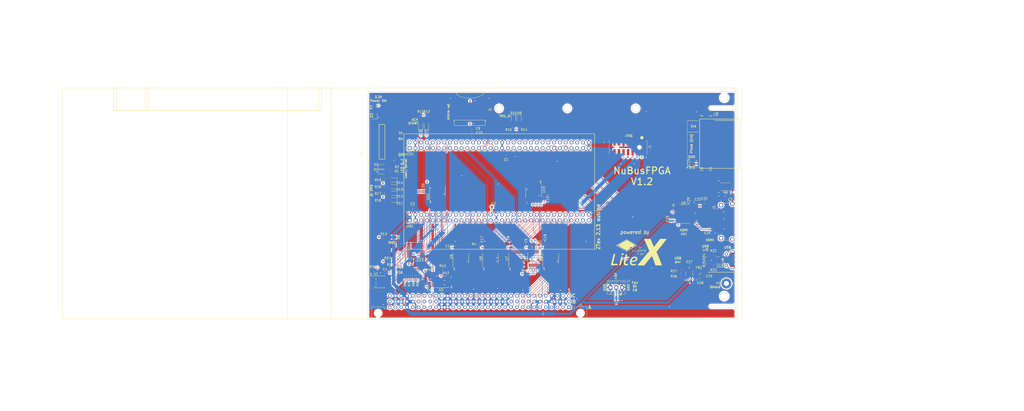
<source format=kicad_pcb>
(kicad_pcb (version 20171130) (host pcbnew 5.1.9+dfsg1-1~bpo10+1)

  (general
    (thickness 1.6)
    (drawings 125)
    (tracks 3453)
    (zones 0)
    (modules 98)
    (nets 208)
  )

  (page A4)
  (layers
    (0 F.Cu signal)
    (1 In1.Cu signal)
    (2 In2.Cu signal)
    (31 B.Cu signal)
    (32 B.Adhes user)
    (33 F.Adhes user)
    (34 B.Paste user)
    (35 F.Paste user)
    (36 B.SilkS user)
    (37 F.SilkS user)
    (38 B.Mask user)
    (39 F.Mask user)
    (40 Dwgs.User user)
    (41 Cmts.User user)
    (42 Eco1.User user)
    (43 Eco2.User user)
    (44 Edge.Cuts user)
    (45 Margin user)
    (46 B.CrtYd user)
    (47 F.CrtYd user)
    (48 B.Fab user)
    (49 F.Fab user)
  )

  (setup
    (last_trace_width 0.1524)
    (trace_clearance 0.1524)
    (zone_clearance 0.508)
    (zone_45_only no)
    (trace_min 0.1524)
    (via_size 0.8)
    (via_drill 0.4)
    (via_min_size 0.4)
    (via_min_drill 0.3)
    (uvia_size 0.3)
    (uvia_drill 0.1)
    (uvias_allowed no)
    (uvia_min_size 0.2)
    (uvia_min_drill 0.1)
    (edge_width 0.15)
    (segment_width 0.15)
    (pcb_text_width 0.3)
    (pcb_text_size 1.5 1.5)
    (mod_edge_width 0.15)
    (mod_text_size 1 1)
    (mod_text_width 0.15)
    (pad_size 4.4 4.4)
    (pad_drill 2.2)
    (pad_to_mask_clearance 0.051)
    (solder_mask_min_width 0.25)
    (aux_axis_origin 0 0)
    (visible_elements FFFFFF7F)
    (pcbplotparams
      (layerselection 0x010fc_ffffffff)
      (usegerberextensions false)
      (usegerberattributes false)
      (usegerberadvancedattributes false)
      (creategerberjobfile false)
      (excludeedgelayer true)
      (linewidth 0.100000)
      (plotframeref false)
      (viasonmask false)
      (mode 1)
      (useauxorigin false)
      (hpglpennumber 1)
      (hpglpenspeed 20)
      (hpglpendiameter 15.000000)
      (psnegative false)
      (psa4output false)
      (plotreference true)
      (plotvalue true)
      (plotinvisibletext false)
      (padsonsilk false)
      (subtractmaskfromsilk false)
      (outputformat 1)
      (mirror false)
      (drillshape 0)
      (scaleselection 1)
      (outputdirectory ""))
  )

  (net 0 "")
  (net 1 GND)
  (net 2 /B2B/JTAG_VIO)
  (net 3 +3V3)
  (net 4 +5V)
  (net 5 "Net-(JCD1-Pad1)")
  (net 6 "Net-(JCD1-Pad2)")
  (net 7 "Net-(J1-Pad14)")
  (net 8 "Net-(J1-Pad12)")
  (net 9 NUBUS_OE)
  (net 10 -12V)
  (net 11 SB0_5V)
  (net 12 ~RESET_5V)
  (net 13 ~SPV_5V)
  (net 14 ~SP_5V)
  (net 15 ~TM1_5V)
  (net 16 ~AD1_5V)
  (net 17 ~AD3_5V)
  (net 18 ~AD5_5V)
  (net 19 ~AD7_5V)
  (net 20 ~AD9_5V)
  (net 21 ~AD11_5V)
  (net 22 ~AD13_5V)
  (net 23 ~AD15_5V)
  (net 24 ~AD17_5V)
  (net 25 ~AD19_5V)
  (net 26 ~AD21_5V)
  (net 27 ~AD23_5V)
  (net 28 ~AD25_5V)
  (net 29 ~AD27_5V)
  (net 30 ~AD29_5V)
  (net 31 ~AD31_5V)
  (net 32 ~ARB1_5V)
  (net 33 ~ARB3_5V)
  (net 34 ~ID1_5V)
  (net 35 ~ID3_5V)
  (net 36 ~ACK_5V)
  (net 37 ~RQST_5V)
  (net 38 ~NMRQ_5V)
  (net 39 +12V)
  (net 40 ~TM2_5V)
  (net 41 ~CM0_5V)
  (net 42 ~CM1_5V)
  (net 43 ~CM2_5V)
  (net 44 STDBYPWR)
  (net 45 ~CLK2XEN_5V)
  (net 46 ~CBUSY_5V)
  (net 47 SB1_5V)
  (net 48 ~TM0_5V)
  (net 49 ~AD0_5V)
  (net 50 ~AD2_5V)
  (net 51 ~AD4_5V)
  (net 52 ~AD6_5V)
  (net 53 ~AD8_5V)
  (net 54 ~AD10_5V)
  (net 55 ~AD12_5V)
  (net 56 ~AD14_5V)
  (net 57 ~AD16_5V)
  (net 58 ~AD18_5V)
  (net 59 ~AD20_5V)
  (net 60 ~AD22_5V)
  (net 61 ~AD24_5V)
  (net 62 ~AD26_5V)
  (net 63 ~AD28_5V)
  (net 64 ~AD30_5V)
  (net 65 ~PFW_5V)
  (net 66 ~ARB0_5V)
  (net 67 ~ARB2_5V)
  (net 68 ~ID0_5V)
  (net 69 ~ID2_5V)
  (net 70 ~START_5V)
  (net 71 ~CLK_5V)
  (net 72 ~ID3_3V3)
  (net 73 ~ID2_3V3)
  (net 74 ~ID1_3V3)
  (net 75 ~ID0_3V3)
  (net 76 ~CLK_3V3)
  (net 77 ~RQST_3V3)
  (net 78 ~CLK2X_5V)
  (net 79 ~START_3V3)
  (net 80 ~ACK_3V3)
  (net 81 ~AD31_3V3)
  (net 82 ~AD30_3V3)
  (net 83 ~AD29_3V3)
  (net 84 ~AD28_3V3)
  (net 85 ~AD27_3V3)
  (net 86 ~AD26_3V3)
  (net 87 ~AD25_3V3)
  (net 88 ~AD24_3V3)
  (net 89 ~AD23_3V3)
  (net 90 ~AD22_3V3)
  (net 91 ~AD21_3V3)
  (net 92 ~AD20_3V3)
  (net 93 ~RESET_3V3)
  (net 94 ~TM0_3V3)
  (net 95 ~TM1_3V3)
  (net 96 ~AD0_3V3)
  (net 97 ~AD1_3V3)
  (net 98 ~AD2_3V3)
  (net 99 ~AD3_3V3)
  (net 100 ~AD4_3V3)
  (net 101 ~AD5_3V3)
  (net 102 ~AD6_3V3)
  (net 103 ~AD7_3V3)
  (net 104 ~AD9_3V3)
  (net 105 ~AD8_3V3)
  (net 106 ~AD11_3V3)
  (net 107 ~AD10_3V3)
  (net 108 ~AD13_3V3)
  (net 109 ~AD12_3V3)
  (net 110 ~AD15_3V3)
  (net 111 ~AD14_3V3)
  (net 112 ~AD17_3V3)
  (net 113 ~AD16_3V3)
  (net 114 ~AD19_3V3)
  (net 115 ~AD18_3V3)
  (net 116 SHIELD)
  (net 117 HDMI_CEC_A)
  (net 118 HDMI_SCL_A)
  (net 119 HDMI_SDA_A)
  (net 120 HDMI_HPD_A)
  (net 121 HDMI_CLK-)
  (net 122 HDMI_CLK+)
  (net 123 HDMI_D0-)
  (net 124 HDMI_D0+)
  (net 125 HDMI_D1-)
  (net 126 HDMI_D1+)
  (net 127 HDMI_D2-)
  (net 128 HDMI_D2+)
  (net 129 LED0)
  (net 130 "Net-(D2-Pad2)")
  (net 131 "Net-(D3-Pad2)")
  (net 132 LED1)
  (net 133 /usb/USB_FLT)
  (net 134 /usb/USB_D+)
  (net 135 /usb/USB_EN)
  (net 136 /usb/USB_D-)
  (net 137 USBH0_D-)
  (net 138 USBH0_D+)
  (net 139 /usb/VBus)
  (net 140 /usb/VBus_USB0)
  (net 141 /hdmi/cec_b)
  (net 142 /hdmi/scl_b)
  (net 143 /hdmi/sda_b)
  (net 144 /hdmi/hpd_b)
  (net 145 NUBUS_AD_DIR)
  (net 146 FPGA_JTAG_TDO)
  (net 147 FPGA_JTAG_TCK)
  (net 148 FPGA_JTAG_TDI)
  (net 149 FPGA_JTAG_TMS)
  (net 150 "Net-(J5-Pad14)")
  (net 151 "Net-(J6-Pad4)")
  (net 152 "Net-(D1-Pad2)")
  (net 153 "Net-(D11-Pad2)")
  (net 154 "Net-(D12-Pad2)")
  (net 155 "Net-(D13-Pad2)")
  (net 156 "Net-(D14-Pad2)")
  (net 157 ~CLK2X_3V3)
  (net 158 ~TM2_3V3)
  (net 159 ARB0_o_n)
  (net 160 ARB1_o_n)
  (net 161 ARB3_o_n)
  (net 162 ARB2_o_n)
  (net 163 ~NMRQ_3V3)
  (net 164 RQST_o_n)
  (net 165 START_o_n)
  (net 166 START_oe_n)
  (net 167 ACK_o_n)
  (net 168 ACK_oe_n)
  (net 169 TMx_oe_n)
  (net 170 TM1_n_o)
  (net 171 TM0_n_o)
  (net 172 TM2_o_n)
  (net 173 TM2_oe_n)
  (net 174 "Net-(U10-Pad1)")
  (net 175 "Net-(U10-Pad3)")
  (net 176 "Net-(J3-Pad6)")
  (net 177 "Net-(J3-Pad3)")
  (net 178 "Net-(J3-Pad2)")
  (net 179 ~ARB0_3V3)
  (net 180 ~ARB1_3V3)
  (net 181 ~ARB2_3V3)
  (net 182 ~ARB3_3V3)
  (net 183 SD_D2)
  (net 184 SD_D3)
  (net 185 SD_CMD)
  (net 186 SD_CLK)
  (net 187 SD_D0)
  (net 188 SD_D1)
  (net 189 "Net-(U2-Pad11)")
  (net 190 PMOD-12)
  (net 191 PMOD-11)
  (net 192 PMOD-10)
  (net 193 PMOD-9)
  (net 194 PMOD-8)
  (net 195 PMOD-7)
  (net 196 PMOD-6)
  (net 197 PMOD-5)
  (net 198 "Net-(D10-Pad2)")
  (net 199 "Net-(D9-Pad2)")
  (net 200 "Net-(D8-Pad2)")
  (net 201 "Net-(D7-Pad2)")
  (net 202 "Net-(D6-Pad2)")
  (net 203 PMOD-15)
  (net 204 PMOD-16)
  (net 205 PMOD-13)
  (net 206 PMOD-14)
  (net 207 /hdmi/HDMI_5V)

  (net_class Default "This is the default net class."
    (clearance 0.1524)
    (trace_width 0.1524)
    (via_dia 0.8)
    (via_drill 0.4)
    (uvia_dia 0.3)
    (uvia_drill 0.1)
    (diff_pair_width 0.1524)
    (diff_pair_gap 0.1524)
    (add_net +12V)
    (add_net +3V3)
    (add_net +5V)
    (add_net -12V)
    (add_net /B2B/JTAG_VIO)
    (add_net /hdmi/HDMI_5V)
    (add_net /hdmi/cec_b)
    (add_net /hdmi/hpd_b)
    (add_net /hdmi/scl_b)
    (add_net /hdmi/sda_b)
    (add_net /usb/USB_D+)
    (add_net /usb/USB_D-)
    (add_net /usb/USB_EN)
    (add_net /usb/USB_FLT)
    (add_net /usb/VBus)
    (add_net /usb/VBus_USB0)
    (add_net ACK_o_n)
    (add_net ACK_oe_n)
    (add_net ARB0_o_n)
    (add_net ARB1_o_n)
    (add_net ARB2_o_n)
    (add_net ARB3_o_n)
    (add_net FPGA_JTAG_TCK)
    (add_net FPGA_JTAG_TDI)
    (add_net FPGA_JTAG_TDO)
    (add_net FPGA_JTAG_TMS)
    (add_net GND)
    (add_net HDMI_CEC_A)
    (add_net HDMI_CLK+)
    (add_net HDMI_CLK-)
    (add_net HDMI_D0+)
    (add_net HDMI_D0-)
    (add_net HDMI_D1+)
    (add_net HDMI_D1-)
    (add_net HDMI_D2+)
    (add_net HDMI_D2-)
    (add_net HDMI_HPD_A)
    (add_net HDMI_SCL_A)
    (add_net HDMI_SDA_A)
    (add_net LED0)
    (add_net LED1)
    (add_net NUBUS_AD_DIR)
    (add_net NUBUS_OE)
    (add_net "Net-(D1-Pad2)")
    (add_net "Net-(D10-Pad2)")
    (add_net "Net-(D11-Pad2)")
    (add_net "Net-(D12-Pad2)")
    (add_net "Net-(D13-Pad2)")
    (add_net "Net-(D14-Pad2)")
    (add_net "Net-(D2-Pad2)")
    (add_net "Net-(D3-Pad2)")
    (add_net "Net-(D6-Pad2)")
    (add_net "Net-(D7-Pad2)")
    (add_net "Net-(D8-Pad2)")
    (add_net "Net-(D9-Pad2)")
    (add_net "Net-(J1-Pad12)")
    (add_net "Net-(J1-Pad14)")
    (add_net "Net-(J3-Pad2)")
    (add_net "Net-(J3-Pad3)")
    (add_net "Net-(J3-Pad6)")
    (add_net "Net-(J5-Pad14)")
    (add_net "Net-(J6-Pad4)")
    (add_net "Net-(JCD1-Pad1)")
    (add_net "Net-(JCD1-Pad2)")
    (add_net "Net-(U10-Pad1)")
    (add_net "Net-(U10-Pad3)")
    (add_net "Net-(U2-Pad11)")
    (add_net PMOD-10)
    (add_net PMOD-11)
    (add_net PMOD-12)
    (add_net PMOD-13)
    (add_net PMOD-14)
    (add_net PMOD-15)
    (add_net PMOD-16)
    (add_net PMOD-5)
    (add_net PMOD-6)
    (add_net PMOD-7)
    (add_net PMOD-8)
    (add_net PMOD-9)
    (add_net RQST_o_n)
    (add_net SB0_5V)
    (add_net SB1_5V)
    (add_net SD_CLK)
    (add_net SD_CMD)
    (add_net SD_D0)
    (add_net SD_D1)
    (add_net SD_D2)
    (add_net SD_D3)
    (add_net START_o_n)
    (add_net START_oe_n)
    (add_net STDBYPWR)
    (add_net TM0_n_o)
    (add_net TM1_n_o)
    (add_net TM2_o_n)
    (add_net TM2_oe_n)
    (add_net TMx_oe_n)
    (add_net USBH0_D+)
    (add_net USBH0_D-)
    (add_net ~ACK_3V3)
    (add_net ~ACK_5V)
    (add_net ~AD0_3V3)
    (add_net ~AD0_5V)
    (add_net ~AD10_3V3)
    (add_net ~AD10_5V)
    (add_net ~AD11_3V3)
    (add_net ~AD11_5V)
    (add_net ~AD12_3V3)
    (add_net ~AD12_5V)
    (add_net ~AD13_3V3)
    (add_net ~AD13_5V)
    (add_net ~AD14_3V3)
    (add_net ~AD14_5V)
    (add_net ~AD15_3V3)
    (add_net ~AD15_5V)
    (add_net ~AD16_3V3)
    (add_net ~AD16_5V)
    (add_net ~AD17_3V3)
    (add_net ~AD17_5V)
    (add_net ~AD18_3V3)
    (add_net ~AD18_5V)
    (add_net ~AD19_3V3)
    (add_net ~AD19_5V)
    (add_net ~AD1_3V3)
    (add_net ~AD1_5V)
    (add_net ~AD20_3V3)
    (add_net ~AD20_5V)
    (add_net ~AD21_3V3)
    (add_net ~AD21_5V)
    (add_net ~AD22_3V3)
    (add_net ~AD22_5V)
    (add_net ~AD23_3V3)
    (add_net ~AD23_5V)
    (add_net ~AD24_3V3)
    (add_net ~AD24_5V)
    (add_net ~AD25_3V3)
    (add_net ~AD25_5V)
    (add_net ~AD26_3V3)
    (add_net ~AD26_5V)
    (add_net ~AD27_3V3)
    (add_net ~AD27_5V)
    (add_net ~AD28_3V3)
    (add_net ~AD28_5V)
    (add_net ~AD29_3V3)
    (add_net ~AD29_5V)
    (add_net ~AD2_3V3)
    (add_net ~AD2_5V)
    (add_net ~AD30_3V3)
    (add_net ~AD30_5V)
    (add_net ~AD31_3V3)
    (add_net ~AD31_5V)
    (add_net ~AD3_3V3)
    (add_net ~AD3_5V)
    (add_net ~AD4_3V3)
    (add_net ~AD4_5V)
    (add_net ~AD5_3V3)
    (add_net ~AD5_5V)
    (add_net ~AD6_3V3)
    (add_net ~AD6_5V)
    (add_net ~AD7_3V3)
    (add_net ~AD7_5V)
    (add_net ~AD8_3V3)
    (add_net ~AD8_5V)
    (add_net ~AD9_3V3)
    (add_net ~AD9_5V)
    (add_net ~ARB0_3V3)
    (add_net ~ARB0_5V)
    (add_net ~ARB1_3V3)
    (add_net ~ARB1_5V)
    (add_net ~ARB2_3V3)
    (add_net ~ARB2_5V)
    (add_net ~ARB3_3V3)
    (add_net ~ARB3_5V)
    (add_net ~CBUSY_5V)
    (add_net ~CLK2XEN_5V)
    (add_net ~CLK2X_3V3)
    (add_net ~CLK2X_5V)
    (add_net ~CLK_3V3)
    (add_net ~CLK_5V)
    (add_net ~CM0_5V)
    (add_net ~CM1_5V)
    (add_net ~CM2_5V)
    (add_net ~ID0_3V3)
    (add_net ~ID0_5V)
    (add_net ~ID1_3V3)
    (add_net ~ID1_5V)
    (add_net ~ID2_3V3)
    (add_net ~ID2_5V)
    (add_net ~ID3_3V3)
    (add_net ~ID3_5V)
    (add_net ~NMRQ_3V3)
    (add_net ~NMRQ_5V)
    (add_net ~PFW_5V)
    (add_net ~RESET_3V3)
    (add_net ~RESET_5V)
    (add_net ~RQST_3V3)
    (add_net ~RQST_5V)
    (add_net ~SPV_5V)
    (add_net ~SP_5V)
    (add_net ~START_3V3)
    (add_net ~START_5V)
    (add_net ~TM0_3V3)
    (add_net ~TM0_5V)
    (add_net ~TM1_3V3)
    (add_net ~TM1_5V)
    (add_net ~TM2_3V3)
    (add_net ~TM2_5V)
  )

  (net_class Shielding ""
    (clearance 0.2)
    (trace_width 0.1524)
    (via_dia 0.8)
    (via_drill 0.4)
    (uvia_dia 0.3)
    (uvia_drill 0.1)
    (diff_pair_width 0.1524)
    (diff_pair_gap 0.1524)
    (add_net SHIELD)
  )

  (module Resistor_SMD:R_2512_6332Metric (layer F.Cu) (tedit 5F68FEEE) (tstamp 6375A00E)
    (at 268.8375 46.93 180)
    (descr "Resistor SMD 2512 (6332 Metric), square (rectangular) end terminal, IPC_7351 nominal, (Body size source: IPC-SM-782 page 72, https://www.pcb-3d.com/wordpress/wp-content/uploads/ipc-sm-782a_amendment_1_and_2.pdf), generated with kicad-footprint-generator")
    (tags resistor)
    (path /61B62C00/641A2763)
    (attr smd)
    (fp_text reference R9 (at 0 -2.62) (layer F.SilkS)
      (effects (font (size 1 1) (thickness 0.15)))
    )
    (fp_text value "1M 500V 2512" (at 0 2.62) (layer F.Fab)
      (effects (font (size 1 1) (thickness 0.15)))
    )
    (fp_line (start 3.82 1.92) (end -3.82 1.92) (layer F.CrtYd) (width 0.05))
    (fp_line (start 3.82 -1.92) (end 3.82 1.92) (layer F.CrtYd) (width 0.05))
    (fp_line (start -3.82 -1.92) (end 3.82 -1.92) (layer F.CrtYd) (width 0.05))
    (fp_line (start -3.82 1.92) (end -3.82 -1.92) (layer F.CrtYd) (width 0.05))
    (fp_line (start -2.177064 1.71) (end 2.177064 1.71) (layer F.SilkS) (width 0.12))
    (fp_line (start -2.177064 -1.71) (end 2.177064 -1.71) (layer F.SilkS) (width 0.12))
    (fp_line (start 3.15 1.6) (end -3.15 1.6) (layer F.Fab) (width 0.1))
    (fp_line (start 3.15 -1.6) (end 3.15 1.6) (layer F.Fab) (width 0.1))
    (fp_line (start -3.15 -1.6) (end 3.15 -1.6) (layer F.Fab) (width 0.1))
    (fp_line (start -3.15 1.6) (end -3.15 -1.6) (layer F.Fab) (width 0.1))
    (fp_text user %R (at 0 0) (layer F.Fab)
      (effects (font (size 1 1) (thickness 0.15)))
    )
    (pad 2 smd roundrect (at 2.9625 0 180) (size 1.225 3.35) (layers F.Cu F.Paste F.Mask) (roundrect_rratio 0.204082)
      (net 1 GND))
    (pad 1 smd roundrect (at -2.9625 0 180) (size 1.225 3.35) (layers F.Cu F.Paste F.Mask) (roundrect_rratio 0.204082)
      (net 116 SHIELD))
    (model ${KISYS3DMOD}/Resistor_SMD.3dshapes/R_2512_6332Metric.wrl
      (at (xyz 0 0 0))
      (scale (xyz 1 1 1))
      (rotate (xyz 0 0 0))
    )
  )

  (module Capacitor_SMD:C_0805_2012Metric (layer F.Cu) (tedit 5F68FEEE) (tstamp 637593F7)
    (at 270.85 51 180)
    (descr "Capacitor SMD 0805 (2012 Metric), square (rectangular) end terminal, IPC_7351 nominal, (Body size source: IPC-SM-782 page 76, https://www.pcb-3d.com/wordpress/wp-content/uploads/ipc-sm-782a_amendment_1_and_2.pdf, https://docs.google.com/spreadsheets/d/1BsfQQcO9C6DZCsRaXUlFlo91Tg2WpOkGARC1WS5S8t0/edit?usp=sharing), generated with kicad-footprint-generator")
    (tags capacitor)
    (path /61B62C00/641A275A)
    (attr smd)
    (fp_text reference C7 (at 0 -1.68) (layer F.SilkS)
      (effects (font (size 1 1) (thickness 0.15)))
    )
    (fp_text value "10nF 1kV 0805" (at 0 1.68) (layer F.Fab)
      (effects (font (size 1 1) (thickness 0.15)))
    )
    (fp_line (start 1.7 0.98) (end -1.7 0.98) (layer F.CrtYd) (width 0.05))
    (fp_line (start 1.7 -0.98) (end 1.7 0.98) (layer F.CrtYd) (width 0.05))
    (fp_line (start -1.7 -0.98) (end 1.7 -0.98) (layer F.CrtYd) (width 0.05))
    (fp_line (start -1.7 0.98) (end -1.7 -0.98) (layer F.CrtYd) (width 0.05))
    (fp_line (start -0.261252 0.735) (end 0.261252 0.735) (layer F.SilkS) (width 0.12))
    (fp_line (start -0.261252 -0.735) (end 0.261252 -0.735) (layer F.SilkS) (width 0.12))
    (fp_line (start 1 0.625) (end -1 0.625) (layer F.Fab) (width 0.1))
    (fp_line (start 1 -0.625) (end 1 0.625) (layer F.Fab) (width 0.1))
    (fp_line (start -1 -0.625) (end 1 -0.625) (layer F.Fab) (width 0.1))
    (fp_line (start -1 0.625) (end -1 -0.625) (layer F.Fab) (width 0.1))
    (fp_text user %R (at 0 0) (layer F.Fab)
      (effects (font (size 0.5 0.5) (thickness 0.08)))
    )
    (pad 2 smd roundrect (at 0.95 0 180) (size 1 1.45) (layers F.Cu F.Paste F.Mask) (roundrect_rratio 0.25)
      (net 1 GND))
    (pad 1 smd roundrect (at -0.95 0 180) (size 1 1.45) (layers F.Cu F.Paste F.Mask) (roundrect_rratio 0.25)
      (net 116 SHIELD))
    (model ${KISYS3DMOD}/Capacitor_SMD.3dshapes/C_0805_2012Metric.wrl
      (at (xyz 0 0 0))
      (scale (xyz 1 1 1))
      (rotate (xyz 0 0 0))
    )
  )

  (module For_SeeedStudio:SAMTEC_TSM-106-01-L-SH (layer F.Cu) (tedit 6370A91F) (tstamp 618E3CB2)
    (at 117.856 27.178 90)
    (path /618E8C75/5F69129B)
    (fp_text reference J3 (at -5.445 -8.995 90) (layer F.SilkS)
      (effects (font (size 1 1) (thickness 0.15)))
    )
    (fp_text value Conn_01x06_Male (at 5.35 8.735 90) (layer F.Fab)
      (effects (font (size 1 1) (thickness 0.15)))
    )
    (fp_line (start -7.62 1.27) (end -7.62 -1.27) (layer F.Fab) (width 0.1))
    (fp_line (start -7.62 -1.27) (end 7.62 -1.27) (layer F.Fab) (width 0.1))
    (fp_line (start 7.62 -1.27) (end 7.62 1.27) (layer F.Fab) (width 0.1))
    (fp_line (start 7.62 1.27) (end -7.62 1.27) (layer F.Fab) (width 0.1))
    (fp_line (start -7.62 1.27) (end -7.62 -7.11) (layer F.Fab) (width 0.1))
    (fp_line (start -7.62 -7.11) (end 7.62 -7.11) (layer F.Fab) (width 0.1))
    (fp_line (start 7.62 -7.11) (end 7.62 1.27) (layer F.Fab) (width 0.1))
    (fp_line (start -7.62 1.27) (end -7.62 -1.27) (layer F.SilkS) (width 0.2))
    (fp_line (start 7.62 -1.27) (end 7.62 1.27) (layer F.SilkS) (width 0.2))
    (fp_line (start 7.62 -1.27) (end -7.62 -1.27) (layer F.SilkS) (width 0.2))
    (fp_line (start 7.62 1.27) (end -7.62 1.27) (layer F.SilkS) (width 0.2))
    (fp_line (start -7.87 7.12) (end -7.87 -7.36) (layer F.CrtYd) (width 0.05))
    (fp_line (start -7.87 -7.36) (end 7.87 -7.36) (layer F.CrtYd) (width 0.05))
    (fp_line (start 7.87 -7.36) (end 7.87 7.12) (layer F.CrtYd) (width 0.05))
    (fp_line (start 7.87 7.12) (end -7.87 7.12) (layer F.CrtYd) (width 0.05))
    (fp_circle (center -8.27 5.28) (end -8.17 5.28) (layer F.SilkS) (width 0.2))
    (fp_circle (center -8.27 5.28) (end -8.17 5.28) (layer F.Fab) (width 0.2))
    (pad 6 smd rect (at 6.35 5.28 90) (size 1.27 3.18) (layers F.Cu F.Paste F.Mask)
      (net 176 "Net-(J3-Pad6)"))
    (pad 5 smd rect (at 3.81 5.28 90) (size 1.27 3.18) (layers F.Cu F.Paste F.Mask)
      (net 129 LED0))
    (pad 4 smd rect (at 1.27 5.28 90) (size 1.27 3.18) (layers F.Cu F.Paste F.Mask)
      (net 132 LED1))
    (pad 3 smd rect (at -1.27 5.28 90) (size 1.27 3.18) (layers F.Cu F.Paste F.Mask)
      (net 177 "Net-(J3-Pad3)"))
    (pad 2 smd rect (at -3.81 5.28 90) (size 1.27 3.18) (layers F.Cu F.Paste F.Mask)
      (net 178 "Net-(J3-Pad2)"))
    (pad 1 smd rect (at -6.35 5.28 90) (size 1.27 3.18) (layers F.Cu F.Paste F.Mask)
      (net 1 GND))
    (model ${KIPRJMOD}/TSM-106-01-L-SH.step
      (at (xyz 0 0 0))
      (scale (xyz 1 1 1))
      (rotate (xyz -90 0 180))
    )
  )

  (module For_SeeedStudio:litex_logo (layer F.Cu) (tedit 0) (tstamp 63737A6E)
    (at 230.73 77)
    (path /637CDFF9)
    (fp_text reference GRAPHIC1 (at 0 0) (layer F.SilkS) hide
      (effects (font (size 1.524 1.524) (thickness 0.3)))
    )
    (fp_text value LogoLitex (at 0.75 0) (layer F.SilkS) hide
      (effects (font (size 1.524 1.524) (thickness 0.3)))
    )
    (fp_poly (pts (xy -5.283306 -6.415448) (xy -5.212593 -6.404197) (xy -5.130192 -6.380056) (xy -5.026892 -6.338406)
      (xy -4.89348 -6.274629) (xy -4.720746 -6.184106) (xy -4.499476 -6.062217) (xy -4.220461 -5.904346)
      (xy -3.874487 -5.705872) (xy -3.504557 -5.492359) (xy -3.090181 -5.252306) (xy -2.752654 -5.055163)
      (xy -2.483863 -4.895614) (xy -2.275697 -4.768345) (xy -2.120045 -4.668041) (xy -2.008794 -4.589387)
      (xy -1.933833 -4.527069) (xy -1.887051 -4.47577) (xy -1.860335 -4.430177) (xy -1.852669 -4.410016)
      (xy -1.826374 -4.280572) (xy -1.846708 -4.165571) (xy -1.923262 -4.053106) (xy -2.065627 -3.931267)
      (xy -2.283391 -3.788148) (xy -2.417885 -3.708181) (xy -2.658369 -3.572326) (xy -2.838975 -3.484371)
      (xy -2.981511 -3.438635) (xy -3.107786 -3.429437) (xy -3.239609 -3.451095) (xy -3.319618 -3.473272)
      (xy -3.427043 -3.498358) (xy -3.5195 -3.493073) (xy -3.630554 -3.449944) (xy -3.775703 -3.371712)
      (xy -3.922727 -3.28593) (xy -3.998056 -3.228218) (xy -4.016007 -3.180327) (xy -3.9909 -3.124008)
      (xy -3.981503 -3.109412) (xy -3.941789 -3.017007) (xy -3.953945 -2.926333) (xy -4.025984 -2.828847)
      (xy -4.165919 -2.716008) (xy -4.381761 -2.579273) (xy -4.590288 -2.46033) (xy -4.876994 -2.307719)
      (xy -5.102732 -2.207478) (xy -5.287208 -2.156882) (xy -5.450128 -2.153204) (xy -5.611197 -2.193718)
      (xy -5.790122 -2.275699) (xy -5.818028 -2.290497) (xy -5.924814 -2.349518) (xy -6.103624 -2.450355)
      (xy -6.341944 -2.585866) (xy -6.62726 -2.748906) (xy -6.947059 -2.932332) (xy -7.288827 -3.129)
      (xy -7.472287 -3.23483) (xy -7.854324 -3.455933) (xy -8.160093 -3.634613) (xy -8.39827 -3.7767)
      (xy -8.577531 -3.888022) (xy -8.706552 -3.974411) (xy -8.794008 -4.041694) (xy -8.848575 -4.095703)
      (xy -8.87893 -4.142267) (xy -8.893748 -4.187216) (xy -8.89442 -4.190415) (xy -8.899658 -4.3359)
      (xy -8.87012 -4.454242) (xy -8.810354 -4.511487) (xy -8.667349 -4.613073) (xy -8.443978 -4.757207)
      (xy -8.143114 -4.942096) (xy -7.76763 -5.165944) (xy -7.3204 -5.42696) (xy -7.206644 -5.492665)
      (xy -6.792923 -5.730835) (xy -6.454424 -5.924418) (xy -6.181956 -6.078002) (xy -5.966326 -6.196174)
      (xy -5.798344 -6.283521) (xy -5.668816 -6.344629) (xy -5.568552 -6.384088) (xy -5.488359 -6.406482)
      (xy -5.419045 -6.416399) (xy -5.351543 -6.418428) (xy -5.283306 -6.415448)) (layer F.SilkS) (width 0.01))
    (fp_poly (pts (xy 0.34064 -3.736295) (xy 0.341923 -3.697654) (xy 0.362245 -3.596048) (xy 0.4323 -3.56578)
      (xy 0.434389 -3.565769) (xy 0.532936 -3.52795) (xy 0.579659 -3.433533) (xy 0.570606 -3.31108)
      (xy 0.501825 -3.189152) (xy 0.488461 -3.175) (xy 0.388525 -3.108872) (xy 0.27404 -3.077111)
      (xy 0.174014 -3.08067) (xy 0.117451 -3.120501) (xy 0.116615 -3.162788) (xy 0.138491 -3.244274)
      (xy 0.24423 -3.244274) (xy 0.275076 -3.184031) (xy 0.34466 -3.184039) (xy 0.418551 -3.239816)
      (xy 0.437896 -3.269481) (xy 0.484681 -3.392575) (xy 0.458163 -3.455915) (xy 0.395995 -3.468077)
      (xy 0.300269 -3.425051) (xy 0.249266 -3.308456) (xy 0.24423 -3.244274) (xy 0.138491 -3.244274)
      (xy 0.142455 -3.259036) (xy 0.179463 -3.407593) (xy 0.199817 -3.4925) (xy 0.246895 -3.661533)
      (xy 0.289993 -3.76419) (xy 0.323209 -3.791951) (xy 0.34064 -3.736295)) (layer F.SilkS) (width 0.01))
    (fp_poly (pts (xy 0.770125 -3.516205) (xy 0.791697 -3.382596) (xy 0.807754 -3.199423) (xy 0.901385 -3.382596)
      (xy 0.967847 -3.495843) (xy 1.022235 -3.560194) (xy 1.034816 -3.565769) (xy 1.065703 -3.557073)
      (xy 1.066149 -3.518543) (xy 1.030936 -3.431516) (xy 0.95485 -3.27733) (xy 0.9534 -3.274469)
      (xy 0.844083 -3.094411) (xy 0.729649 -2.964698) (xy 0.623932 -2.896287) (xy 0.540765 -2.900134)
      (xy 0.515042 -2.927277) (xy 0.533139 -2.967567) (xy 0.59764 -2.988335) (xy 0.659604 -3.005201)
      (xy 0.690345 -3.049441) (xy 0.697631 -3.145651) (xy 0.691291 -3.284904) (xy 0.692017 -3.445331)
      (xy 0.711219 -3.543021) (xy 0.740165 -3.569477) (xy 0.770125 -3.516205)) (layer F.SilkS) (width 0.01))
    (fp_poly (pts (xy 0.390769 -2.466731) (xy 0.366346 -2.442308) (xy 0.341923 -2.466731) (xy 0.366346 -2.491154)
      (xy 0.390769 -2.466731)) (layer F.SilkS) (width 0.01))
    (fp_poly (pts (xy -1.514231 -2.173654) (xy -1.538654 -2.149231) (xy -1.563077 -2.173654) (xy -1.538654 -2.198077)
      (xy -1.514231 -2.173654)) (layer F.SilkS) (width 0.01))
    (fp_poly (pts (xy 1.948085 -2.402639) (xy 1.953846 -2.367505) (xy 1.993416 -2.286311) (xy 2.028362 -2.264109)
      (xy 2.075702 -2.223475) (xy 2.04733 -2.168584) (xy 2.017486 -2.095563) (xy 2.023742 -1.977305)
      (xy 2.067717 -1.793843) (xy 2.081572 -1.74625) (xy 2.084653 -1.673522) (xy 2.046367 -1.665332)
      (xy 1.991247 -1.714105) (xy 1.952637 -1.786064) (xy 1.915947 -1.916965) (xy 1.905 -2.005872)
      (xy 1.874646 -2.080472) (xy 1.782884 -2.100385) (xy 1.683482 -2.11981) (xy 1.668209 -2.163043)
      (xy 1.741991 -2.207514) (xy 1.758461 -2.21223) (xy 1.841154 -2.277694) (xy 1.856153 -2.340042)
      (xy 1.875786 -2.421866) (xy 1.905 -2.442308) (xy 1.948085 -2.402639)) (layer F.SilkS) (width 0.01))
    (fp_poly (pts (xy 1.506497 -1.962427) (xy 1.542341 -1.811184) (xy 1.549565 -1.71149) (xy 1.530405 -1.676678)
      (xy 1.487097 -1.720081) (xy 1.470642 -1.748637) (xy 1.432407 -1.878914) (xy 1.427441 -2.017161)
      (xy 1.444197 -2.173654) (xy 1.506497 -1.962427)) (layer F.SilkS) (width 0.01))
    (fp_poly (pts (xy 0.470228 -2.095282) (xy 0.512137 -1.997756) (xy 0.533861 -1.922875) (xy 0.568593 -1.756033)
      (xy 0.56603 -1.679462) (xy 0.526168 -1.693138) (xy 0.502295 -1.720646) (xy 0.456318 -1.81426)
      (xy 0.425054 -1.938559) (xy 0.415098 -2.053855) (xy 0.433042 -2.120459) (xy 0.435569 -2.122307)
      (xy 0.470228 -2.095282)) (layer F.SilkS) (width 0.01))
    (fp_poly (pts (xy -1.099072 -2.029991) (xy -1.033039 -1.888805) (xy -1.049792 -1.765863) (xy -1.140015 -1.68317)
      (xy -1.255347 -1.660769) (xy -1.342926 -1.68485) (xy -1.367674 -1.773441) (xy -1.367693 -1.777473)
      (xy -1.354581 -1.828848) (xy -1.27 -1.828848) (xy -1.249704 -1.729659) (xy -1.193283 -1.720377)
      (xy -1.123462 -1.782885) (xy -1.087368 -1.861344) (xy -1.123016 -1.928885) (xy -1.197337 -1.978575)
      (xy -1.250703 -1.939845) (xy -1.27 -1.828848) (xy -1.354581 -1.828848) (xy -1.336544 -1.899517)
      (xy -1.270033 -2.009492) (xy -1.198997 -2.085859) (xy -1.153893 -2.091064) (xy -1.099072 -2.029991)) (layer F.SilkS) (width 0.01))
    (fp_poly (pts (xy -1.974164 -1.892996) (xy -1.86199 -1.860403) (xy -1.781063 -1.805294) (xy -1.723 -1.714484)
      (xy -1.738771 -1.674262) (xy -1.811361 -1.69929) (xy -1.85986 -1.737392) (xy -1.936016 -1.798164)
      (xy -1.978471 -1.791923) (xy -2.009125 -1.745233) (xy -2.07029 -1.676694) (xy -2.127698 -1.663704)
      (xy -2.149231 -1.70562) (xy -2.165345 -1.78882) (xy -2.175812 -1.81974) (xy -2.161135 -1.873764)
      (xy -2.083899 -1.897816) (xy -1.974164 -1.892996)) (layer F.SilkS) (width 0.01))
    (fp_poly (pts (xy -5.3123 -6.839105) (xy -5.178624 -6.771134) (xy -4.97885 -6.664023) (xy -4.722115 -6.522825)
      (xy -4.417555 -6.352591) (xy -4.074307 -6.158374) (xy -3.70151 -5.945227) (xy -3.474882 -5.814648)
      (xy -3.021981 -5.552179) (xy -2.647805 -5.333389) (xy -2.34587 -5.15417) (xy -2.109695 -5.010415)
      (xy -1.932797 -4.898015) (xy -1.808693 -4.812861) (xy -1.730901 -4.750847) (xy -1.692939 -4.707864)
      (xy -1.687504 -4.68195) (xy -1.672069 -4.595663) (xy -1.583894 -4.530119) (xy -1.44771 -4.499487)
      (xy -1.372341 -4.501367) (xy -1.276294 -4.489129) (xy -1.140397 -4.447023) (xy -0.994477 -4.38779)
      (xy -0.868359 -4.324169) (xy -0.791869 -4.268899) (xy -0.781539 -4.249016) (xy -0.822528 -4.218608)
      (xy -0.939192 -4.145693) (xy -1.122074 -4.035685) (xy -1.361718 -3.893999) (xy -1.648667 -3.72605)
      (xy -1.973465 -3.537252) (xy -2.326654 -3.33302) (xy -2.69878 -3.118768) (xy -3.080385 -2.899911)
      (xy -3.462012 -2.681864) (xy -3.834206 -2.470041) (xy -4.18751 -2.269857) (xy -4.512468 -2.086726)
      (xy -4.799622 -1.926064) (xy -5.039517 -1.793284) (xy -5.222696 -1.693801) (xy -5.339703 -1.63303)
      (xy -5.380279 -1.615861) (xy -5.461065 -1.639493) (xy -5.588765 -1.694657) (xy -5.651563 -1.725765)
      (xy -5.781591 -1.804227) (xy -5.839332 -1.877002) (xy -5.846948 -1.953846) (xy -5.849811 -2.027176)
      (xy -5.889463 -2.067656) (xy -5.989624 -2.090115) (xy -6.081347 -2.100385) (xy -6.152308 -2.11242)
      (xy -6.238149 -2.13813) (xy -6.347093 -2.181799) (xy -6.487365 -2.247709) (xy -6.667188 -2.340146)
      (xy -6.894787 -2.463393) (xy -7.178386 -2.621733) (xy -7.526209 -2.819451) (xy -7.94648 -3.06083)
      (xy -8.144394 -3.175) (xy -8.527643 -3.396856) (xy -8.883361 -3.603868) (xy -9.202904 -3.790927)
      (xy -9.477625 -3.952919) (xy -9.698881 -4.084733) (xy -9.858024 -4.181258) (xy -9.946409 -4.23738)
      (xy -9.961884 -4.249615) (xy -9.961374 -4.249995) (xy -9.351325 -4.249995) (xy -9.34349 -4.21662)
      (xy -9.315173 -4.176405) (xy -9.259158 -4.124702) (xy -9.168229 -4.056865) (xy -9.035169 -3.968248)
      (xy -8.852761 -3.854205) (xy -8.613791 -3.710088) (xy -8.31104 -3.531252) (xy -7.937293 -3.31305)
      (xy -7.520951 -3.071463) (xy -5.690577 -2.011266) (xy -5.055577 -2.009164) (xy -3.225203 -3.070268)
      (xy -2.779756 -3.328987) (xy -2.411934 -3.543994) (xy -2.114492 -3.719962) (xy -1.880188 -3.861565)
      (xy -1.701779 -3.973477) (xy -1.572021 -4.060373) (xy -1.483672 -4.126926) (xy -1.429488 -4.177811)
      (xy -1.402225 -4.217702) (xy -1.394642 -4.251272) (xy -1.394641 -4.251551) (xy -1.401796 -4.284289)
      (xy -1.428079 -4.323194) (xy -1.480575 -4.372794) (xy -1.566367 -4.437619) (xy -1.692538 -4.522197)
      (xy -1.866173 -4.631056) (xy -2.094354 -4.768725) (xy -2.384165 -4.939732) (xy -2.74269 -5.148606)
      (xy -3.177013 -5.399875) (xy -3.319069 -5.481847) (xy -3.798333 -5.757365) (xy -4.199571 -5.985855)
      (xy -4.528608 -6.170413) (xy -4.791272 -6.314132) (xy -4.99339 -6.420108) (xy -5.140789 -6.491435)
      (xy -5.239297 -6.531207) (xy -5.294741 -6.542519) (xy -5.308381 -6.53827) (xy -5.390259 -6.511324)
      (xy -5.436743 -6.537414) (xy -5.473531 -6.53859) (xy -5.553015 -6.511423) (xy -5.680772 -6.452945)
      (xy -5.862383 -6.360188) (xy -6.103426 -6.230184) (xy -6.409481 -6.059967) (xy -6.786126 -5.846567)
      (xy -7.23894 -5.587017) (xy -7.425867 -5.479291) (xy -7.884381 -5.214261) (xy -8.264984 -4.99295)
      (xy -8.574725 -4.810856) (xy -8.820655 -4.663477) (xy -9.009826 -4.546312) (xy -9.149288 -4.454859)
      (xy -9.246092 -4.384617) (xy -9.307287 -4.331085) (xy -9.339926 -4.28976) (xy -9.351059 -4.256142)
      (xy -9.351325 -4.249995) (xy -9.961374 -4.249995) (xy -9.920397 -4.280525) (xy -9.803132 -4.353699)
      (xy -9.619587 -4.463731) (xy -9.379255 -4.605218) (xy -9.091633 -4.772754) (xy -8.766217 -4.960934)
      (xy -8.412502 -5.164353) (xy -8.039984 -5.377607) (xy -7.658159 -5.595291) (xy -7.276522 -5.811998)
      (xy -6.90457 -6.022326) (xy -6.551797 -6.220868) (xy -6.2277 -6.40222) (xy -5.941774 -6.560976)
      (xy -5.703515 -6.691733) (xy -5.522418 -6.789085) (xy -5.40798 -6.847626) (xy -5.370739 -6.862885)
      (xy -5.3123 -6.839105)) (layer F.SilkS) (width 0.01))
    (fp_poly (pts (xy 3.053395 -2.349159) (xy 3.088929 -2.232546) (xy 3.123326 -2.068068) (xy 3.125765 -2.053841)
      (xy 3.154416 -1.849197) (xy 3.165422 -1.690248) (xy 3.15904 -1.591444) (xy 3.135525 -1.567236)
      (xy 3.117499 -1.5875) (xy 3.091921 -1.661935) (xy 3.05918 -1.800159) (xy 3.025615 -1.969206)
      (xy 2.997563 -2.13611) (xy 2.981361 -2.267904) (xy 2.979615 -2.30474) (xy 2.999915 -2.379138)
      (xy 3.024048 -2.393461) (xy 3.053395 -2.349159)) (layer F.SilkS) (width 0.01))
    (fp_poly (pts (xy 2.698165 -2.19296) (xy 2.76483 -2.163923) (xy 2.807113 -2.090433) (xy 2.840599 -1.951957)
      (xy 2.860331 -1.843942) (xy 2.867896 -1.715301) (xy 2.842971 -1.661354) (xy 2.801035 -1.689691)
      (xy 2.7607 -1.795096) (xy 2.726579 -1.929423) (xy 2.632123 -1.74625) (xy 2.534527 -1.612327)
      (xy 2.431759 -1.564356) (xy 2.336741 -1.605361) (xy 2.292575 -1.666737) (xy 2.264862 -1.791101)
      (xy 2.395086 -1.791101) (xy 2.396711 -1.636346) (xy 2.492778 -1.751661) (xy 2.563199 -1.873721)
      (xy 2.588846 -1.983681) (xy 2.559616 -2.075561) (xy 2.495592 -2.098278) (xy 2.432272 -2.043386)
      (xy 2.42311 -2.02312) (xy 2.402275 -1.919965) (xy 2.395086 -1.791101) (xy 2.264862 -1.791101)
      (xy 2.261762 -1.805012) (xy 2.27895 -1.971803) (xy 2.337562 -2.114597) (xy 2.350886 -2.132364)
      (xy 2.432579 -2.175467) (xy 2.56395 -2.197382) (xy 2.591535 -2.198077) (xy 2.698165 -2.19296)) (layer F.SilkS) (width 0.01))
    (fp_poly (pts (xy -0.04747 -2.523053) (xy 0.051551 -2.489706) (xy 0.171864 -2.377222) (xy 0.251761 -2.211782)
      (xy 0.272942 -2.035589) (xy 0.266665 -1.993637) (xy 0.222402 -1.889664) (xy 0.139297 -1.758673)
      (xy 0.038061 -1.62706) (xy -0.060593 -1.521226) (xy -0.135951 -1.467569) (xy -0.147809 -1.465385)
      (xy -0.173923 -1.509698) (xy -0.20559 -1.626058) (xy -0.236087 -1.789591) (xy -0.236933 -1.795096)
      (xy -0.267243 -2.002636) (xy -0.294595 -2.205411) (xy -0.305893 -2.298748) (xy -0.228821 -2.298748)
      (xy -0.224047 -2.259135) (xy -0.185544 -1.986319) (xy -0.152286 -1.802656) (xy -0.118237 -1.700262)
      (xy -0.077359 -1.671252) (xy -0.023612 -1.707741) (xy 0.04904 -1.801843) (xy 0.08548 -1.854931)
      (xy 0.174306 -2.021812) (xy 0.180968 -2.157977) (xy 0.103325 -2.288745) (xy 0.04368 -2.349441)
      (xy -0.095376 -2.462582) (xy -0.18471 -2.492668) (xy -0.227975 -2.438467) (xy -0.228821 -2.298748)
      (xy -0.305893 -2.298748) (xy -0.309968 -2.332404) (xy -0.320157 -2.462221) (xy -0.302169 -2.52213)
      (xy -0.240069 -2.53914) (xy -0.187526 -2.54) (xy -0.04747 -2.523053)) (layer F.SilkS) (width 0.01))
    (fp_poly (pts (xy -1.462053 -1.921206) (xy -1.431977 -1.841948) (xy -1.423554 -1.711846) (xy -1.425418 -1.679418)
      (xy -1.447221 -1.550112) (xy -1.495713 -1.489856) (xy -1.550866 -1.474199) (xy -1.635893 -1.481358)
      (xy -1.66077 -1.510833) (xy -1.621261 -1.557163) (xy -1.5875 -1.563077) (xy -1.537677 -1.593812)
      (xy -1.516198 -1.696854) (xy -1.514231 -1.768231) (xy -1.506553 -1.895436) (xy -1.481823 -1.933492)
      (xy -1.462053 -1.921206)) (layer F.SilkS) (width 0.01))
    (fp_poly (pts (xy -2.488343 -2.23016) (xy -2.391581 -2.203421) (xy -2.327389 -2.173704) (xy -2.33768 -2.158921)
      (xy -2.432544 -2.153171) (xy -2.478943 -2.152327) (xy -2.611855 -2.1429) (xy -2.672666 -2.111774)
      (xy -2.686539 -2.051538) (xy -2.664162 -1.981038) (xy -2.580386 -1.952098) (xy -2.527789 -1.94865)
      (xy -2.369039 -1.943454) (xy -2.503366 -1.890374) (xy -2.601136 -1.829856) (xy -2.635756 -1.730381)
      (xy -2.637693 -1.678834) (xy -2.63185 -1.576369) (xy -2.595272 -1.536925) (xy -2.49939 -1.539747)
      (xy -2.45452 -1.54577) (xy -2.343964 -1.556098) (xy -2.319216 -1.542139) (xy -2.344616 -1.519024)
      (xy -2.44381 -1.481793) (xy -2.576635 -1.466133) (xy -2.735385 -1.465385) (xy -2.742712 -1.782885)
      (xy -2.747231 -1.956653) (xy -2.751743 -2.094726) (xy -2.754924 -2.161442) (xy -2.717914 -2.212495)
      (xy -2.61829 -2.236644) (xy -2.488343 -2.23016)) (layer F.SilkS) (width 0.01))
    (fp_poly (pts (xy 1.007435 -2.269541) (xy 1.155683 -2.168496) (xy 1.243335 -1.992348) (xy 1.269279 -1.773443)
      (xy 1.236638 -1.584506) (xy 1.139654 -1.4683) (xy 0.982103 -1.427531) (xy 0.818173 -1.450209)
      (xy 0.739597 -1.48587) (xy 0.745536 -1.517391) (xy 0.823436 -1.529593) (xy 0.879678 -1.524584)
      (xy 1.041025 -1.531456) (xy 1.135295 -1.609331) (xy 1.162552 -1.75828) (xy 1.157057 -1.821527)
      (xy 1.129704 -1.972877) (xy 1.093701 -2.033271) (xy 1.038033 -2.009416) (xy 0.97197 -1.934221)
      (xy 0.85543 -1.833606) (xy 0.76369 -1.816861) (xy 0.672117 -1.866992) (xy 0.647679 -1.96756)
      (xy 0.653652 -1.985352) (xy 0.781538 -1.985352) (xy 0.786902 -1.921062) (xy 0.819517 -1.926826)
      (xy 0.87923 -1.978269) (xy 0.952702 -2.067276) (xy 0.976923 -2.132378) (xy 0.953638 -2.19244)
      (xy 0.937846 -2.198077) (xy 0.857365 -2.156602) (xy 0.796242 -2.060277) (xy 0.781538 -1.985352)
      (xy 0.653652 -1.985352) (xy 0.691217 -2.097241) (xy 0.749392 -2.17908) (xy 0.839322 -2.26887)
      (xy 0.916939 -2.29212) (xy 1.007435 -2.269541)) (layer F.SilkS) (width 0.01))
    (fp_poly (pts (xy -0.905989 -2.024087) (xy -0.83269 -1.944563) (xy -0.746067 -1.837587) (xy -0.687127 -1.947717)
      (xy -0.629467 -2.021365) (xy -0.570206 -2.00953) (xy -0.564413 -2.004918) (xy -0.507282 -1.918153)
      (xy -0.453417 -1.776133) (xy -0.414086 -1.619312) (xy -0.400559 -1.488145) (xy -0.407785 -1.442652)
      (xy -0.466022 -1.38478) (xy -0.551093 -1.36996) (xy -0.619708 -1.398807) (xy -0.635 -1.439428)
      (xy -0.602637 -1.488707) (xy -0.561731 -1.483049) (xy -0.50642 -1.496196) (xy -0.48766 -1.573296)
      (xy -0.5075 -1.686905) (xy -0.540715 -1.764827) (xy -0.593887 -1.830245) (xy -0.65496 -1.810817)
      (xy -0.662586 -1.804683) (xy -0.735236 -1.774853) (xy -0.829677 -1.811364) (xy -0.854564 -1.827079)
      (xy -0.942532 -1.906841) (xy -0.976924 -1.979395) (xy -0.95987 -2.044411) (xy -0.905989 -2.024087)) (layer F.SilkS) (width 0.01))
    (fp_poly (pts (xy -0.229567 -1.253855) (xy -0.296835 -1.176065) (xy -0.395344 -1.052623) (xy -0.435125 -0.91686)
      (xy -0.439616 -0.818233) (xy -0.403761 -0.611209) (xy -0.296003 -0.469696) (xy -0.116053 -0.393546)
      (xy 0.136377 -0.382609) (xy 0.346093 -0.41167) (xy 0.447249 -0.427575) (xy 0.463364 -0.416741)
      (xy 0.424989 -0.389115) (xy 0.283876 -0.338562) (xy 0.090164 -0.313507) (xy -0.114022 -0.315549)
      (xy -0.286557 -0.346286) (xy -0.32441 -0.360683) (xy -0.456616 -0.469526) (xy -0.536911 -0.63396)
      (xy -0.563566 -0.825757) (xy -0.534853 -1.01669) (xy -0.449042 -1.17853) (xy -0.3785 -1.243789)
      (xy -0.263011 -1.309912) (xy -0.210558 -1.310938) (xy -0.229567 -1.253855)) (layer F.SilkS) (width 0.01))
    (fp_poly (pts (xy -6.977282 -0.785783) (xy -6.84909 -0.696518) (xy -6.767299 -0.561043) (xy -6.743749 -0.396313)
      (xy -6.790278 -0.219287) (xy -6.867227 -0.10144) (xy -6.972836 0.000275) (xy -7.089239 0.042556)
      (xy -7.20158 0.048846) (xy -7.388831 0.023012) (xy -7.484537 -0.036635) (xy -7.576605 -0.207614)
      (xy -7.58688 -0.396081) (xy -7.521078 -0.576102) (xy -7.384919 -0.721744) (xy -7.325511 -0.757846)
      (xy -7.140035 -0.811878) (xy -6.977282 -0.785783)) (layer F.SilkS) (width 0.01))
    (fp_poly (pts (xy 3.321538 -1.081122) (xy 3.279478 -1.015456) (xy 3.167124 -0.925405) (xy 3.005217 -0.822033)
      (xy 2.814497 -0.716405) (xy 2.615704 -0.619584) (xy 2.42958 -0.542635) (xy 2.276865 -0.49662)
      (xy 2.210535 -0.488461) (xy 2.113707 -0.466182) (xy 1.98014 -0.410714) (xy 1.941088 -0.390769)
      (xy 1.802491 -0.32857) (xy 1.683777 -0.29499) (xy 1.660946 -0.293077) (xy 1.581464 -0.273442)
      (xy 1.563076 -0.246134) (xy 1.523404 -0.1687) (xy 1.422143 -0.0717) (xy 1.28593 0.022478)
      (xy 1.178553 0.077079) (xy 1.01828 0.135555) (xy 0.938423 0.141618) (xy 0.928076 0.124401)
      (xy 0.968436 0.093431) (xy 1.070789 0.040105) (xy 1.135673 0.010224) (xy 1.323402 -0.090905)
      (xy 1.427036 -0.197129) (xy 1.4596 -0.324103) (xy 1.456702 -0.375604) (xy 1.437266 -0.434389)
      (xy 1.611923 -0.434389) (xy 1.650217 -0.398877) (xy 1.732538 -0.393268) (xy 1.810046 -0.417149)
      (xy 1.829644 -0.43624) (xy 1.82463 -0.499355) (xy 1.812512 -0.509668) (xy 1.73371 -0.518576)
      (xy 1.649335 -0.486174) (xy 1.611923 -0.434389) (xy 1.437266 -0.434389) (xy 1.423488 -0.476058)
      (xy 1.335447 -0.559075) (xy 1.223015 -0.622788) (xy 1.042401 -0.707755) (xy 0.926376 -0.736986)
      (xy 0.861858 -0.700671) (xy 0.835763 -0.588998) (xy 0.835006 -0.392154) (xy 0.837058 -0.333346)
      (xy 0.839083 -0.099966) (xy 0.823732 0.039067) (xy 0.796303 0.08463) (xy 0.759536 0.05233)
      (xy 0.726881 -0.053631) (xy 0.701937 -0.209224) (xy 0.688305 -0.39042) (xy 0.689583 -0.573189)
      (xy 0.692169 -0.610577) (xy 0.708269 -0.805961) (xy 0.928076 -0.789398) (xy 1.113539 -0.756519)
      (xy 1.311173 -0.694354) (xy 1.367692 -0.670305) (xy 1.536367 -0.596608) (xy 1.633589 -0.569004)
      (xy 1.67288 -0.58539) (xy 1.67298 -0.622788) (xy 1.691902 -0.675791) (xy 1.762485 -0.676034)
      (xy 1.856998 -0.62768) (xy 1.902879 -0.588274) (xy 1.963783 -0.536009) (xy 2.028295 -0.516812)
      (xy 2.127574 -0.528622) (xy 2.271694 -0.563874) (xy 2.529183 -0.643258) (xy 2.753185 -0.744902)
      (xy 2.985556 -0.889233) (xy 3.089519 -0.96298) (xy 3.211805 -1.044288) (xy 3.29587 -1.085539)
      (xy 3.321538 -1.081122)) (layer F.SilkS) (width 0.01))
    (fp_poly (pts (xy -7.256069 0.734992) (xy -7.133946 0.741043) (xy -7.08296 0.749576) (xy -7.082693 0.750273)
      (xy -7.093933 0.806429) (xy -7.125595 0.94444) (xy -7.174586 1.151694) (xy -7.237818 1.415582)
      (xy -7.312199 1.723495) (xy -7.394639 2.062822) (xy -7.482048 2.420954) (xy -7.571334 2.785282)
      (xy -7.659409 3.143194) (xy -7.74318 3.482082) (xy -7.819558 3.789335) (xy -7.885453 4.052345)
      (xy -7.937773 4.258501) (xy -7.973429 4.395193) (xy -7.989329 4.449811) (xy -7.989436 4.449998)
      (xy -8.047032 4.472868) (xy -8.165949 4.487192) (xy -8.315645 4.492873) (xy -8.465579 4.489816)
      (xy -8.585211 4.477925) (xy -8.643999 4.457104) (xy -8.64577 4.452055) (xy -8.63467 4.396743)
      (xy -8.603033 4.257068) (xy -8.553356 4.043607) (xy -8.488133 3.766934) (xy -8.409859 3.437626)
      (xy -8.321031 3.066259) (xy -8.224142 2.663409) (xy -8.206154 2.588846) (xy -8.108221 2.182651)
      (xy -8.017876 1.807087) (xy -7.937605 1.472548) (xy -7.869891 1.189426) (xy -7.81722 0.968115)
      (xy -7.782077 0.819008) (xy -7.766946 0.752498) (xy -7.766539 0.75006) (xy -7.721815 0.741499)
      (xy -7.60412 0.735296) (xy -7.438169 0.732706) (xy -7.424616 0.732692) (xy -7.256069 0.734992)) (layer F.SilkS) (width 0.01))
    (fp_poly (pts (xy -10.720287 -0.478918) (xy -10.710481 -0.478509) (xy -10.369965 -0.464038) (xy -10.87305 1.611923)
      (xy -10.978643 2.049322) (xy -11.076822 2.459241) (xy -11.165216 2.831544) (xy -11.241452 3.156089)
      (xy -11.30316 3.42274) (xy -11.347968 3.621356) (xy -11.373504 3.7418) (xy -11.378645 3.773365)
      (xy -11.373038 3.801311) (xy -11.346458 3.822432) (xy -11.287052 3.837675) (xy -11.182969 3.847982)
      (xy -11.022357 3.854301) (xy -10.793364 3.857575) (xy -10.484138 3.85875) (xy -10.306539 3.858846)
      (xy -9.938172 3.860115) (xy -9.658086 3.864277) (xy -9.456897 3.871865) (xy -9.325224 3.883414)
      (xy -9.253682 3.899456) (xy -9.232866 3.919904) (xy -9.245032 3.999919) (xy -9.27503 4.136434)
      (xy -9.297098 4.225192) (xy -9.360388 4.469423) (xy -10.810386 4.482362) (xy -11.175453 4.484987)
      (xy -11.50681 4.486157) (xy -11.792456 4.485926) (xy -12.020391 4.484348) (xy -12.178611 4.481478)
      (xy -12.255116 4.477371) (xy -12.260385 4.47575) (xy -12.249339 4.422357) (xy -12.217933 4.285356)
      (xy -12.168769 4.075544) (xy -12.104447 3.803717) (xy -12.027568 3.48067) (xy -11.940731 3.1172)
      (xy -11.846539 2.724102) (xy -11.747591 2.312173) (xy -11.646488 1.892209) (xy -11.545831 1.475006)
      (xy -11.44822 1.07136) (xy -11.356256 0.692066) (xy -11.27254 0.347921) (xy -11.199671 0.049722)
      (xy -11.140251 -0.191737) (xy -11.09688 -0.365659) (xy -11.072159 -0.461247) (xy -11.067464 -0.476511)
      (xy -11.014178 -0.48276) (xy -10.889675 -0.483612) (xy -10.720287 -0.478918)) (layer F.SilkS) (width 0.01))
    (fp_poly (pts (xy 12.135815 -6.997212) (xy 11.990886 -6.783775) (xy 11.791618 -6.505798) (xy 11.546236 -6.173771)
      (xy 11.262966 -5.798183) (xy 10.950034 -5.389524) (xy 10.615664 -4.958283) (xy 10.268082 -4.514951)
      (xy 9.915513 -4.070017) (xy 9.566184 -3.633971) (xy 9.228318 -3.217302) (xy 8.910143 -2.830501)
      (xy 8.619882 -2.484056) (xy 8.365762 -2.188458) (xy 8.359147 -2.180902) (xy 8.171157 -1.964072)
      (xy 8.007745 -1.771393) (xy 7.87907 -1.615193) (xy 7.795293 -1.507796) (xy 7.766538 -1.461964)
      (xy 7.785379 -1.407576) (xy 7.838474 -1.275968) (xy 7.920685 -1.079315) (xy 8.026871 -0.829796)
      (xy 8.151892 -0.539586) (xy 8.285055 -0.233562) (xy 8.446412 0.138854) (xy 8.61445 0.532556)
      (xy 8.77894 0.923161) (xy 8.929651 1.286286) (xy 9.056353 1.597549) (xy 9.11062 1.734039)
      (xy 9.203974 1.975983) (xy 9.311182 2.260989) (xy 9.427466 2.575622) (xy 9.548048 2.906447)
      (xy 9.66815 3.240029) (xy 9.782995 3.562934) (xy 9.887805 3.861726) (xy 9.977803 4.122971)
      (xy 10.048211 4.333233) (xy 10.094251 4.479078) (xy 10.111146 4.547071) (xy 10.111153 4.547578)
      (xy 10.063703 4.56025) (xy 9.926869 4.570239) (xy 9.70893 4.577352) (xy 9.418163 4.581399)
      (xy 9.062846 4.582188) (xy 8.707782 4.580076) (xy 7.304411 4.567115) (xy 7.113841 4.029808)
      (xy 6.91749 3.477785) (xy 6.748485 3.006456) (xy 6.602448 2.604116) (xy 6.475002 2.259062)
      (xy 6.361767 1.959587) (xy 6.258367 1.693989) (xy 6.160422 1.450564) (xy 6.063556 1.217605)
      (xy 6.04956 1.184519) (xy 5.945957 0.945346) (xy 5.85347 0.741643) (xy 5.779434 0.588811)
      (xy 5.73118 0.502249) (xy 5.718132 0.488462) (xy 5.681198 0.525167) (xy 5.588283 0.630692)
      (xy 5.445151 0.798153) (xy 5.257569 1.020665) (xy 5.031299 1.291342) (xy 4.772108 1.6033)
      (xy 4.485758 1.949654) (xy 4.178016 2.323519) (xy 4.000963 2.539311) (xy 2.320192 4.59016)
      (xy 0.83737 4.590849) (xy 0.409842 4.590426) (xy 0.070833 4.588436) (xy -0.188824 4.584466)
      (xy -0.378294 4.578098) (xy -0.506744 4.568917) (xy -0.583342 4.556507) (xy -0.617252 4.540452)
      (xy -0.619823 4.524748) (xy -0.586486 4.480731) (xy -0.496146 4.368575) (xy -0.354465 4.195088)
      (xy -0.167104 3.967075) (xy 0.060274 3.691343) (xy 0.322007 3.374699) (xy 0.612432 3.023949)
      (xy 0.925887 2.645899) (xy 1.256711 2.247357) (xy 1.59924 1.835128) (xy 1.947812 1.41602)
      (xy 2.296766 0.996837) (xy 2.640438 0.584388) (xy 2.973167 0.185479) (xy 3.28929 -0.193084)
      (xy 3.583145 -0.544495) (xy 3.84907 -0.861947) (xy 4.081402 -1.138633) (xy 4.274479 -1.367747)
      (xy 4.42264 -1.542482) (xy 4.52022 -1.656032) (xy 4.54857 -1.688062) (xy 4.566786 -1.710701)
      (xy 4.578641 -1.73811) (xy 4.58138 -1.777211) (xy 4.572252 -1.834924) (xy 4.548503 -1.91817)
      (xy 4.507382 -2.033868) (xy 4.446135 -2.18894) (xy 4.36201 -2.390305) (xy 4.252254 -2.644885)
      (xy 4.114115 -2.9596) (xy 3.94484 -3.341371) (xy 3.741676 -3.797117) (xy 3.50187 -4.33376)
      (xy 3.450851 -4.44787) (xy 2.26184 -7.107115) (xy 3.702745 -7.120065) (xy 4.067833 -7.122675)
      (xy 4.400265 -7.123765) (xy 4.687772 -7.123398) (xy 4.918087 -7.121635) (xy 5.078943 -7.118539)
      (xy 5.158073 -7.114173) (xy 5.164046 -7.11262) (xy 5.18572 -7.064057) (xy 5.238731 -6.934406)
      (xy 5.319118 -6.733669) (xy 5.422915 -6.47185) (xy 5.546162 -6.158952) (xy 5.684894 -5.804977)
      (xy 5.83515 -5.419929) (xy 5.863759 -5.346432) (xy 6.041514 -4.89004) (xy 6.187398 -4.516807)
      (xy 6.304754 -4.218768) (xy 6.396924 -3.987955) (xy 6.467249 -3.816404) (xy 6.51907 -3.696147)
      (xy 6.55573 -3.619218) (xy 6.580571 -3.577651) (xy 6.596932 -3.563479) (xy 6.608158 -3.568737)
      (xy 6.608993 -3.56984) (xy 6.644182 -3.613895) (xy 6.727503 -3.716727) (xy 6.845265 -3.861471)
      (xy 6.942708 -3.980961) (xy 7.391543 -4.541205) (xy 7.878215 -5.167849) (xy 8.389656 -5.843913)
      (xy 8.737682 -6.313365) (xy 9.33943 -7.131538) (xy 12.222774 -7.131538) (xy 12.135815 -6.997212)) (layer F.SilkS) (width 0.01))
    (fp_poly (pts (xy -1.539454 0.705398) (xy -1.223134 0.781352) (xy -0.969655 0.919896) (xy -0.785049 1.115875)
      (xy -0.675349 1.364133) (xy -0.646584 1.659514) (xy -0.656471 1.770961) (xy -0.733311 2.081528)
      (xy -0.877538 2.34412) (xy -1.093166 2.561097) (xy -1.384209 2.734822) (xy -1.754682 2.867654)
      (xy -2.2086 2.961955) (xy -2.749975 3.020086) (xy -2.784231 3.022404) (xy -3.24827 3.052885)
      (xy -3.261629 3.248269) (xy -3.233122 3.493587) (xy -3.122302 3.710939) (xy -2.942642 3.87453)
      (xy -2.93077 3.881608) (xy -2.755178 3.944691) (xy -2.516231 3.978324) (xy -2.243659 3.982708)
      (xy -1.967189 3.958046) (xy -1.71655 3.904539) (xy -1.624121 3.872714) (xy -1.481757 3.822483)
      (xy -1.380297 3.79884) (xy -1.347671 3.802879) (xy -1.333326 3.866767) (xy -1.319003 3.993626)
      (xy -1.312642 4.079057) (xy -1.308883 4.22822) (xy -1.328894 4.312243) (xy -1.384028 4.362883)
      (xy -1.420999 4.382129) (xy -1.654147 4.467212) (xy -1.941842 4.532451) (xy -2.253336 4.574618)
      (xy -2.557884 4.590482) (xy -2.824738 4.576813) (xy -2.979616 4.545861) (xy -3.321657 4.400713)
      (xy -3.586364 4.196875) (xy -3.774874 3.932733) (xy -3.888325 3.606672) (xy -3.927853 3.217079)
      (xy -3.927912 3.199423) (xy -3.888306 2.700987) (xy -3.835689 2.488294) (xy -3.16346 2.488294)
      (xy -3.14956 2.519727) (xy -3.090601 2.531023) (xy -2.968238 2.526406) (xy -2.800498 2.51311)
      (xy -2.558985 2.486801) (xy -2.302722 2.449109) (xy -2.100385 2.410908) (xy -1.774354 2.30738)
      (xy -1.535083 2.160574) (xy -1.396753 1.997389) (xy -1.332554 1.816017) (xy -1.322468 1.612984)
      (xy -1.349189 1.491996) (xy -1.436979 1.388591) (xy -1.593443 1.315568) (xy -1.793131 1.277141)
      (xy -2.010594 1.277523) (xy -2.220383 1.320928) (xy -2.269966 1.339544) (xy -2.502702 1.480174)
      (xy -2.728658 1.694427) (xy -2.929037 1.958975) (xy -3.085042 2.250493) (xy -3.150647 2.432501)
      (xy -3.16346 2.488294) (xy -3.835689 2.488294) (xy -3.774079 2.239257) (xy -3.59179 1.822376)
      (xy -3.347997 1.458486) (xy -3.049257 1.155732) (xy -2.702131 0.922256) (xy -2.313176 0.7662)
      (xy -1.912586 0.69719) (xy -1.539454 0.705398)) (layer F.SilkS) (width 0.01))
    (fp_poly (pts (xy -5.081857 -0.378527) (xy -5.08 -0.374254) (xy -5.090827 -0.318845) (xy -5.120105 -0.189413)
      (xy -5.163028 -0.006819) (xy -5.202053 0.155638) (xy -5.252274 0.366172) (xy -5.292476 0.540873)
      (xy -5.317821 0.658325) (xy -5.324168 0.696058) (xy -5.278434 0.709936) (xy -5.153507 0.721401)
      (xy -4.96788 0.729345) (xy -4.740045 0.732658) (xy -4.713654 0.732692) (xy -4.45055 0.732863)
      (xy -4.271755 0.739258) (xy -4.163922 0.760701) (xy -4.113702 0.806018) (xy -4.107749 0.884031)
      (xy -4.132714 1.003567) (xy -4.157375 1.100452) (xy -4.211672 1.316087) (xy -4.850745 1.329678)
      (xy -5.489817 1.343269) (xy -5.724047 2.320192) (xy -5.817431 2.718251) (xy -5.885667 3.033933)
      (xy -5.929651 3.279018) (xy -5.950277 3.465286) (xy -5.948442 3.604517) (xy -5.925041 3.708491)
      (xy -5.88097 3.788988) (xy -5.839336 3.836643) (xy -5.752512 3.906786) (xy -5.64968 3.943186)
      (xy -5.496247 3.955857) (xy -5.425132 3.956539) (xy -5.224249 3.942602) (xy -5.028252 3.906882)
      (xy -4.932424 3.877155) (xy -4.806129 3.834649) (xy -4.721308 3.820925) (xy -4.706351 3.825445)
      (xy -4.689512 3.886179) (xy -4.676354 4.011837) (xy -4.671743 4.109861) (xy -4.664808 4.366605)
      (xy -4.885379 4.449535) (xy -5.133711 4.516708) (xy -5.425771 4.556652) (xy -5.716484 4.565497)
      (xy -5.95251 4.54113) (xy -6.225739 4.442195) (xy -6.431123 4.274259) (xy -6.56666 4.04049)
      (xy -6.630347 3.744056) (xy -6.628821 3.470945) (xy -6.611243 3.346227) (xy -6.574578 3.148238)
      (xy -6.521854 2.889808) (xy -6.456097 2.583768) (xy -6.380334 2.242949) (xy -6.297591 1.880181)
      (xy -6.210897 1.508296) (xy -6.123278 1.140124) (xy -6.03776 0.788495) (xy -5.95737 0.46624)
      (xy -5.885136 0.186191) (xy -5.824085 -0.038822) (xy -5.777242 -0.195969) (xy -5.747636 -0.272418)
      (xy -5.744846 -0.276155) (xy -5.679934 -0.305484) (xy -5.557645 -0.335682) (xy -5.407336 -0.362417)
      (xy -5.258364 -0.381357) (xy -5.140086 -0.388171) (xy -5.081857 -0.378527)) (layer F.SilkS) (width 0.01))
  )

  (module For_SeeedStudio:SAMTEC-SMH-108-02-X-D locked (layer F.Cu) (tedit 636E21A4) (tstamp 63377FF9)
    (at 270.138 28 270)
    (descr "translated Allegro footprint")
    (path /62CC4C0A/63467144)
    (fp_text reference J8 (at -12.95 5.698 180) (layer F.SilkS)
      (effects (font (size 1.5 1.5) (thickness 0.15)))
    )
    (fp_text value "SMH-108-02-L-D (Pmod 2x8 F)" (at 0 9.58949 90) (layer F.Fab)
      (effects (font (size 0.5 0.5) (thickness 0.15)))
    )
    (fp_line (start -11.75 13.65) (end -11.75 -5.75) (layer F.CrtYd) (width 0.12))
    (fp_line (start 11.75 13.65) (end -11.75 13.65) (layer F.CrtYd) (width 0.12))
    (fp_line (start 11.75 -5.75) (end 11.75 13.65) (layer F.CrtYd) (width 0.12))
    (fp_line (start -11.75 -5.75) (end 11.75 -5.75) (layer F.CrtYd) (width 0.12))
    (fp_poly (pts (xy 8.17999 10.018) (xy 9.60001 10.018) (xy 9.60001 12.258) (xy 8.17999 12.258)) (layer F.Paste) (width 0.01))
    (fp_poly (pts (xy 8.12899 9.96701) (xy 9.65098 9.96701) (xy 9.65098 12.309) (xy 8.12899 12.309)) (layer F.Mask) (width 0.01))
    (fp_poly (pts (xy 8.17999 6.107) (xy 9.60001 6.107) (xy 9.60001 8.447) (xy 8.17999 8.447)) (layer F.Paste) (width 0.01))
    (fp_poly (pts (xy 8.12899 6.05599) (xy 9.65098 6.05599) (xy 9.65098 8.498) (xy 8.12899 8.498)) (layer F.Mask) (width 0.01))
    (fp_poly (pts (xy 5.63999 10.018) (xy 7.06001 10.018) (xy 7.06001 12.258) (xy 5.63999 12.258)) (layer F.Paste) (width 0.01))
    (fp_poly (pts (xy 5.58899 9.96701) (xy 7.11098 9.96701) (xy 7.11098 12.309) (xy 5.58899 12.309)) (layer F.Mask) (width 0.01))
    (fp_poly (pts (xy 5.63999 6.107) (xy 7.06001 6.107) (xy 7.06001 8.447) (xy 5.63999 8.447)) (layer F.Paste) (width 0.01))
    (fp_poly (pts (xy 5.58899 6.05599) (xy 7.11098 6.05599) (xy 7.11098 8.498) (xy 5.58899 8.498)) (layer F.Mask) (width 0.01))
    (fp_poly (pts (xy 3.09999 10.018) (xy 4.52001 10.018) (xy 4.52001 12.258) (xy 3.09999 12.258)) (layer F.Paste) (width 0.01))
    (fp_poly (pts (xy 3.04899 9.96701) (xy 4.57098 9.96701) (xy 4.57098 12.309) (xy 3.04899 12.309)) (layer F.Mask) (width 0.01))
    (fp_poly (pts (xy 3.09999 6.107) (xy 4.52001 6.107) (xy 4.52001 8.447) (xy 3.09999 8.447)) (layer F.Paste) (width 0.01))
    (fp_poly (pts (xy 3.04899 6.05599) (xy 4.57098 6.05599) (xy 4.57098 8.498) (xy 3.04899 8.498)) (layer F.Mask) (width 0.01))
    (fp_poly (pts (xy 0.559994 10.018) (xy 1.98001 10.018) (xy 1.98001 12.258) (xy 0.559994 12.258)) (layer F.Paste) (width 0.01))
    (fp_poly (pts (xy 0.508991 9.96701) (xy 2.03098 9.96701) (xy 2.03098 12.309) (xy 0.508991 12.309)) (layer F.Mask) (width 0.01))
    (fp_poly (pts (xy 0.559994 6.107) (xy 1.98001 6.107) (xy 1.98001 8.447) (xy 0.559994 8.447)) (layer F.Paste) (width 0.01))
    (fp_poly (pts (xy 0.508991 6.05599) (xy 2.03098 6.05599) (xy 2.03098 8.498) (xy 0.508991 8.498)) (layer F.Mask) (width 0.01))
    (fp_poly (pts (xy -1.98001 10.018) (xy -0.559994 10.018) (xy -0.559994 12.258) (xy -1.98001 12.258)) (layer F.Paste) (width 0.01))
    (fp_poly (pts (xy -2.03101 9.96701) (xy -0.509016 9.96701) (xy -0.509016 12.309) (xy -2.03101 12.309)) (layer F.Mask) (width 0.01))
    (fp_poly (pts (xy -1.98001 6.107) (xy -0.559994 6.107) (xy -0.559994 8.447) (xy -1.98001 8.447)) (layer F.Paste) (width 0.01))
    (fp_poly (pts (xy -2.03101 6.05599) (xy -0.509016 6.05599) (xy -0.509016 8.498) (xy -2.03101 8.498)) (layer F.Mask) (width 0.01))
    (fp_poly (pts (xy -4.52001 10.018) (xy -3.09999 10.018) (xy -3.09999 12.258) (xy -4.52001 12.258)) (layer F.Paste) (width 0.01))
    (fp_poly (pts (xy -4.57101 9.96701) (xy -3.04902 9.96701) (xy -3.04902 12.309) (xy -4.57101 12.309)) (layer F.Mask) (width 0.01))
    (fp_poly (pts (xy -4.52001 6.107) (xy -3.09999 6.107) (xy -3.09999 8.447) (xy -4.52001 8.447)) (layer F.Paste) (width 0.01))
    (fp_poly (pts (xy -4.57101 6.05599) (xy -3.04902 6.05599) (xy -3.04902 8.498) (xy -4.57101 8.498)) (layer F.Mask) (width 0.01))
    (fp_poly (pts (xy -7.06001 10.018) (xy -5.63999 10.018) (xy -5.63999 12.258) (xy -7.06001 12.258)) (layer F.Paste) (width 0.01))
    (fp_poly (pts (xy -7.11101 9.96701) (xy -5.58902 9.96701) (xy -5.58902 12.309) (xy -7.11101 12.309)) (layer F.Mask) (width 0.01))
    (fp_poly (pts (xy -7.06001 6.107) (xy -5.63999 6.107) (xy -5.63999 8.447) (xy -7.06001 8.447)) (layer F.Paste) (width 0.01))
    (fp_poly (pts (xy -7.11101 6.05599) (xy -5.58902 6.05599) (xy -5.58902 8.498) (xy -7.11101 8.498)) (layer F.Mask) (width 0.01))
    (fp_poly (pts (xy -9.60001 10.018) (xy -8.17999 10.018) (xy -8.17999 12.258) (xy -9.60001 12.258)) (layer F.Paste) (width 0.01))
    (fp_poly (pts (xy -9.65101 9.96701) (xy -8.12902 9.96701) (xy -8.12902 12.309) (xy -9.65101 12.309)) (layer F.Mask) (width 0.01))
    (fp_poly (pts (xy -9.60001 6.107) (xy -8.17999 6.107) (xy -8.17999 8.447) (xy -9.60001 8.447)) (layer F.Paste) (width 0.01))
    (fp_poly (pts (xy -9.65101 6.05599) (xy -8.12902 6.05599) (xy -8.12902 8.498) (xy -9.65101 8.498)) (layer F.Mask) (width 0.01))
    (fp_line (start 10.414 3.553) (end 10.414 -6.44101) (layer Dwgs.User) (width 0.1))
    (fp_line (start 9.84199 -5.661) (end 9.779 -5.58201) (layer Dwgs.User) (width 0.1))
    (fp_line (start 10.414 -5.73999) (end 9.84199 -5.661) (layer Dwgs.User) (width 0.1))
    (fp_line (start 9.906 -5.73999) (end 10.414 -5.73999) (layer Dwgs.User) (width 0.1))
    (fp_line (start 9.84199 -5.82) (end 9.906 -5.73999) (layer Dwgs.User) (width 0.1))
    (fp_line (start 10.414 -5.73999) (end 9.84199 -5.82) (layer Dwgs.User) (width 0.1))
    (fp_line (start 9.906 -5.73999) (end 9.779 -5.58201) (layer Dwgs.User) (width 0.1))
    (fp_line (start 9.779 -5.899) (end 9.906 -5.73999) (layer Dwgs.User) (width 0.1))
    (fp_line (start 10.414 -5.73999) (end 9.779 -5.899) (layer Dwgs.User) (width 0.1))
    (fp_line (start 9.779 -5.58201) (end 10.414 -5.73999) (layer Dwgs.User) (width 0.1))
    (fp_line (start 7.62 -4.25399) (end 10.414 -4.25399) (layer F.Fab) (width 0.1))
    (fp_line (start 10.414 -4.25399) (end 10.414 4.25399) (layer F.Fab) (width 0.1))
    (fp_line (start 9.84199 3.74599) (end 9.84199 4.25399) (layer F.Fab) (width 0.1))
    (fp_line (start 9.84199 4.25399) (end 10.414 4.25399) (layer F.Fab) (width 0.1))
    (fp_line (start 7.93801 3.74599) (end 9.84199 3.74599) (layer F.Fab) (width 0.1))
    (fp_line (start 7.93801 4.25399) (end 7.93801 3.74599) (layer F.Fab) (width 0.1))
    (fp_line (start 7.62 4.25399) (end 7.93801 4.25399) (layer F.Fab) (width 0.1))
    (fp_line (start 7.30199 3.74599) (end 7.30199 4.25399) (layer F.Fab) (width 0.1))
    (fp_line (start 7.62 4.25399) (end 7.30199 4.25399) (layer F.Fab) (width 0.1))
    (fp_line (start 9.28401 11.494) (end 9.28401 3.74599) (layer F.Fab) (width 0.1))
    (fp_line (start 8.496 11.494) (end 8.496 3.74599) (layer F.Fab) (width 0.1))
    (fp_line (start 8.496 11.494) (end 9.28401 11.494) (layer F.Fab) (width 0.1))
    (fp_line (start 6.744 3.74599) (end 6.744 11.494) (layer F.Fab) (width 0.1))
    (fp_line (start 6.744 11.494) (end 6.744 3.74599) (layer F.Fab) (width 0.1))
    (fp_line (start 8.31799 14.875) (end 8.255 14.954) (layer Dwgs.User) (width 0.1))
    (fp_line (start 8.89 14.796) (end 8.31799 14.875) (layer Dwgs.User) (width 0.1))
    (fp_line (start 8.382 14.796) (end 8.89 14.796) (layer Dwgs.User) (width 0.1))
    (fp_line (start 8.31799 14.716) (end 8.382 14.796) (layer Dwgs.User) (width 0.1))
    (fp_line (start 8.89 14.796) (end 8.31799 14.716) (layer Dwgs.User) (width 0.1))
    (fp_line (start 8.382 14.796) (end 8.255 14.954) (layer Dwgs.User) (width 0.1))
    (fp_line (start 8.255 14.637) (end 8.382 14.796) (layer Dwgs.User) (width 0.1))
    (fp_line (start 8.89 14.796) (end 8.255 14.637) (layer Dwgs.User) (width 0.1))
    (fp_line (start 8.255 14.954) (end 8.89 14.796) (layer Dwgs.User) (width 0.1))
    (fp_line (start 8.89 11.839) (end 8.89 15.497) (layer Dwgs.User) (width 0.1))
    (fp_line (start 7.62 -4.25399) (end 5.08 -4.25399) (layer F.Fab) (width 0.1))
    (fp_line (start 5.08 -4.25399) (end 2.54 -4.25399) (layer F.Fab) (width 0.1))
    (fp_line (start 5.08 4.25399) (end 5.39801 4.25399) (layer F.Fab) (width 0.1))
    (fp_line (start 5.39801 4.25399) (end 5.39801 3.74599) (layer F.Fab) (width 0.1))
    (fp_line (start 5.39801 3.74599) (end 7.30199 3.74599) (layer F.Fab) (width 0.1))
    (fp_line (start 4.76199 3.74599) (end 4.76199 4.25399) (layer F.Fab) (width 0.1))
    (fp_line (start 5.08 4.25399) (end 4.76199 4.25399) (layer F.Fab) (width 0.1))
    (fp_line (start 2.54 4.25399) (end 2.85801 4.25399) (layer F.Fab) (width 0.1))
    (fp_line (start 2.85801 4.25399) (end 2.85801 3.74599) (layer F.Fab) (width 0.1))
    (fp_line (start 2.85801 3.74599) (end 4.76199 3.74599) (layer F.Fab) (width 0.1))
    (fp_line (start 5.95599 11.494) (end 5.95599 3.74599) (layer F.Fab) (width 0.1))
    (fp_line (start 5.95599 11.494) (end 5.95599 3.74599) (layer F.Fab) (width 0.1))
    (fp_line (start 5.95599 11.494) (end 6.744 11.494) (layer F.Fab) (width 0.1))
    (fp_line (start 5.95599 11.494) (end 6.744 11.494) (layer F.Fab) (width 0.1))
    (fp_line (start 4.20401 3.74599) (end 4.20401 11.494) (layer F.Fab) (width 0.1))
    (fp_line (start 4.20401 11.494) (end 4.20401 3.74599) (layer F.Fab) (width 0.1))
    (fp_line (start 3.416 11.494) (end 3.416 3.74599) (layer F.Fab) (width 0.1))
    (fp_line (start 3.416 11.494) (end 3.416 3.74599) (layer F.Fab) (width 0.1))
    (fp_line (start 3.416 11.494) (end 4.20401 11.494) (layer F.Fab) (width 0.1))
    (fp_line (start 3.416 11.494) (end 4.20401 11.494) (layer F.Fab) (width 0.1))
    (fp_line (start 0.991006 -5.73999) (end 10.414 -5.73999) (layer Dwgs.User) (width 0.1))
    (fp_line (start 2.54 -4.25399) (end 0 -4.25399) (layer F.Fab) (width 0.1))
    (fp_line (start 2.22199 3.74599) (end 2.22199 4.25399) (layer F.Fab) (width 0.1))
    (fp_line (start 2.54 4.25399) (end 2.22199 4.25399) (layer F.Fab) (width 0.1))
    (fp_line (start 0 4.25399) (end 0.318008 4.25399) (layer F.Fab) (width 0.1))
    (fp_line (start 0.318008 4.25399) (end 0.318008 3.74599) (layer F.Fab) (width 0.1))
    (fp_line (start 0.318008 3.74599) (end 2.22199 3.74599) (layer F.Fab) (width 0.1))
    (fp_line (start -0.318008 3.74599) (end -0.318008 4.25399) (layer F.Fab) (width 0.1))
    (fp_line (start 0 4.25399) (end -0.318008 4.25399) (layer F.Fab) (width 0.1))
    (fp_line (start 1.664 3.74599) (end 1.664 11.494) (layer F.Fab) (width 0.1))
    (fp_line (start 1.664 11.494) (end 1.664 3.74599) (layer F.Fab) (width 0.1))
    (fp_line (start 0.875995 11.494) (end 0.875995 3.74599) (layer F.Fab) (width 0.1))
    (fp_line (start 0.875995 11.494) (end 0.875995 3.74599) (layer F.Fab) (width 0.1))
    (fp_line (start 0.875995 11.494) (end 1.664 11.494) (layer F.Fab) (width 0.1))
    (fp_line (start 0.875995 11.494) (end 1.664 11.494) (layer F.Fab) (width 0.1))
    (fp_line (start -0.875995 3.74599) (end -0.875995 11.494) (layer F.Fab) (width 0.1))
    (fp_line (start -0.875995 11.494) (end -0.875995 3.74599) (layer F.Fab) (width 0.1))
    (fp_line (start 0.991006 14.796) (end 8.89 14.796) (layer Dwgs.User) (width 0.1))
    (fp_line (start 0 -4.25399) (end -2.54 -4.25399) (layer F.Fab) (width 0.1))
    (fp_line (start -2.54 -4.25399) (end -5.08 -4.25399) (layer F.Fab) (width 0.1))
    (fp_line (start -2.54 4.25399) (end -2.22199 4.25399) (layer F.Fab) (width 0.1))
    (fp_line (start -2.22199 4.25399) (end -2.22199 3.74599) (layer F.Fab) (width 0.1))
    (fp_line (start -2.22199 3.74599) (end -0.318008 3.74599) (layer F.Fab) (width 0.1))
    (fp_line (start -2.85801 3.74599) (end -2.85801 4.25399) (layer F.Fab) (width 0.1))
    (fp_line (start -2.54 4.25399) (end -2.85801 4.25399) (layer F.Fab) (width 0.1))
    (fp_line (start -5.08 4.25399) (end -4.76199 4.25399) (layer F.Fab) (width 0.1))
    (fp_line (start -4.76199 4.25399) (end -4.76199 3.74599) (layer F.Fab) (width 0.1))
    (fp_line (start -4.76199 3.74599) (end -2.85801 3.74599) (layer F.Fab) (width 0.1))
    (fp_line (start -5.39801 3.74599) (end -5.39801 4.25399) (layer F.Fab) (width 0.1))
    (fp_line (start -5.08 4.25399) (end -5.39801 4.25399) (layer F.Fab) (width 0.1))
    (fp_line (start -1.664 11.494) (end -1.664 3.74599) (layer F.Fab) (width 0.1))
    (fp_line (start -1.664 11.494) (end -1.664 3.74599) (layer F.Fab) (width 0.1))
    (fp_line (start -1.664 11.494) (end -0.875995 11.494) (layer F.Fab) (width 0.1))
    (fp_line (start -1.664 11.494) (end -0.875995 11.494) (layer F.Fab) (width 0.1))
    (fp_line (start -3.416 3.74599) (end -3.416 11.494) (layer F.Fab) (width 0.1))
    (fp_line (start -3.416 11.494) (end -3.416 3.74599) (layer F.Fab) (width 0.1))
    (fp_line (start -4.20401 11.494) (end -4.20401 3.74599) (layer F.Fab) (width 0.1))
    (fp_line (start -4.20401 11.494) (end -4.20401 3.74599) (layer F.Fab) (width 0.1))
    (fp_line (start -4.20401 11.494) (end -3.416 11.494) (layer F.Fab) (width 0.1))
    (fp_line (start -4.20401 11.494) (end -3.416 11.494) (layer F.Fab) (width 0.1))
    (fp_line (start -5.08 -4.25399) (end -7.62 -4.25399) (layer F.Fab) (width 0.1))
    (fp_line (start -7.62 4.25399) (end -7.30199 4.25399) (layer F.Fab) (width 0.1))
    (fp_line (start -7.30199 4.25399) (end -7.30199 3.74599) (layer F.Fab) (width 0.1))
    (fp_line (start -7.30199 3.74599) (end -5.39801 3.74599) (layer F.Fab) (width 0.1))
    (fp_line (start -7.93801 3.74599) (end -7.93801 4.25399) (layer F.Fab) (width 0.1))
    (fp_line (start -7.62 4.25399) (end -7.93801 4.25399) (layer F.Fab) (width 0.1))
    (fp_line (start -6.92201 13.859) (end -6.985 13.938) (layer Dwgs.User) (width 0.1))
    (fp_line (start -6.35 13.78) (end -6.92201 13.859) (layer Dwgs.User) (width 0.1))
    (fp_line (start -6.858 13.78) (end -6.35 13.78) (layer Dwgs.User) (width 0.1))
    (fp_line (start -6.92201 13.7) (end -6.858 13.78) (layer Dwgs.User) (width 0.1))
    (fp_line (start -6.35 13.78) (end -6.92201 13.7) (layer Dwgs.User) (width 0.1))
    (fp_line (start -6.858 13.78) (end -6.985 13.938) (layer Dwgs.User) (width 0.1))
    (fp_line (start -6.985 13.621) (end -6.858 13.78) (layer Dwgs.User) (width 0.1))
    (fp_line (start -6.35 13.78) (end -6.985 13.621) (layer Dwgs.User) (width 0.1))
    (fp_line (start -6.985 13.938) (end -6.35 13.78) (layer Dwgs.User) (width 0.1))
    (fp_line (start -8.89 13.78) (end -6.35 13.78) (layer Dwgs.User) (width 0.1))
    (fp_line (start -8.31799 13.7) (end -8.255 13.621) (layer Dwgs.User) (width 0.1))
    (fp_line (start -8.89 13.78) (end -8.31799 13.7) (layer Dwgs.User) (width 0.1))
    (fp_line (start -8.382 13.78) (end -8.89 13.78) (layer Dwgs.User) (width 0.1))
    (fp_line (start -8.31799 13.859) (end -8.382 13.78) (layer Dwgs.User) (width 0.1))
    (fp_line (start -8.89 13.78) (end -8.31799 13.859) (layer Dwgs.User) (width 0.1))
    (fp_line (start -8.382 13.78) (end -8.255 13.621) (layer Dwgs.User) (width 0.1))
    (fp_line (start -8.255 13.938) (end -8.382 13.78) (layer Dwgs.User) (width 0.1))
    (fp_line (start -8.89 13.78) (end -8.255 13.938) (layer Dwgs.User) (width 0.1))
    (fp_line (start -8.255 13.621) (end -8.89 13.78) (layer Dwgs.User) (width 0.1))
    (fp_line (start -6.35 11.839) (end -6.35 14.481) (layer Dwgs.User) (width 0.1))
    (fp_line (start -8.89 11.839) (end -8.89 14.481) (layer Dwgs.User) (width 0.1))
    (fp_line (start -5.95599 3.74599) (end -5.95599 11.494) (layer F.Fab) (width 0.1))
    (fp_line (start -5.95599 11.494) (end -5.95599 3.74599) (layer F.Fab) (width 0.1))
    (fp_line (start -6.744 11.494) (end -6.744 3.74599) (layer F.Fab) (width 0.1))
    (fp_line (start -6.744 11.494) (end -6.744 3.74599) (layer F.Fab) (width 0.1))
    (fp_line (start -6.744 11.494) (end -5.95599 11.494) (layer F.Fab) (width 0.1))
    (fp_line (start -6.744 11.494) (end -5.95599 11.494) (layer F.Fab) (width 0.1))
    (fp_line (start -8.496 3.74599) (end -8.496 11.494) (layer F.Fab) (width 0.1))
    (fp_line (start -8.496 11.494) (end -8.496 3.74599) (layer F.Fab) (width 0.1))
    (fp_line (start -9.28401 11.494) (end -9.28401 3.74599) (layer F.Fab) (width 0.1))
    (fp_line (start -9.28401 11.494) (end -9.28401 3.74599) (layer F.Fab) (width 0.1))
    (fp_line (start -9.28401 11.494) (end -8.496 11.494) (layer F.Fab) (width 0.1))
    (fp_line (start -9.28401 11.494) (end -8.496 11.494) (layer F.Fab) (width 0.1))
    (fp_line (start -8.31799 14.716) (end -8.255 14.637) (layer Dwgs.User) (width 0.1))
    (fp_line (start -8.89 14.796) (end -8.31799 14.716) (layer Dwgs.User) (width 0.1))
    (fp_line (start -8.382 14.796) (end -8.89 14.796) (layer Dwgs.User) (width 0.1))
    (fp_line (start -8.31799 14.875) (end -8.382 14.796) (layer Dwgs.User) (width 0.1))
    (fp_line (start -8.89 14.796) (end -8.31799 14.875) (layer Dwgs.User) (width 0.1))
    (fp_line (start -8.382 14.796) (end -8.255 14.637) (layer Dwgs.User) (width 0.1))
    (fp_line (start -8.255 14.954) (end -8.382 14.796) (layer Dwgs.User) (width 0.1))
    (fp_line (start -8.89 14.796) (end -8.255 14.954) (layer Dwgs.User) (width 0.1))
    (fp_line (start -8.255 14.637) (end -8.89 14.796) (layer Dwgs.User) (width 0.1))
    (fp_line (start -0.991006 14.796) (end -8.89 14.796) (layer Dwgs.User) (width 0.1))
    (fp_line (start -8.89 11.839) (end -8.89 15.497) (layer Dwgs.User) (width 0.1))
    (fp_line (start -9.84199 -5.82) (end -9.779 -5.899) (layer Dwgs.User) (width 0.1))
    (fp_line (start -10.414 -5.73999) (end -9.84199 -5.82) (layer Dwgs.User) (width 0.1))
    (fp_line (start -9.906 -5.73999) (end -10.414 -5.73999) (layer Dwgs.User) (width 0.1))
    (fp_line (start -9.84199 -5.661) (end -9.906 -5.73999) (layer Dwgs.User) (width 0.1))
    (fp_line (start -10.414 -5.73999) (end -9.84199 -5.661) (layer Dwgs.User) (width 0.1))
    (fp_line (start -9.906 -5.73999) (end -9.779 -5.899) (layer Dwgs.User) (width 0.1))
    (fp_line (start -9.779 -5.58201) (end -9.906 -5.73999) (layer Dwgs.User) (width 0.1))
    (fp_line (start -10.414 -5.73999) (end -9.779 -5.58201) (layer Dwgs.User) (width 0.1))
    (fp_line (start -9.779 -5.899) (end -10.414 -5.73999) (layer Dwgs.User) (width 0.1))
    (fp_line (start -0.991006 -5.73999) (end -10.414 -5.73999) (layer Dwgs.User) (width 0.1))
    (fp_line (start -12.049 -3.683) (end -11.97 -3.62001) (layer Dwgs.User) (width 0.1))
    (fp_line (start -12.128 -4.25399) (end -12.049 -3.683) (layer Dwgs.User) (width 0.1))
    (fp_line (start -12.128 -3.74599) (end -12.128 -4.25399) (layer Dwgs.User) (width 0.1))
    (fp_line (start -12.208 -3.683) (end -12.128 -3.74599) (layer Dwgs.User) (width 0.1))
    (fp_line (start -12.128 -4.25399) (end -12.208 -3.683) (layer Dwgs.User) (width 0.1))
    (fp_line (start -12.128 -3.74599) (end -11.97 -3.62001) (layer Dwgs.User) (width 0.1))
    (fp_line (start -12.287 -3.62001) (end -12.128 -3.74599) (layer Dwgs.User) (width 0.1))
    (fp_line (start -12.128 -4.25399) (end -12.287 -3.62001) (layer Dwgs.User) (width 0.1))
    (fp_line (start -11.97 -3.62001) (end -12.128 -4.25399) (layer Dwgs.User) (width 0.1))
    (fp_line (start -11.115 -4.25399) (end -12.83 -4.25399) (layer Dwgs.User) (width 0.1))
    (fp_line (start -7.62 -4.25399) (end -10.414 -4.25399) (layer F.Fab) (width 0.1))
    (fp_line (start -12.128 -0.318008) (end -12.128 -4.25399) (layer Dwgs.User) (width 0.1))
    (fp_line (start -12.208 3.683) (end -12.287 3.62001) (layer Dwgs.User) (width 0.1))
    (fp_line (start -12.128 4.25399) (end -12.208 3.683) (layer Dwgs.User) (width 0.1))
    (fp_line (start -12.128 3.74599) (end -12.128 4.25399) (layer Dwgs.User) (width 0.1))
    (fp_line (start -12.049 3.683) (end -12.128 3.74599) (layer Dwgs.User) (width 0.1))
    (fp_line (start -12.128 4.25399) (end -12.049 3.683) (layer Dwgs.User) (width 0.1))
    (fp_line (start -12.128 3.74599) (end -12.287 3.62001) (layer Dwgs.User) (width 0.1))
    (fp_line (start -11.97 3.62001) (end -12.128 3.74599) (layer Dwgs.User) (width 0.1))
    (fp_line (start -12.128 4.25399) (end -11.97 3.62001) (layer Dwgs.User) (width 0.1))
    (fp_line (start -12.287 3.62001) (end -12.128 4.25399) (layer Dwgs.User) (width 0.1))
    (fp_line (start -12.128 0.318008) (end -12.128 4.25399) (layer Dwgs.User) (width 0.1))
    (fp_line (start -11.115 4.25399) (end -12.83 4.25399) (layer Dwgs.User) (width 0.1))
    (fp_line (start -10.414 3.553) (end -10.414 -6.44101) (layer Dwgs.User) (width 0.1))
    (fp_line (start -9.84199 3.74599) (end -7.93801 3.74599) (layer F.Fab) (width 0.1))
    (fp_line (start -9.84199 4.25399) (end -9.84199 3.74599) (layer F.Fab) (width 0.1))
    (fp_line (start -10.414 -4.25399) (end -10.414 4.25399) (layer F.Fab) (width 0.1))
    (fp_line (start -10.414 4.25399) (end -9.84199 4.25399) (layer F.Fab) (width 0.1))
    (fp_line (start -12.049 7.84901) (end -11.97 7.912) (layer Dwgs.User) (width 0.1))
    (fp_line (start -12.128 7.277) (end -12.049 7.84901) (layer Dwgs.User) (width 0.1))
    (fp_line (start -12.128 7.785) (end -12.128 7.277) (layer Dwgs.User) (width 0.1))
    (fp_line (start -12.208 7.84901) (end -12.128 7.785) (layer Dwgs.User) (width 0.1))
    (fp_line (start -12.128 7.277) (end -12.208 7.84901) (layer Dwgs.User) (width 0.1))
    (fp_line (start -12.128 7.785) (end -11.97 7.912) (layer Dwgs.User) (width 0.1))
    (fp_line (start -12.287 7.912) (end -12.128 7.785) (layer Dwgs.User) (width 0.1))
    (fp_line (start -12.128 7.277) (end -12.287 7.912) (layer Dwgs.User) (width 0.1))
    (fp_line (start -11.97 7.912) (end -12.128 7.277) (layer Dwgs.User) (width 0.1))
    (fp_line (start -12.128 8.89) (end -12.128 7.277) (layer Dwgs.User) (width 0.1))
    (fp_line (start -9.59099 7.277) (end -12.83 7.277) (layer Dwgs.User) (width 0.1))
    (fp_line (start -10.008 13.78) (end -8.89 13.78) (layer Dwgs.User) (width 0.1))
    (fp_line (start -12.208 10.566) (end -12.287 10.503) (layer Dwgs.User) (width 0.1))
    (fp_line (start -12.128 11.138) (end -12.208 10.566) (layer Dwgs.User) (width 0.1))
    (fp_line (start -12.128 10.63) (end -12.128 11.138) (layer Dwgs.User) (width 0.1))
    (fp_line (start -12.049 10.566) (end -12.128 10.63) (layer Dwgs.User) (width 0.1))
    (fp_line (start -12.128 11.138) (end -12.049 10.566) (layer Dwgs.User) (width 0.1))
    (fp_line (start -12.128 10.63) (end -12.287 10.503) (layer Dwgs.User) (width 0.1))
    (fp_line (start -11.97 10.503) (end -12.128 10.63) (layer Dwgs.User) (width 0.1))
    (fp_line (start -12.128 11.138) (end -11.97 10.503) (layer Dwgs.User) (width 0.1))
    (fp_line (start -12.287 10.503) (end -12.128 11.138) (layer Dwgs.User) (width 0.1))
    (fp_line (start -12.128 9.525) (end -12.128 11.138) (layer Dwgs.User) (width 0.1))
    (fp_line (start -9.59099 11.138) (end -12.83 11.138) (layer Dwgs.User) (width 0.1))
    (fp_line (start 10.864 -4.70499) (end -10.864 -4.70499) (layer Dwgs.User) (width 0.1))
    (fp_line (start 10.864 -4.70499) (end -10.864 -4.70499) (layer F.SilkS) (width 0.2))
    (fp_line (start 10.864 12.709) (end 10.864 -4.70499) (layer Dwgs.User) (width 0.1))
    (fp_line (start 10.864 12.709) (end 10.864 -4.70499) (layer F.SilkS) (width 0.2))
    (fp_line (start -10.864 12.709) (end 10.864 12.709) (layer Dwgs.User) (width 0.1))
    (fp_line (start -10.864 12.709) (end 10.864 12.709) (layer F.SilkS) (width 0.2))
    (fp_line (start -10.864 -4.70499) (end -10.864 12.709) (layer Dwgs.User) (width 0.1))
    (fp_line (start -10.864 -4.70499) (end -10.864 12.709) (layer F.SilkS) (width 0.2))
    (fp_text user 15 (at 11.205 7.912 90) (layer F.Fab)
      (effects (font (size 1 1) (thickness 0.15)))
    )
    (fp_text user 15 (at 11.205 7.912 90) (layer F.SilkS)
      (effects (font (size 1 1) (thickness 0.15)))
    )
    (fp_text user 16 (at 11.205 11.773 90) (layer F.Fab)
      (effects (font (size 1 1) (thickness 0.15)))
    )
    (fp_text user 16 (at 11.205 11.773 90) (layer F.SilkS)
      (effects (font (size 1 1) (thickness 0.15)))
    )
    (fp_text user 20.828 (at -0.799998 -5.61299 90) (layer Dwgs.User)
      (effects (font (size 0.2 0.2) (thickness 0.15)))
    )
    (fp_text user 17.780 (at -0.799998 14.922 90) (layer Dwgs.User)
      (effects (font (size 0.2 0.2) (thickness 0.15)))
    )
    (fp_text user 8.509 (at -12.789 0.127 90) (layer Dwgs.User)
      (effects (font (size 0.2 0.2) (thickness 0.15)))
    )
    (fp_text user 3.861 (at -12.789 9.33399 90) (layer Dwgs.User)
      (effects (font (size 0.2 0.2) (thickness 0.15)))
    )
    (fp_text user 1 (at -12.234 7.912 90) (layer F.Fab)
      (effects (font (size 1 1) (thickness 0.15)))
    )
    (fp_text user 1 (at -12.234 7.912 90) (layer F.SilkS)
      (effects (font (size 1 1) (thickness 0.15)))
    )
    (fp_text user 2.540 (at -11.519 13.906 90) (layer Dwgs.User)
      (effects (font (size 0.2 0.2) (thickness 0.15)))
    )
    (fp_text user 2 (at -12.234 11.773 90) (layer F.Fab)
      (effects (font (size 1 1) (thickness 0.15)))
    )
    (fp_text user 2 (at -12.234 11.773 90) (layer F.SilkS)
      (effects (font (size 1 1) (thickness 0.15)))
    )
    (pad 16 smd rect (at 8.89 11.138 270) (size 1.42001 2.24) (layers F.Cu F.Paste)
      (net 3 +3V3))
    (pad 15 smd rect (at 8.89 7.277 270) (size 1.42001 2.34) (layers F.Cu F.Paste)
      (net 3 +3V3))
    (pad 14 smd rect (at 6.35 11.138 270) (size 1.42001 2.24) (layers F.Cu F.Paste)
      (net 1 GND))
    (pad 13 smd rect (at 6.35 7.277 270) (size 1.42001 2.34) (layers F.Cu F.Paste)
      (net 1 GND))
    (pad 12 smd rect (at 3.81 11.138 270) (size 1.42001 2.24) (layers F.Cu F.Paste)
      (net 197 PMOD-5))
    (pad 11 smd rect (at 3.81 7.277 270) (size 1.42001 2.34) (layers F.Cu F.Paste)
      (net 196 PMOD-6))
    (pad 10 smd rect (at 1.27 11.138 270) (size 1.42001 2.24) (layers F.Cu F.Paste)
      (net 195 PMOD-7))
    (pad 9 smd rect (at 1.27 7.277 270) (size 1.42001 2.34) (layers F.Cu F.Paste)
      (net 194 PMOD-8))
    (pad 8 smd rect (at -1.27 11.138 270) (size 1.42001 2.24) (layers F.Cu F.Paste)
      (net 193 PMOD-9))
    (pad 7 smd rect (at -1.27 7.277 270) (size 1.42001 2.34) (layers F.Cu F.Paste)
      (net 192 PMOD-10))
    (pad 6 smd rect (at -3.81 11.138 270) (size 1.42001 2.24) (layers F.Cu F.Paste)
      (net 191 PMOD-11))
    (pad 5 smd rect (at -3.81 7.277 270) (size 1.42001 2.34) (layers F.Cu F.Paste)
      (net 190 PMOD-12))
    (pad 4 smd rect (at -6.35 11.138 270) (size 1.42001 2.24) (layers F.Cu F.Paste)
      (net 205 PMOD-13))
    (pad 3 smd rect (at -6.35 7.277 270) (size 1.42001 2.34) (layers F.Cu F.Paste)
      (net 206 PMOD-14))
    (pad 2 smd rect (at -8.89 11.138 270) (size 1.42001 2.24) (layers F.Cu F.Paste)
      (net 203 PMOD-15))
    (pad 1 smd rect (at -8.89 7.277 270) (size 1.42001 2.34) (layers F.Cu F.Paste)
      (net 204 PMOD-16))
    (model ${KIPRJMOD}/SAMTEC-SMH-108-02-X-D.step
      (offset (xyz 0 -4.5 2.5))
      (scale (xyz 1 1 1))
      (rotate (xyz -90 0 180))
    )
  )

  (module For_SeeedStudio:MOLEX_87832-1420 (layer F.Cu) (tedit 636DF885) (tstamp 61BB3553)
    (at 226 29.59 270)
    (path /618E8C75/5F749BE1)
    (fp_text reference J1 (at -0.22515 -9.49142 90) (layer F.SilkS)
      (effects (font (size 1.000677 1.000677) (thickness 0.15)))
    )
    (fp_text value "87832-1420 (2x7 M 2mm)" (at 6.36354 9.520345 90) (layer F.Fab)
      (effects (font (size 1.000559 1.000559) (thickness 0.15)))
    )
    (fp_line (start 3.15 -8.325) (end 3.15 8.325) (layer F.Fab) (width 0.127))
    (fp_line (start 3.15 8.325) (end -3.15 8.325) (layer F.SilkS) (width 0.127))
    (fp_line (start -3.15 8.325) (end -3.15 -8.325) (layer F.Fab) (width 0.127))
    (fp_line (start -3.15 -8.325) (end 3.15 -8.325) (layer F.SilkS) (width 0.127))
    (fp_line (start 3.75 -8.6) (end 3.75 8.6) (layer F.CrtYd) (width 0.127))
    (fp_line (start 3.75 8.6) (end -3.75 8.6) (layer F.CrtYd) (width 0.127))
    (fp_line (start -3.75 8.6) (end -3.75 -8.6) (layer F.CrtYd) (width 0.127))
    (fp_line (start -3.75 -8.6) (end 3.75 -8.6) (layer F.CrtYd) (width 0.127))
    (fp_circle (center -4.2 -6.05) (end -4.09 -6.05) (layer F.SilkS) (width 0.6096))
    (pad None np_thru_hole circle (at 0 5 270) (size 1.05 1.05) (drill 1.05) (layers *.Cu *.Mask))
    (pad None np_thru_hole circle (at 0 -5 270) (size 1.05 1.05) (drill 1.05) (layers *.Cu *.Mask))
    (pad 14 smd rect (at 2.13 6 180) (size 1 2.75) (layers F.Cu F.Paste F.Mask)
      (net 7 "Net-(J1-Pad14)"))
    (pad 13 smd rect (at -2.13 6 180) (size 1 2.75) (layers F.Cu F.Paste F.Mask)
      (net 1 GND))
    (pad 12 smd rect (at 2.13 4 180) (size 1 2.75) (layers F.Cu F.Paste F.Mask)
      (net 8 "Net-(J1-Pad12)"))
    (pad 11 smd rect (at -2.13 4 180) (size 1 2.75) (layers F.Cu F.Paste F.Mask)
      (net 1 GND))
    (pad 10 smd rect (at 2.13 2 180) (size 1 2.75) (layers F.Cu F.Paste F.Mask)
      (net 148 FPGA_JTAG_TDI))
    (pad 9 smd rect (at -2.13 2 180) (size 1 2.75) (layers F.Cu F.Paste F.Mask)
      (net 1 GND))
    (pad 8 smd rect (at 2.13 0 180) (size 1 2.75) (layers F.Cu F.Paste F.Mask)
      (net 146 FPGA_JTAG_TDO))
    (pad 7 smd rect (at -2.13 0 180) (size 1 2.75) (layers F.Cu F.Paste F.Mask)
      (net 1 GND))
    (pad 6 smd rect (at 2.13 -2 180) (size 1 2.75) (layers F.Cu F.Paste F.Mask)
      (net 147 FPGA_JTAG_TCK))
    (pad 5 smd rect (at -2.13 -2 180) (size 1 2.75) (layers F.Cu F.Paste F.Mask)
      (net 1 GND))
    (pad 4 smd rect (at 2.13 -4 180) (size 1 2.75) (layers F.Cu F.Paste F.Mask)
      (net 149 FPGA_JTAG_TMS))
    (pad 3 smd rect (at -2.13 -4 180) (size 1 2.75) (layers F.Cu F.Paste F.Mask)
      (net 1 GND))
    (pad 2 smd rect (at 2.13 -6 180) (size 1 2.75) (layers F.Cu F.Paste F.Mask)
      (net 2 /B2B/JTAG_VIO))
    (pad 1 smd rect (at -2.13 -6 180) (size 1 2.75) (layers F.Cu F.Paste F.Mask)
      (net 1 GND))
    (model ${KIPRJMOD}/87832-1420.stp
      (offset (xyz 0 0 4.2))
      (scale (xyz 1 1 1))
      (rotate (xyz -90 0 90))
    )
  )

  (module Capacitor_SMD:C_0603_1608Metric (layer F.Cu) (tedit 5B301BBE) (tstamp 63384B4C)
    (at 130.44 79.64)
    (descr "Capacitor SMD 0603 (1608 Metric), square (rectangular) end terminal, IPC_7351 nominal, (Body size source: http://www.tortai-tech.com/upload/download/2011102023233369053.pdf), generated with kicad-footprint-generator")
    (tags capacitor)
    (path /618F532C/633D4B5D)
    (attr smd)
    (fp_text reference C8 (at 0.47 1.49) (layer F.SilkS)
      (effects (font (size 1 1) (thickness 0.15)))
    )
    (fp_text value 100nF (at 0 1.43) (layer F.Fab)
      (effects (font (size 1 1) (thickness 0.15)))
    )
    (fp_line (start 1.48 0.73) (end -1.48 0.73) (layer F.CrtYd) (width 0.05))
    (fp_line (start 1.48 -0.73) (end 1.48 0.73) (layer F.CrtYd) (width 0.05))
    (fp_line (start -1.48 -0.73) (end 1.48 -0.73) (layer F.CrtYd) (width 0.05))
    (fp_line (start -1.48 0.73) (end -1.48 -0.73) (layer F.CrtYd) (width 0.05))
    (fp_line (start -0.162779 0.51) (end 0.162779 0.51) (layer F.SilkS) (width 0.12))
    (fp_line (start -0.162779 -0.51) (end 0.162779 -0.51) (layer F.SilkS) (width 0.12))
    (fp_line (start 0.8 0.4) (end -0.8 0.4) (layer F.Fab) (width 0.1))
    (fp_line (start 0.8 -0.4) (end 0.8 0.4) (layer F.Fab) (width 0.1))
    (fp_line (start -0.8 -0.4) (end 0.8 -0.4) (layer F.Fab) (width 0.1))
    (fp_line (start -0.8 0.4) (end -0.8 -0.4) (layer F.Fab) (width 0.1))
    (fp_text user %R (at 0 0) (layer F.Fab)
      (effects (font (size 0.4 0.4) (thickness 0.06)))
    )
    (pad 1 smd roundrect (at -0.7875 0) (size 0.875 0.95) (layers F.Cu F.Paste F.Mask) (roundrect_rratio 0.25)
      (net 3 +3V3))
    (pad 2 smd roundrect (at 0.7875 0) (size 0.875 0.95) (layers F.Cu F.Paste F.Mask) (roundrect_rratio 0.25)
      (net 1 GND))
    (model ${KISYS3DMOD}/Capacitor_SMD.3dshapes/C_0603_1608Metric.wrl
      (at (xyz 0 0 0))
      (scale (xyz 1 1 1))
      (rotate (xyz 0 0 0))
    )
  )

  (module For_SeeedStudio:TSSOP-20_4.4x6.5mm_P0.65mm_ForSeeedStudio (layer F.Cu) (tedit 613DC505) (tstamp 633840EF)
    (at 132.45 74.94 180)
    (descr "20-Lead Plastic Thin Shrink Small Outline (ST)-4.4 mm Body [TSSOP] (see Microchip Packaging Specification 00000049BS.pdf)")
    (tags "SSOP 0.65")
    (path /618F532C/633D4B7F)
    (attr smd)
    (fp_text reference U13 (at -2.15 -4.36 180) (layer F.SilkS)
      (effects (font (size 1 1) (thickness 0.15)))
    )
    (fp_text value SN74CB3T3245PWR (at 0 4.3 180) (layer F.Fab)
      (effects (font (size 1 1) (thickness 0.15)))
    )
    (fp_line (start -3.75 -3.45) (end 2.225 -3.45) (layer F.SilkS) (width 0.15))
    (fp_line (start -2.225 3.45) (end 2.225 3.45) (layer F.SilkS) (width 0.15))
    (fp_line (start -3.95 3.55) (end 3.95 3.55) (layer F.CrtYd) (width 0.05))
    (fp_line (start -3.95 -3.55) (end 3.95 -3.55) (layer F.CrtYd) (width 0.05))
    (fp_line (start 3.95 -3.55) (end 3.95 3.55) (layer F.CrtYd) (width 0.05))
    (fp_line (start -3.95 -3.55) (end -3.95 3.55) (layer F.CrtYd) (width 0.05))
    (fp_line (start -2.2 -2.25) (end -1.2 -3.25) (layer F.Fab) (width 0.15))
    (fp_line (start -2.2 3.25) (end -2.2 -2.25) (layer F.Fab) (width 0.15))
    (fp_line (start 2.2 3.25) (end -2.2 3.25) (layer F.Fab) (width 0.15))
    (fp_line (start 2.2 -3.25) (end 2.2 3.25) (layer F.Fab) (width 0.15))
    (fp_line (start -1.2 -3.25) (end 2.2 -3.25) (layer F.Fab) (width 0.15))
    (fp_text user %R (at 0 0 180) (layer F.Fab)
      (effects (font (size 0.8 0.8) (thickness 0.15)))
    )
    (pad 1 smd rect (at -2.8 -2.925 180) (size 1.55 0.45) (layers F.Cu F.Paste F.Mask))
    (pad 2 smd rect (at -2.8 -2.275 180) (size 1.55 0.45) (layers F.Cu F.Paste F.Mask)
      (net 157 ~CLK2X_3V3))
    (pad 3 smd rect (at -2.8 -1.625 180) (size 1.55 0.45) (layers F.Cu F.Paste F.Mask)
      (net 76 ~CLK_3V3))
    (pad 4 smd rect (at -2.8 -0.975 180) (size 1.55 0.45) (layers F.Cu F.Paste F.Mask)
      (net 79 ~START_3V3))
    (pad 5 smd rect (at -2.8 -0.325 180) (size 1.55 0.45) (layers F.Cu F.Paste F.Mask)
      (net 80 ~ACK_3V3))
    (pad 6 smd rect (at -2.8 0.325 180) (size 1.55 0.45) (layers F.Cu F.Paste F.Mask)
      (net 77 ~RQST_3V3))
    (pad 7 smd rect (at -2.8 0.975 180) (size 1.55 0.45) (layers F.Cu F.Paste F.Mask)
      (net 1 GND))
    (pad 8 smd rect (at -2.8 1.625 180) (size 1.55 0.45) (layers F.Cu F.Paste F.Mask)
      (net 1 GND))
    (pad 9 smd rect (at -2.8 2.275 180) (size 1.55 0.45) (layers F.Cu F.Paste F.Mask)
      (net 1 GND))
    (pad 10 smd rect (at -2.8 2.925 180) (size 1.55 0.45) (layers F.Cu F.Paste F.Mask)
      (net 1 GND))
    (pad 11 smd rect (at 2.8 2.925 180) (size 1.55 0.45) (layers F.Cu F.Paste F.Mask)
      (net 1 GND))
    (pad 12 smd rect (at 2.8 2.275 180) (size 1.55 0.45) (layers F.Cu F.Paste F.Mask)
      (net 1 GND))
    (pad 13 smd rect (at 2.8 1.625 180) (size 1.55 0.45) (layers F.Cu F.Paste F.Mask)
      (net 1 GND))
    (pad 14 smd rect (at 2.8 0.975 180) (size 1.55 0.45) (layers F.Cu F.Paste F.Mask)
      (net 37 ~RQST_5V))
    (pad 15 smd rect (at 2.8 0.325 180) (size 1.55 0.45) (layers F.Cu F.Paste F.Mask)
      (net 36 ~ACK_5V))
    (pad 16 smd rect (at 2.8 -0.325 180) (size 1.55 0.45) (layers F.Cu F.Paste F.Mask)
      (net 70 ~START_5V))
    (pad 17 smd rect (at 2.8 -0.975 180) (size 1.55 0.45) (layers F.Cu F.Paste F.Mask)
      (net 71 ~CLK_5V))
    (pad 18 smd rect (at 2.8 -1.625 180) (size 1.55 0.45) (layers F.Cu F.Paste F.Mask)
      (net 78 ~CLK2X_5V))
    (pad 19 smd rect (at 2.8 -2.275 180) (size 1.55 0.45) (layers F.Cu F.Paste F.Mask)
      (net 1 GND))
    (pad 20 smd rect (at 2.8 -2.925 180) (size 1.55 0.45) (layers F.Cu F.Paste F.Mask)
      (net 3 +3V3))
    (model ${KISYS3DMOD}/Package_SO.3dshapes/TSSOP-20_4.4x6.5mm_P0.65mm.wrl
      (at (xyz 0 0 0))
      (scale (xyz 1 1 1))
      (rotate (xyz 0 0 0))
    )
  )

  (module Capacitor_SMD:C_0603_1608Metric (layer F.Cu) (tedit 5B301BBE) (tstamp 6337B77D)
    (at 189.211371 51.462953 90)
    (descr "Capacitor SMD 0603 (1608 Metric), square (rectangular) end terminal, IPC_7351 nominal, (Body size source: http://www.tortai-tech.com/upload/download/2011102023233369053.pdf), generated with kicad-footprint-generator")
    (tags capacitor)
    (path /618F532C/633B993A)
    (attr smd)
    (fp_text reference C12 (at -1.1 1.5 90) (layer F.SilkS)
      (effects (font (size 1 1) (thickness 0.15)))
    )
    (fp_text value 100nF (at 0 1.43 90) (layer F.Fab)
      (effects (font (size 1 1) (thickness 0.15)))
    )
    (fp_line (start 1.48 0.73) (end -1.48 0.73) (layer F.CrtYd) (width 0.05))
    (fp_line (start 1.48 -0.73) (end 1.48 0.73) (layer F.CrtYd) (width 0.05))
    (fp_line (start -1.48 -0.73) (end 1.48 -0.73) (layer F.CrtYd) (width 0.05))
    (fp_line (start -1.48 0.73) (end -1.48 -0.73) (layer F.CrtYd) (width 0.05))
    (fp_line (start -0.162779 0.51) (end 0.162779 0.51) (layer F.SilkS) (width 0.12))
    (fp_line (start -0.162779 -0.51) (end 0.162779 -0.51) (layer F.SilkS) (width 0.12))
    (fp_line (start 0.8 0.4) (end -0.8 0.4) (layer F.Fab) (width 0.1))
    (fp_line (start 0.8 -0.4) (end 0.8 0.4) (layer F.Fab) (width 0.1))
    (fp_line (start -0.8 -0.4) (end 0.8 -0.4) (layer F.Fab) (width 0.1))
    (fp_line (start -0.8 0.4) (end -0.8 -0.4) (layer F.Fab) (width 0.1))
    (fp_text user %R (at 0 0 90) (layer F.Fab)
      (effects (font (size 0.4 0.4) (thickness 0.06)))
    )
    (pad 1 smd roundrect (at -0.7875 0 90) (size 0.875 0.95) (layers F.Cu F.Paste F.Mask) (roundrect_rratio 0.25)
      (net 3 +3V3))
    (pad 2 smd roundrect (at 0.7875 0 90) (size 0.875 0.95) (layers F.Cu F.Paste F.Mask) (roundrect_rratio 0.25)
      (net 1 GND))
    (model ${KISYS3DMOD}/Capacitor_SMD.3dshapes/C_0603_1608Metric.wrl
      (at (xyz 0 0 0))
      (scale (xyz 1 1 1))
      (rotate (xyz 0 0 0))
    )
  )

  (module For_SeeedStudio:TSSOP-20_4.4x6.5mm_P0.65mm_ForSeeedStudio (layer F.Cu) (tedit 613DC505) (tstamp 6337AD2C)
    (at 184.511371 49.462953 270)
    (descr "20-Lead Plastic Thin Shrink Small Outline (ST)-4.4 mm Body [TSSOP] (see Microchip Packaging Specification 00000049BS.pdf)")
    (tags "SSOP 0.65")
    (path /618F532C/633B9961)
    (attr smd)
    (fp_text reference U15 (at -1.2 -4.4 270) (layer F.SilkS)
      (effects (font (size 1 1) (thickness 0.15)))
    )
    (fp_text value SN74CB3T3245PWR (at 0 4.3 270) (layer F.Fab)
      (effects (font (size 1 1) (thickness 0.15)))
    )
    (fp_line (start -3.75 -3.45) (end 2.225 -3.45) (layer F.SilkS) (width 0.15))
    (fp_line (start -2.225 3.45) (end 2.225 3.45) (layer F.SilkS) (width 0.15))
    (fp_line (start -3.95 3.55) (end 3.95 3.55) (layer F.CrtYd) (width 0.05))
    (fp_line (start -3.95 -3.55) (end 3.95 -3.55) (layer F.CrtYd) (width 0.05))
    (fp_line (start 3.95 -3.55) (end 3.95 3.55) (layer F.CrtYd) (width 0.05))
    (fp_line (start -3.95 -3.55) (end -3.95 3.55) (layer F.CrtYd) (width 0.05))
    (fp_line (start -2.2 -2.25) (end -1.2 -3.25) (layer F.Fab) (width 0.15))
    (fp_line (start -2.2 3.25) (end -2.2 -2.25) (layer F.Fab) (width 0.15))
    (fp_line (start 2.2 3.25) (end -2.2 3.25) (layer F.Fab) (width 0.15))
    (fp_line (start 2.2 -3.25) (end 2.2 3.25) (layer F.Fab) (width 0.15))
    (fp_line (start -1.2 -3.25) (end 2.2 -3.25) (layer F.Fab) (width 0.15))
    (fp_text user %R (at 0 0 270) (layer F.Fab)
      (effects (font (size 0.8 0.8) (thickness 0.15)))
    )
    (pad 1 smd rect (at -2.8 -2.925 270) (size 1.55 0.45) (layers F.Cu F.Paste F.Mask))
    (pad 2 smd rect (at -2.8 -2.275 270) (size 1.55 0.45) (layers F.Cu F.Paste F.Mask)
      (net 93 ~RESET_3V3))
    (pad 3 smd rect (at -2.8 -1.625 270) (size 1.55 0.45) (layers F.Cu F.Paste F.Mask)
      (net 158 ~TM2_3V3))
    (pad 4 smd rect (at -2.8 -0.975 270) (size 1.55 0.45) (layers F.Cu F.Paste F.Mask)
      (net 94 ~TM0_3V3))
    (pad 5 smd rect (at -2.8 -0.325 270) (size 1.55 0.45) (layers F.Cu F.Paste F.Mask)
      (net 95 ~TM1_3V3))
    (pad 6 smd rect (at -2.8 0.325 270) (size 1.55 0.45) (layers F.Cu F.Paste F.Mask)
      (net 1 GND))
    (pad 7 smd rect (at -2.8 0.975 270) (size 1.55 0.45) (layers F.Cu F.Paste F.Mask)
      (net 1 GND))
    (pad 8 smd rect (at -2.8 1.625 270) (size 1.55 0.45) (layers F.Cu F.Paste F.Mask)
      (net 1 GND))
    (pad 9 smd rect (at -2.8 2.275 270) (size 1.55 0.45) (layers F.Cu F.Paste F.Mask)
      (net 1 GND))
    (pad 10 smd rect (at -2.8 2.925 270) (size 1.55 0.45) (layers F.Cu F.Paste F.Mask)
      (net 1 GND))
    (pad 11 smd rect (at 2.8 2.925 270) (size 1.55 0.45) (layers F.Cu F.Paste F.Mask)
      (net 1 GND))
    (pad 12 smd rect (at 2.8 2.275 270) (size 1.55 0.45) (layers F.Cu F.Paste F.Mask)
      (net 1 GND))
    (pad 13 smd rect (at 2.8 1.625 270) (size 1.55 0.45) (layers F.Cu F.Paste F.Mask)
      (net 1 GND))
    (pad 14 smd rect (at 2.8 0.975 270) (size 1.55 0.45) (layers F.Cu F.Paste F.Mask)
      (net 1 GND))
    (pad 15 smd rect (at 2.8 0.325 270) (size 1.55 0.45) (layers F.Cu F.Paste F.Mask)
      (net 15 ~TM1_5V))
    (pad 16 smd rect (at 2.8 -0.325 270) (size 1.55 0.45) (layers F.Cu F.Paste F.Mask)
      (net 48 ~TM0_5V))
    (pad 17 smd rect (at 2.8 -0.975 270) (size 1.55 0.45) (layers F.Cu F.Paste F.Mask)
      (net 40 ~TM2_5V))
    (pad 18 smd rect (at 2.8 -1.625 270) (size 1.55 0.45) (layers F.Cu F.Paste F.Mask)
      (net 12 ~RESET_5V))
    (pad 19 smd rect (at 2.8 -2.275 270) (size 1.55 0.45) (layers F.Cu F.Paste F.Mask)
      (net 1 GND))
    (pad 20 smd rect (at 2.8 -2.925 270) (size 1.55 0.45) (layers F.Cu F.Paste F.Mask)
      (net 3 +3V3))
    (model ${KISYS3DMOD}/Package_SO.3dshapes/TSSOP-20_4.4x6.5mm_P0.65mm.wrl
      (at (xyz 0 0 0))
      (scale (xyz 1 1 1))
      (rotate (xyz 0 0 0))
    )
  )

  (module MountingHole:MountingHole_2.2mm_M2_Pad (layer F.Cu) (tedit 56D1B4CB) (tstamp 6337B584)
    (at 269.1975 89.5)
    (descr "Mounting Hole 2.2mm, M2")
    (tags "mounting hole 2.2mm m2")
    (path /61B62C00/63467FFE)
    (attr virtual)
    (fp_text reference H1 (at -3.6075 -0.11) (layer F.SilkS)
      (effects (font (size 1 1) (thickness 0.15)))
    )
    (fp_text value MountingHole_Pad (at 0 3.2) (layer F.Fab)
      (effects (font (size 1 1) (thickness 0.15)))
    )
    (fp_circle (center 0 0) (end 2.45 0) (layer F.CrtYd) (width 0.05))
    (fp_circle (center 0 0) (end 2.2 0) (layer Cmts.User) (width 0.15))
    (fp_text user %R (at 0.3 0) (layer F.Fab)
      (effects (font (size 1 1) (thickness 0.15)))
    )
    (pad 1 thru_hole circle (at 0 0) (size 4.4 4.4) (drill 2.2) (layers *.Cu *.Mask)
      (net 116 SHIELD))
  )

  (module Capacitor_SMD:C_0603_1608Metric (layer F.Cu) (tedit 5B301BBE) (tstamp 6339B03C)
    (at 254 36.1025 90)
    (descr "Capacitor SMD 0603 (1608 Metric), square (rectangular) end terminal, IPC_7351 nominal, (Body size source: http://www.tortai-tech.com/upload/download/2011102023233369053.pdf), generated with kicad-footprint-generator")
    (tags capacitor)
    (path /62CC4C0A/634673D3)
    (attr smd)
    (fp_text reference C15 (at 0 -1.43 90) (layer F.SilkS)
      (effects (font (size 1 1) (thickness 0.15)))
    )
    (fp_text value 100nF (at 0 1.43 90) (layer F.Fab)
      (effects (font (size 1 1) (thickness 0.15)))
    )
    (fp_line (start 1.48 0.73) (end -1.48 0.73) (layer F.CrtYd) (width 0.05))
    (fp_line (start 1.48 -0.73) (end 1.48 0.73) (layer F.CrtYd) (width 0.05))
    (fp_line (start -1.48 -0.73) (end 1.48 -0.73) (layer F.CrtYd) (width 0.05))
    (fp_line (start -1.48 0.73) (end -1.48 -0.73) (layer F.CrtYd) (width 0.05))
    (fp_line (start -0.162779 0.51) (end 0.162779 0.51) (layer F.SilkS) (width 0.12))
    (fp_line (start -0.162779 -0.51) (end 0.162779 -0.51) (layer F.SilkS) (width 0.12))
    (fp_line (start 0.8 0.4) (end -0.8 0.4) (layer F.Fab) (width 0.1))
    (fp_line (start 0.8 -0.4) (end 0.8 0.4) (layer F.Fab) (width 0.1))
    (fp_line (start -0.8 -0.4) (end 0.8 -0.4) (layer F.Fab) (width 0.1))
    (fp_line (start -0.8 0.4) (end -0.8 -0.4) (layer F.Fab) (width 0.1))
    (fp_text user %R (at 0 0 90) (layer F.Fab)
      (effects (font (size 0.4 0.4) (thickness 0.06)))
    )
    (pad 1 smd roundrect (at -0.7875 0 90) (size 0.875 0.95) (layers F.Cu F.Paste F.Mask) (roundrect_rratio 0.25)
      (net 3 +3V3))
    (pad 2 smd roundrect (at 0.7875 0 90) (size 0.875 0.95) (layers F.Cu F.Paste F.Mask) (roundrect_rratio 0.25)
      (net 1 GND))
    (model ${KISYS3DMOD}/Capacitor_SMD.3dshapes/C_0603_1608Metric.wrl
      (at (xyz 0 0 0))
      (scale (xyz 1 1 1))
      (rotate (xyz 0 0 0))
    )
  )

  (module LED_SMD:LED_0805_2012Metric (layer F.Cu) (tedit 5B36C52C) (tstamp 63320B91)
    (at 137.41 20.060293 90)
    (descr "LED SMD 0805 (2012 Metric), square (rectangular) end terminal, IPC_7351 nominal, (Body size source: https://docs.google.com/spreadsheets/d/1BsfQQcO9C6DZCsRaXUlFlo91Tg2WpOkGARC1WS5S8t0/edit?usp=sharing), generated with kicad-footprint-generator")
    (tags diode)
    (path /618F532C/6334A05C)
    (attr smd)
    (fp_text reference D7 (at -2.569707 0.01) (layer F.SilkS)
      (effects (font (size 1 1) (thickness 0.15)))
    )
    (fp_text value "YELLOW Led" (at 0 1.65 90) (layer F.Fab)
      (effects (font (size 1 1) (thickness 0.15)))
    )
    (fp_line (start 1.68 0.95) (end -1.68 0.95) (layer F.CrtYd) (width 0.05))
    (fp_line (start 1.68 -0.95) (end 1.68 0.95) (layer F.CrtYd) (width 0.05))
    (fp_line (start -1.68 -0.95) (end 1.68 -0.95) (layer F.CrtYd) (width 0.05))
    (fp_line (start -1.68 0.95) (end -1.68 -0.95) (layer F.CrtYd) (width 0.05))
    (fp_line (start -1.685 0.96) (end 1 0.96) (layer F.SilkS) (width 0.12))
    (fp_line (start -1.685 -0.96) (end -1.685 0.96) (layer F.SilkS) (width 0.12))
    (fp_line (start 1 -0.96) (end -1.685 -0.96) (layer F.SilkS) (width 0.12))
    (fp_line (start 1 0.6) (end 1 -0.6) (layer F.Fab) (width 0.1))
    (fp_line (start -1 0.6) (end 1 0.6) (layer F.Fab) (width 0.1))
    (fp_line (start -1 -0.3) (end -1 0.6) (layer F.Fab) (width 0.1))
    (fp_line (start -0.7 -0.6) (end -1 -0.3) (layer F.Fab) (width 0.1))
    (fp_line (start 1 -0.6) (end -0.7 -0.6) (layer F.Fab) (width 0.1))
    (fp_text user %R (at 0 0 90) (layer F.Fab)
      (effects (font (size 0.5 0.5) (thickness 0.08)))
    )
    (pad 1 smd roundrect (at -0.9375 0 90) (size 0.975 1.4) (layers F.Cu F.Paste F.Mask) (roundrect_rratio 0.25)
      (net 79 ~START_3V3))
    (pad 2 smd roundrect (at 0.9375 0 90) (size 0.975 1.4) (layers F.Cu F.Paste F.Mask) (roundrect_rratio 0.25)
      (net 201 "Net-(D7-Pad2)"))
    (model ${KISYS3DMOD}/LED_SMD.3dshapes/LED_0805_2012Metric.wrl
      (at (xyz 0 0 0))
      (scale (xyz 1 1 1))
      (rotate (xyz 0 0 0))
    )
  )

  (module LED_SMD:LED_0805_2012Metric (layer F.Cu) (tedit 5B36C52C) (tstamp 63320ACA)
    (at 134.88 20.060293 90)
    (descr "LED SMD 0805 (2012 Metric), square (rectangular) end terminal, IPC_7351 nominal, (Body size source: https://docs.google.com/spreadsheets/d/1BsfQQcO9C6DZCsRaXUlFlo91Tg2WpOkGARC1WS5S8t0/edit?usp=sharing), generated with kicad-footprint-generator")
    (tags diode)
    (path /618F532C/6332F9B3)
    (attr smd)
    (fp_text reference D6 (at -2.449707 -0.09 180) (layer F.SilkS)
      (effects (font (size 1 1) (thickness 0.15)))
    )
    (fp_text value "YELLOW Led" (at 0 1.65 90) (layer F.Fab)
      (effects (font (size 1 1) (thickness 0.15)))
    )
    (fp_line (start 1 -0.6) (end -0.7 -0.6) (layer F.Fab) (width 0.1))
    (fp_line (start -0.7 -0.6) (end -1 -0.3) (layer F.Fab) (width 0.1))
    (fp_line (start -1 -0.3) (end -1 0.6) (layer F.Fab) (width 0.1))
    (fp_line (start -1 0.6) (end 1 0.6) (layer F.Fab) (width 0.1))
    (fp_line (start 1 0.6) (end 1 -0.6) (layer F.Fab) (width 0.1))
    (fp_line (start 1 -0.96) (end -1.685 -0.96) (layer F.SilkS) (width 0.12))
    (fp_line (start -1.685 -0.96) (end -1.685 0.96) (layer F.SilkS) (width 0.12))
    (fp_line (start -1.685 0.96) (end 1 0.96) (layer F.SilkS) (width 0.12))
    (fp_line (start -1.68 0.95) (end -1.68 -0.95) (layer F.CrtYd) (width 0.05))
    (fp_line (start -1.68 -0.95) (end 1.68 -0.95) (layer F.CrtYd) (width 0.05))
    (fp_line (start 1.68 -0.95) (end 1.68 0.95) (layer F.CrtYd) (width 0.05))
    (fp_line (start 1.68 0.95) (end -1.68 0.95) (layer F.CrtYd) (width 0.05))
    (fp_text user %R (at 0 0 90) (layer F.Fab)
      (effects (font (size 0.5 0.5) (thickness 0.08)))
    )
    (pad 2 smd roundrect (at 0.9375 0 90) (size 0.975 1.4) (layers F.Cu F.Paste F.Mask) (roundrect_rratio 0.25)
      (net 202 "Net-(D6-Pad2)"))
    (pad 1 smd roundrect (at -0.9375 0 90) (size 0.975 1.4) (layers F.Cu F.Paste F.Mask) (roundrect_rratio 0.25)
      (net 80 ~ACK_3V3))
    (model ${KISYS3DMOD}/LED_SMD.3dshapes/LED_0805_2012Metric.wrl
      (at (xyz 0 0 0))
      (scale (xyz 1 1 1))
      (rotate (xyz 0 0 0))
    )
  )

  (module LED_SMD:LED_0805_2012Metric (layer F.Cu) (tedit 5B36C52C) (tstamp 63320AB7)
    (at 122.61 69.15 180)
    (descr "LED SMD 0805 (2012 Metric), square (rectangular) end terminal, IPC_7351 nominal, (Body size source: https://docs.google.com/spreadsheets/d/1BsfQQcO9C6DZCsRaXUlFlo91Tg2WpOkGARC1WS5S8t0/edit?usp=sharing), generated with kicad-footprint-generator")
    (tags diode)
    (path /618F532C/63352DC7)
    (attr smd)
    (fp_text reference D8 (at -2.53 -0.02 270) (layer F.SilkS)
      (effects (font (size 1 1) (thickness 0.15)))
    )
    (fp_text value "YELLOW Led" (at 0 1.65 180) (layer F.Fab)
      (effects (font (size 1 1) (thickness 0.15)))
    )
    (fp_line (start 1.68 0.95) (end -1.68 0.95) (layer F.CrtYd) (width 0.05))
    (fp_line (start 1.68 -0.95) (end 1.68 0.95) (layer F.CrtYd) (width 0.05))
    (fp_line (start -1.68 -0.95) (end 1.68 -0.95) (layer F.CrtYd) (width 0.05))
    (fp_line (start -1.68 0.95) (end -1.68 -0.95) (layer F.CrtYd) (width 0.05))
    (fp_line (start -1.685 0.96) (end 1 0.96) (layer F.SilkS) (width 0.12))
    (fp_line (start -1.685 -0.96) (end -1.685 0.96) (layer F.SilkS) (width 0.12))
    (fp_line (start 1 -0.96) (end -1.685 -0.96) (layer F.SilkS) (width 0.12))
    (fp_line (start 1 0.6) (end 1 -0.6) (layer F.Fab) (width 0.1))
    (fp_line (start -1 0.6) (end 1 0.6) (layer F.Fab) (width 0.1))
    (fp_line (start -1 -0.3) (end -1 0.6) (layer F.Fab) (width 0.1))
    (fp_line (start -0.7 -0.6) (end -1 -0.3) (layer F.Fab) (width 0.1))
    (fp_line (start 1 -0.6) (end -0.7 -0.6) (layer F.Fab) (width 0.1))
    (fp_text user %R (at 0 0 180) (layer F.Fab)
      (effects (font (size 0.5 0.5) (thickness 0.08)))
    )
    (pad 1 smd roundrect (at -0.9375 0 180) (size 0.975 1.4) (layers F.Cu F.Paste F.Mask) (roundrect_rratio 0.25)
      (net 77 ~RQST_3V3))
    (pad 2 smd roundrect (at 0.9375 0 180) (size 0.975 1.4) (layers F.Cu F.Paste F.Mask) (roundrect_rratio 0.25)
      (net 200 "Net-(D8-Pad2)"))
    (model ${KISYS3DMOD}/LED_SMD.3dshapes/LED_0805_2012Metric.wrl
      (at (xyz 0 0 0))
      (scale (xyz 1 1 1))
      (rotate (xyz 0 0 0))
    )
  )

  (module LED_SMD:LED_0805_2012Metric (layer F.Cu) (tedit 5B36C52C) (tstamp 63320AA4)
    (at 178.144189 17.011035 270)
    (descr "LED SMD 0805 (2012 Metric), square (rectangular) end terminal, IPC_7351 nominal, (Body size source: https://docs.google.com/spreadsheets/d/1BsfQQcO9C6DZCsRaXUlFlo91Tg2WpOkGARC1WS5S8t0/edit?usp=sharing), generated with kicad-footprint-generator")
    (tags diode)
    (path /618F532C/63342049)
    (attr smd)
    (fp_text reference D9 (at -2.49 -0.07) (layer F.SilkS)
      (effects (font (size 1 1) (thickness 0.15)))
    )
    (fp_text value "YELLOW Led" (at 0 1.65 270) (layer F.Fab)
      (effects (font (size 1 1) (thickness 0.15)))
    )
    (fp_line (start 1 -0.6) (end -0.7 -0.6) (layer F.Fab) (width 0.1))
    (fp_line (start -0.7 -0.6) (end -1 -0.3) (layer F.Fab) (width 0.1))
    (fp_line (start -1 -0.3) (end -1 0.6) (layer F.Fab) (width 0.1))
    (fp_line (start -1 0.6) (end 1 0.6) (layer F.Fab) (width 0.1))
    (fp_line (start 1 0.6) (end 1 -0.6) (layer F.Fab) (width 0.1))
    (fp_line (start 1 -0.96) (end -1.685 -0.96) (layer F.SilkS) (width 0.12))
    (fp_line (start -1.685 -0.96) (end -1.685 0.96) (layer F.SilkS) (width 0.12))
    (fp_line (start -1.685 0.96) (end 1 0.96) (layer F.SilkS) (width 0.12))
    (fp_line (start -1.68 0.95) (end -1.68 -0.95) (layer F.CrtYd) (width 0.05))
    (fp_line (start -1.68 -0.95) (end 1.68 -0.95) (layer F.CrtYd) (width 0.05))
    (fp_line (start 1.68 -0.95) (end 1.68 0.95) (layer F.CrtYd) (width 0.05))
    (fp_line (start 1.68 0.95) (end -1.68 0.95) (layer F.CrtYd) (width 0.05))
    (fp_text user %R (at 0 0 270) (layer F.Fab)
      (effects (font (size 0.5 0.5) (thickness 0.08)))
    )
    (pad 2 smd roundrect (at 0.9375 0 270) (size 0.975 1.4) (layers F.Cu F.Paste F.Mask) (roundrect_rratio 0.25)
      (net 199 "Net-(D9-Pad2)"))
    (pad 1 smd roundrect (at -0.9375 0 270) (size 0.975 1.4) (layers F.Cu F.Paste F.Mask) (roundrect_rratio 0.25)
      (net 94 ~TM0_3V3))
    (model ${KISYS3DMOD}/LED_SMD.3dshapes/LED_0805_2012Metric.wrl
      (at (xyz 0 0 0))
      (scale (xyz 1 1 1))
      (rotate (xyz 0 0 0))
    )
  )

  (module LED_SMD:LED_0805_2012Metric (layer F.Cu) (tedit 5B36C52C) (tstamp 63320A91)
    (at 175.604189 17.011035 270)
    (descr "LED SMD 0805 (2012 Metric), square (rectangular) end terminal, IPC_7351 nominal, (Body size source: https://docs.google.com/spreadsheets/d/1BsfQQcO9C6DZCsRaXUlFlo91Tg2WpOkGARC1WS5S8t0/edit?usp=sharing), generated with kicad-footprint-generator")
    (tags diode)
    (path /618F532C/63343356)
    (attr smd)
    (fp_text reference D10 (at -2.49 -0.03) (layer F.SilkS)
      (effects (font (size 1 1) (thickness 0.15)))
    )
    (fp_text value "YELLOW Led" (at 0 1.65 270) (layer F.Fab)
      (effects (font (size 1 1) (thickness 0.15)))
    )
    (fp_line (start 1.68 0.95) (end -1.68 0.95) (layer F.CrtYd) (width 0.05))
    (fp_line (start 1.68 -0.95) (end 1.68 0.95) (layer F.CrtYd) (width 0.05))
    (fp_line (start -1.68 -0.95) (end 1.68 -0.95) (layer F.CrtYd) (width 0.05))
    (fp_line (start -1.68 0.95) (end -1.68 -0.95) (layer F.CrtYd) (width 0.05))
    (fp_line (start -1.685 0.96) (end 1 0.96) (layer F.SilkS) (width 0.12))
    (fp_line (start -1.685 -0.96) (end -1.685 0.96) (layer F.SilkS) (width 0.12))
    (fp_line (start 1 -0.96) (end -1.685 -0.96) (layer F.SilkS) (width 0.12))
    (fp_line (start 1 0.6) (end 1 -0.6) (layer F.Fab) (width 0.1))
    (fp_line (start -1 0.6) (end 1 0.6) (layer F.Fab) (width 0.1))
    (fp_line (start -1 -0.3) (end -1 0.6) (layer F.Fab) (width 0.1))
    (fp_line (start -0.7 -0.6) (end -1 -0.3) (layer F.Fab) (width 0.1))
    (fp_line (start 1 -0.6) (end -0.7 -0.6) (layer F.Fab) (width 0.1))
    (fp_text user %R (at 0 0 270) (layer F.Fab)
      (effects (font (size 0.5 0.5) (thickness 0.08)))
    )
    (pad 1 smd roundrect (at -0.9375 0 270) (size 0.975 1.4) (layers F.Cu F.Paste F.Mask) (roundrect_rratio 0.25)
      (net 95 ~TM1_3V3))
    (pad 2 smd roundrect (at 0.9375 0 270) (size 0.975 1.4) (layers F.Cu F.Paste F.Mask) (roundrect_rratio 0.25)
      (net 198 "Net-(D10-Pad2)"))
    (model ${KISYS3DMOD}/LED_SMD.3dshapes/LED_0805_2012Metric.wrl
      (at (xyz 0 0 0))
      (scale (xyz 1 1 1))
      (rotate (xyz 0 0 0))
    )
  )

  (module Resistor_SMD:R_0603_1608Metric (layer F.Cu) (tedit 5B301BBD) (tstamp 633205C0)
    (at 134.88 16.060293 270)
    (descr "Resistor SMD 0603 (1608 Metric), square (rectangular) end terminal, IPC_7351 nominal, (Body size source: http://www.tortai-tech.com/upload/download/2011102023233369053.pdf), generated with kicad-footprint-generator")
    (tags resistor)
    (path /618F532C/6332F9A9)
    (attr smd)
    (fp_text reference R11 (at -2.180293 0.13) (layer F.SilkS)
      (effects (font (size 1 1) (thickness 0.15)))
    )
    (fp_text value 590 (at 0 1.43 270) (layer F.Fab)
      (effects (font (size 1 1) (thickness 0.15)))
    )
    (fp_line (start 1.48 0.73) (end -1.48 0.73) (layer F.CrtYd) (width 0.05))
    (fp_line (start 1.48 -0.73) (end 1.48 0.73) (layer F.CrtYd) (width 0.05))
    (fp_line (start -1.48 -0.73) (end 1.48 -0.73) (layer F.CrtYd) (width 0.05))
    (fp_line (start -1.48 0.73) (end -1.48 -0.73) (layer F.CrtYd) (width 0.05))
    (fp_line (start -0.162779 0.51) (end 0.162779 0.51) (layer F.SilkS) (width 0.12))
    (fp_line (start -0.162779 -0.51) (end 0.162779 -0.51) (layer F.SilkS) (width 0.12))
    (fp_line (start 0.8 0.4) (end -0.8 0.4) (layer F.Fab) (width 0.1))
    (fp_line (start 0.8 -0.4) (end 0.8 0.4) (layer F.Fab) (width 0.1))
    (fp_line (start -0.8 -0.4) (end 0.8 -0.4) (layer F.Fab) (width 0.1))
    (fp_line (start -0.8 0.4) (end -0.8 -0.4) (layer F.Fab) (width 0.1))
    (fp_text user %R (at 0 0 270) (layer F.Fab)
      (effects (font (size 0.4 0.4) (thickness 0.06)))
    )
    (pad 1 smd roundrect (at -0.7875 0 270) (size 0.875 0.95) (layers F.Cu F.Paste F.Mask) (roundrect_rratio 0.25)
      (net 3 +3V3))
    (pad 2 smd roundrect (at 0.7875 0 270) (size 0.875 0.95) (layers F.Cu F.Paste F.Mask) (roundrect_rratio 0.25)
      (net 202 "Net-(D6-Pad2)"))
    (model ${KISYS3DMOD}/Resistor_SMD.3dshapes/R_0603_1608Metric.wrl
      (at (xyz 0 0 0))
      (scale (xyz 1 1 1))
      (rotate (xyz 0 0 0))
    )
  )

  (module Resistor_SMD:R_0603_1608Metric (layer F.Cu) (tedit 5B301BBD) (tstamp 6332056F)
    (at 137.42 16.060293 270)
    (descr "Resistor SMD 0603 (1608 Metric), square (rectangular) end terminal, IPC_7351 nominal, (Body size source: http://www.tortai-tech.com/upload/download/2011102023233369053.pdf), generated with kicad-footprint-generator")
    (tags resistor)
    (path /618F532C/6334A052)
    (attr smd)
    (fp_text reference R12 (at -2.180293 -0.08) (layer F.SilkS)
      (effects (font (size 1 1) (thickness 0.15)))
    )
    (fp_text value 590 (at 0 1.43 270) (layer F.Fab)
      (effects (font (size 1 1) (thickness 0.15)))
    )
    (fp_line (start -0.8 0.4) (end -0.8 -0.4) (layer F.Fab) (width 0.1))
    (fp_line (start -0.8 -0.4) (end 0.8 -0.4) (layer F.Fab) (width 0.1))
    (fp_line (start 0.8 -0.4) (end 0.8 0.4) (layer F.Fab) (width 0.1))
    (fp_line (start 0.8 0.4) (end -0.8 0.4) (layer F.Fab) (width 0.1))
    (fp_line (start -0.162779 -0.51) (end 0.162779 -0.51) (layer F.SilkS) (width 0.12))
    (fp_line (start -0.162779 0.51) (end 0.162779 0.51) (layer F.SilkS) (width 0.12))
    (fp_line (start -1.48 0.73) (end -1.48 -0.73) (layer F.CrtYd) (width 0.05))
    (fp_line (start -1.48 -0.73) (end 1.48 -0.73) (layer F.CrtYd) (width 0.05))
    (fp_line (start 1.48 -0.73) (end 1.48 0.73) (layer F.CrtYd) (width 0.05))
    (fp_line (start 1.48 0.73) (end -1.48 0.73) (layer F.CrtYd) (width 0.05))
    (fp_text user %R (at 0 0 270) (layer F.Fab)
      (effects (font (size 0.4 0.4) (thickness 0.06)))
    )
    (pad 2 smd roundrect (at 0.7875 0 270) (size 0.875 0.95) (layers F.Cu F.Paste F.Mask) (roundrect_rratio 0.25)
      (net 201 "Net-(D7-Pad2)"))
    (pad 1 smd roundrect (at -0.7875 0 270) (size 0.875 0.95) (layers F.Cu F.Paste F.Mask) (roundrect_rratio 0.25)
      (net 3 +3V3))
    (model ${KISYS3DMOD}/Resistor_SMD.3dshapes/R_0603_1608Metric.wrl
      (at (xyz 0 0 0))
      (scale (xyz 1 1 1))
      (rotate (xyz 0 0 0))
    )
  )

  (module Resistor_SMD:R_0603_1608Metric (layer F.Cu) (tedit 5B301BBD) (tstamp 6332055E)
    (at 118.61 69.15)
    (descr "Resistor SMD 0603 (1608 Metric), square (rectangular) end terminal, IPC_7351 nominal, (Body size source: http://www.tortai-tech.com/upload/download/2011102023233369053.pdf), generated with kicad-footprint-generator")
    (tags resistor)
    (path /618F532C/63352DBD)
    (attr smd)
    (fp_text reference R13 (at 0 -1.43) (layer F.SilkS)
      (effects (font (size 1 1) (thickness 0.15)))
    )
    (fp_text value 590 (at 0 1.43) (layer F.Fab)
      (effects (font (size 1 1) (thickness 0.15)))
    )
    (fp_line (start 1.48 0.73) (end -1.48 0.73) (layer F.CrtYd) (width 0.05))
    (fp_line (start 1.48 -0.73) (end 1.48 0.73) (layer F.CrtYd) (width 0.05))
    (fp_line (start -1.48 -0.73) (end 1.48 -0.73) (layer F.CrtYd) (width 0.05))
    (fp_line (start -1.48 0.73) (end -1.48 -0.73) (layer F.CrtYd) (width 0.05))
    (fp_line (start -0.162779 0.51) (end 0.162779 0.51) (layer F.SilkS) (width 0.12))
    (fp_line (start -0.162779 -0.51) (end 0.162779 -0.51) (layer F.SilkS) (width 0.12))
    (fp_line (start 0.8 0.4) (end -0.8 0.4) (layer F.Fab) (width 0.1))
    (fp_line (start 0.8 -0.4) (end 0.8 0.4) (layer F.Fab) (width 0.1))
    (fp_line (start -0.8 -0.4) (end 0.8 -0.4) (layer F.Fab) (width 0.1))
    (fp_line (start -0.8 0.4) (end -0.8 -0.4) (layer F.Fab) (width 0.1))
    (fp_text user %R (at 0 0) (layer F.Fab)
      (effects (font (size 0.4 0.4) (thickness 0.06)))
    )
    (pad 1 smd roundrect (at -0.7875 0) (size 0.875 0.95) (layers F.Cu F.Paste F.Mask) (roundrect_rratio 0.25)
      (net 3 +3V3))
    (pad 2 smd roundrect (at 0.7875 0) (size 0.875 0.95) (layers F.Cu F.Paste F.Mask) (roundrect_rratio 0.25)
      (net 200 "Net-(D8-Pad2)"))
    (model ${KISYS3DMOD}/Resistor_SMD.3dshapes/R_0603_1608Metric.wrl
      (at (xyz 0 0 0))
      (scale (xyz 1 1 1))
      (rotate (xyz 0 0 0))
    )
  )

  (module Resistor_SMD:R_0603_1608Metric (layer F.Cu) (tedit 5B301BBD) (tstamp 6332054D)
    (at 178.144189 20.891035 90)
    (descr "Resistor SMD 0603 (1608 Metric), square (rectangular) end terminal, IPC_7351 nominal, (Body size source: http://www.tortai-tech.com/upload/download/2011102023233369053.pdf), generated with kicad-footprint-generator")
    (tags resistor)
    (path /618F532C/6334203F)
    (attr smd)
    (fp_text reference R14 (at -0.998965 2.205811 -180) (layer F.SilkS)
      (effects (font (size 1 1) (thickness 0.15)))
    )
    (fp_text value 590 (at 0 1.43 90) (layer F.Fab)
      (effects (font (size 1 1) (thickness 0.15)))
    )
    (fp_line (start -0.8 0.4) (end -0.8 -0.4) (layer F.Fab) (width 0.1))
    (fp_line (start -0.8 -0.4) (end 0.8 -0.4) (layer F.Fab) (width 0.1))
    (fp_line (start 0.8 -0.4) (end 0.8 0.4) (layer F.Fab) (width 0.1))
    (fp_line (start 0.8 0.4) (end -0.8 0.4) (layer F.Fab) (width 0.1))
    (fp_line (start -0.162779 -0.51) (end 0.162779 -0.51) (layer F.SilkS) (width 0.12))
    (fp_line (start -0.162779 0.51) (end 0.162779 0.51) (layer F.SilkS) (width 0.12))
    (fp_line (start -1.48 0.73) (end -1.48 -0.73) (layer F.CrtYd) (width 0.05))
    (fp_line (start -1.48 -0.73) (end 1.48 -0.73) (layer F.CrtYd) (width 0.05))
    (fp_line (start 1.48 -0.73) (end 1.48 0.73) (layer F.CrtYd) (width 0.05))
    (fp_line (start 1.48 0.73) (end -1.48 0.73) (layer F.CrtYd) (width 0.05))
    (fp_text user %R (at 0 0 90) (layer F.Fab)
      (effects (font (size 0.4 0.4) (thickness 0.06)))
    )
    (pad 2 smd roundrect (at 0.7875 0 90) (size 0.875 0.95) (layers F.Cu F.Paste F.Mask) (roundrect_rratio 0.25)
      (net 199 "Net-(D9-Pad2)"))
    (pad 1 smd roundrect (at -0.7875 0 90) (size 0.875 0.95) (layers F.Cu F.Paste F.Mask) (roundrect_rratio 0.25)
      (net 3 +3V3))
    (model ${KISYS3DMOD}/Resistor_SMD.3dshapes/R_0603_1608Metric.wrl
      (at (xyz 0 0 0))
      (scale (xyz 1 1 1))
      (rotate (xyz 0 0 0))
    )
  )

  (module Resistor_SMD:R_0603_1608Metric (layer F.Cu) (tedit 5B301BBD) (tstamp 6332047C)
    (at 175.604189 20.891035 90)
    (descr "Resistor SMD 0603 (1608 Metric), square (rectangular) end terminal, IPC_7351 nominal, (Body size source: http://www.tortai-tech.com/upload/download/2011102023233369053.pdf), generated with kicad-footprint-generator")
    (tags resistor)
    (path /618F532C/6334334C)
    (attr smd)
    (fp_text reference R15 (at -0.978965 -2.184189 -180) (layer F.SilkS)
      (effects (font (size 1 1) (thickness 0.15)))
    )
    (fp_text value 590 (at 0 1.43 90) (layer F.Fab)
      (effects (font (size 1 1) (thickness 0.15)))
    )
    (fp_line (start 1.48 0.73) (end -1.48 0.73) (layer F.CrtYd) (width 0.05))
    (fp_line (start 1.48 -0.73) (end 1.48 0.73) (layer F.CrtYd) (width 0.05))
    (fp_line (start -1.48 -0.73) (end 1.48 -0.73) (layer F.CrtYd) (width 0.05))
    (fp_line (start -1.48 0.73) (end -1.48 -0.73) (layer F.CrtYd) (width 0.05))
    (fp_line (start -0.162779 0.51) (end 0.162779 0.51) (layer F.SilkS) (width 0.12))
    (fp_line (start -0.162779 -0.51) (end 0.162779 -0.51) (layer F.SilkS) (width 0.12))
    (fp_line (start 0.8 0.4) (end -0.8 0.4) (layer F.Fab) (width 0.1))
    (fp_line (start 0.8 -0.4) (end 0.8 0.4) (layer F.Fab) (width 0.1))
    (fp_line (start -0.8 -0.4) (end 0.8 -0.4) (layer F.Fab) (width 0.1))
    (fp_line (start -0.8 0.4) (end -0.8 -0.4) (layer F.Fab) (width 0.1))
    (fp_text user %R (at 0 0 90) (layer F.Fab)
      (effects (font (size 0.4 0.4) (thickness 0.06)))
    )
    (pad 1 smd roundrect (at -0.7875 0 90) (size 0.875 0.95) (layers F.Cu F.Paste F.Mask) (roundrect_rratio 0.25)
      (net 3 +3V3))
    (pad 2 smd roundrect (at 0.7875 0 90) (size 0.875 0.95) (layers F.Cu F.Paste F.Mask) (roundrect_rratio 0.25)
      (net 198 "Net-(D10-Pad2)"))
    (model ${KISYS3DMOD}/Resistor_SMD.3dshapes/R_0603_1608Metric.wrl
      (at (xyz 0 0 0))
      (scale (xyz 1 1 1))
      (rotate (xyz 0 0 0))
    )
  )

  (module For_SeeedStudio:TSSOP-20_4.4x6.5mm_P0.65mm_ForSeeedStudio (layer F.Cu) (tedit 613DC505) (tstamp 62BC3B2F)
    (at 142.2 48.8 90)
    (descr "20-Lead Plastic Thin Shrink Small Outline (ST)-4.4 mm Body [TSSOP] (see Microchip Packaging Specification 00000049BS.pdf)")
    (tags "SSOP 0.65")
    (path /618F532C/62BC5C66)
    (attr smd)
    (fp_text reference U14 (at -2.6 -4.2 90) (layer F.SilkS)
      (effects (font (size 1 1) (thickness 0.15)))
    )
    (fp_text value SN74CB3T3245PWR (at 0 4.3 90) (layer F.Fab)
      (effects (font (size 1 1) (thickness 0.15)))
    )
    (fp_line (start -3.75 -3.45) (end 2.225 -3.45) (layer F.SilkS) (width 0.15))
    (fp_line (start -2.225 3.45) (end 2.225 3.45) (layer F.SilkS) (width 0.15))
    (fp_line (start -3.95 3.55) (end 3.95 3.55) (layer F.CrtYd) (width 0.05))
    (fp_line (start -3.95 -3.55) (end 3.95 -3.55) (layer F.CrtYd) (width 0.05))
    (fp_line (start 3.95 -3.55) (end 3.95 3.55) (layer F.CrtYd) (width 0.05))
    (fp_line (start -3.95 -3.55) (end -3.95 3.55) (layer F.CrtYd) (width 0.05))
    (fp_line (start -2.2 -2.25) (end -1.2 -3.25) (layer F.Fab) (width 0.15))
    (fp_line (start -2.2 3.25) (end -2.2 -2.25) (layer F.Fab) (width 0.15))
    (fp_line (start 2.2 3.25) (end -2.2 3.25) (layer F.Fab) (width 0.15))
    (fp_line (start 2.2 -3.25) (end 2.2 3.25) (layer F.Fab) (width 0.15))
    (fp_line (start -1.2 -3.25) (end 2.2 -3.25) (layer F.Fab) (width 0.15))
    (fp_text user %R (at 0 0 90) (layer F.Fab)
      (effects (font (size 0.8 0.8) (thickness 0.15)))
    )
    (pad 1 smd rect (at -2.8 -2.925 90) (size 1.55 0.45) (layers F.Cu F.Paste F.Mask))
    (pad 2 smd rect (at -2.8 -2.275 90) (size 1.55 0.45) (layers F.Cu F.Paste F.Mask)
      (net 35 ~ID3_5V))
    (pad 3 smd rect (at -2.8 -1.625 90) (size 1.55 0.45) (layers F.Cu F.Paste F.Mask)
      (net 69 ~ID2_5V))
    (pad 4 smd rect (at -2.8 -0.975 90) (size 1.55 0.45) (layers F.Cu F.Paste F.Mask)
      (net 34 ~ID1_5V))
    (pad 5 smd rect (at -2.8 -0.325 90) (size 1.55 0.45) (layers F.Cu F.Paste F.Mask)
      (net 68 ~ID0_5V))
    (pad 6 smd rect (at -2.8 0.325 90) (size 1.55 0.45) (layers F.Cu F.Paste F.Mask)
      (net 67 ~ARB2_5V))
    (pad 7 smd rect (at -2.8 0.975 90) (size 1.55 0.45) (layers F.Cu F.Paste F.Mask)
      (net 33 ~ARB3_5V))
    (pad 8 smd rect (at -2.8 1.625 90) (size 1.55 0.45) (layers F.Cu F.Paste F.Mask)
      (net 66 ~ARB0_5V))
    (pad 9 smd rect (at -2.8 2.275 90) (size 1.55 0.45) (layers F.Cu F.Paste F.Mask)
      (net 32 ~ARB1_5V))
    (pad 10 smd rect (at -2.8 2.925 90) (size 1.55 0.45) (layers F.Cu F.Paste F.Mask)
      (net 1 GND))
    (pad 11 smd rect (at 2.8 2.925 90) (size 1.55 0.45) (layers F.Cu F.Paste F.Mask)
      (net 180 ~ARB1_3V3))
    (pad 12 smd rect (at 2.8 2.275 90) (size 1.55 0.45) (layers F.Cu F.Paste F.Mask)
      (net 179 ~ARB0_3V3))
    (pad 13 smd rect (at 2.8 1.625 90) (size 1.55 0.45) (layers F.Cu F.Paste F.Mask)
      (net 182 ~ARB3_3V3))
    (pad 14 smd rect (at 2.8 0.975 90) (size 1.55 0.45) (layers F.Cu F.Paste F.Mask)
      (net 181 ~ARB2_3V3))
    (pad 15 smd rect (at 2.8 0.325 90) (size 1.55 0.45) (layers F.Cu F.Paste F.Mask)
      (net 75 ~ID0_3V3))
    (pad 16 smd rect (at 2.8 -0.325 90) (size 1.55 0.45) (layers F.Cu F.Paste F.Mask)
      (net 74 ~ID1_3V3))
    (pad 17 smd rect (at 2.8 -0.975 90) (size 1.55 0.45) (layers F.Cu F.Paste F.Mask)
      (net 73 ~ID2_3V3))
    (pad 18 smd rect (at 2.8 -1.625 90) (size 1.55 0.45) (layers F.Cu F.Paste F.Mask)
      (net 72 ~ID3_3V3))
    (pad 19 smd rect (at 2.8 -2.275 90) (size 1.55 0.45) (layers F.Cu F.Paste F.Mask)
      (net 1 GND))
    (pad 20 smd rect (at 2.8 -2.925 90) (size 1.55 0.45) (layers F.Cu F.Paste F.Mask)
      (net 3 +3V3))
    (model ${KISYS3DMOD}/Package_SO.3dshapes/TSSOP-20_4.4x6.5mm_P0.65mm.wrl
      (at (xyz 0 0 0))
      (scale (xyz 1 1 1))
      (rotate (xyz 0 0 0))
    )
  )

  (module Capacitor_SMD:C_0603_1608Metric (layer F.Cu) (tedit 5B301BBE) (tstamp 62C33F5D)
    (at 157.34 21.8)
    (descr "Capacitor SMD 0603 (1608 Metric), square (rectangular) end terminal, IPC_7351 nominal, (Body size source: http://www.tortai-tech.com/upload/download/2011102023233369053.pdf), generated with kicad-footprint-generator")
    (tags capacitor)
    (path /62D70B59/60D77AD6)
    (attr smd)
    (fp_text reference C9 (at 2.69 -0.49) (layer F.SilkS)
      (effects (font (size 1 1) (thickness 0.15)))
    )
    (fp_text value 100nF (at 0 1.43) (layer F.Fab)
      (effects (font (size 1 1) (thickness 0.15)))
    )
    (fp_line (start 1.48 0.73) (end -1.48 0.73) (layer F.CrtYd) (width 0.05))
    (fp_line (start 1.48 -0.73) (end 1.48 0.73) (layer F.CrtYd) (width 0.05))
    (fp_line (start -1.48 -0.73) (end 1.48 -0.73) (layer F.CrtYd) (width 0.05))
    (fp_line (start -1.48 0.73) (end -1.48 -0.73) (layer F.CrtYd) (width 0.05))
    (fp_line (start -0.162779 0.51) (end 0.162779 0.51) (layer F.SilkS) (width 0.12))
    (fp_line (start -0.162779 -0.51) (end 0.162779 -0.51) (layer F.SilkS) (width 0.12))
    (fp_line (start 0.8 0.4) (end -0.8 0.4) (layer F.Fab) (width 0.1))
    (fp_line (start 0.8 -0.4) (end 0.8 0.4) (layer F.Fab) (width 0.1))
    (fp_line (start -0.8 -0.4) (end 0.8 -0.4) (layer F.Fab) (width 0.1))
    (fp_line (start -0.8 0.4) (end -0.8 -0.4) (layer F.Fab) (width 0.1))
    (fp_text user %R (at 0 0) (layer F.Fab)
      (effects (font (size 0.4 0.4) (thickness 0.06)))
    )
    (pad 1 smd roundrect (at -0.7875 0) (size 0.875 0.95) (layers F.Cu F.Paste F.Mask) (roundrect_rratio 0.25)
      (net 3 +3V3))
    (pad 2 smd roundrect (at 0.7875 0) (size 0.875 0.95) (layers F.Cu F.Paste F.Mask) (roundrect_rratio 0.25)
      (net 1 GND))
    (model ${KISYS3DMOD}/Capacitor_SMD.3dshapes/C_0603_1608Metric.wrl
      (at (xyz 0 0 0))
      (scale (xyz 1 1 1))
      (rotate (xyz 0 0 0))
    )
  )

  (module Capacitor_SMD:C_0805_2012Metric (layer F.Cu) (tedit 5B36C52B) (tstamp 62C33D6C)
    (at 157.34 24)
    (descr "Capacitor SMD 0805 (2012 Metric), square (rectangular) end terminal, IPC_7351 nominal, (Body size source: https://docs.google.com/spreadsheets/d/1BsfQQcO9C6DZCsRaXUlFlo91Tg2WpOkGARC1WS5S8t0/edit?usp=sharing), generated with kicad-footprint-generator")
    (tags capacitor)
    (path /62D70B59/590C7447)
    (attr smd)
    (fp_text reference C10 (at 3.23 -0.82) (layer F.SilkS)
      (effects (font (size 1 1) (thickness 0.15)))
    )
    (fp_text value "47uF 10V 0805" (at 0 1.65) (layer F.Fab)
      (effects (font (size 1 1) (thickness 0.15)))
    )
    (fp_line (start 1.68 0.95) (end -1.68 0.95) (layer F.CrtYd) (width 0.05))
    (fp_line (start 1.68 -0.95) (end 1.68 0.95) (layer F.CrtYd) (width 0.05))
    (fp_line (start -1.68 -0.95) (end 1.68 -0.95) (layer F.CrtYd) (width 0.05))
    (fp_line (start -1.68 0.95) (end -1.68 -0.95) (layer F.CrtYd) (width 0.05))
    (fp_line (start -0.258578 0.71) (end 0.258578 0.71) (layer F.SilkS) (width 0.12))
    (fp_line (start -0.258578 -0.71) (end 0.258578 -0.71) (layer F.SilkS) (width 0.12))
    (fp_line (start 1 0.6) (end -1 0.6) (layer F.Fab) (width 0.1))
    (fp_line (start 1 -0.6) (end 1 0.6) (layer F.Fab) (width 0.1))
    (fp_line (start -1 -0.6) (end 1 -0.6) (layer F.Fab) (width 0.1))
    (fp_line (start -1 0.6) (end -1 -0.6) (layer F.Fab) (width 0.1))
    (fp_text user %R (at 0 0) (layer F.Fab)
      (effects (font (size 0.5 0.5) (thickness 0.08)))
    )
    (pad 1 smd roundrect (at -0.9375 0) (size 0.975 1.4) (layers F.Cu F.Paste F.Mask) (roundrect_rratio 0.25)
      (net 3 +3V3))
    (pad 2 smd roundrect (at 0.9375 0) (size 0.975 1.4) (layers F.Cu F.Paste F.Mask) (roundrect_rratio 0.25)
      (net 1 GND))
    (model ${KISYS3DMOD}/Capacitor_SMD.3dshapes/C_0805_2012Metric.wrl
      (at (xyz 0 0 0))
      (scale (xyz 1 1 1))
      (rotate (xyz 0 0 0))
    )
  )

  (module MOLEX_47219-2001:MOLEX_47219-2001 (layer F.Cu) (tedit 63344BA7) (tstamp 62C333F7)
    (at 156.43 12.78 180)
    (path /62D70B59/5F6F557B)
    (fp_text reference J2 (at -8.82 -0.23) (layer F.SilkS)
      (effects (font (size 1.001189 1.001189) (thickness 0.15)))
    )
    (fp_text value "47219-2001 (micro-sd)" (at 8.61729 -4.41119) (layer F.Fab)
      (effects (font (size 1.000268 1.000268) (thickness 0.015)))
    )
    (fp_line (start -7.9 7.6) (end -7.9 -7.6) (layer F.CrtYd) (width 0.127))
    (fp_line (start 7.9 7.6) (end -7.9 7.6) (layer F.CrtYd) (width 0.127))
    (fp_line (start 7.9 -7.6) (end 7.9 7.6) (layer F.CrtYd) (width 0.127))
    (fp_line (start -7.9 -7.6) (end 7.9 -7.6) (layer F.CrtYd) (width 0.127))
    (fp_line (start -6.8 -4.8) (end 6.8 -4.8) (layer F.SilkS) (width 0.127))
    (fp_line (start 4.2 5.5) (end 6 6.5) (layer F.SilkS) (width 0.127))
    (fp_line (start 1.6 4.9) (end 4.2 5.5) (layer F.SilkS) (width 0.127))
    (fp_line (start -1.9 4.9) (end 1.6 4.9) (layer F.SilkS) (width 0.127))
    (fp_line (start -4.3 5.5) (end -1.9 4.9) (layer F.SilkS) (width 0.127))
    (fp_line (start -6 6.5) (end -4.3 5.5) (layer F.SilkS) (width 0.127))
    (fp_line (start 6 7.2) (end 6 6.5) (layer F.SilkS) (width 0.127))
    (fp_line (start -6 7.2) (end -6 6.5) (layer F.SilkS) (width 0.127))
    (fp_line (start 6.8 -4.8) (end 6.8 5.9) (layer F.Fab) (width 0.127))
    (fp_line (start 6.8 -7.2) (end 6.8 -4.8) (layer F.SilkS) (width 0.127))
    (fp_line (start -6.8 -2.3) (end -6.8 -4.8) (layer F.Fab) (width 0.127))
    (fp_line (start -6.8 5.9) (end -6.8 3.5) (layer F.Fab) (width 0.127))
    (fp_line (start -6.8 -7.2) (end -6.8 -4.8) (layer F.SilkS) (width 0.127))
    (fp_line (start -6.8 -7.25) (end 6.8 -7.25) (layer F.SilkS) (width 0.127))
    (fp_line (start -6.8 7.25) (end 6.8 7.25) (layer F.SilkS) (width 0.127))
    (pad 1 smd rect (at 3.2 2.1 180) (size 0.8 1.5) (layers F.Cu F.Paste F.Mask)
      (net 183 SD_D2))
    (pad 2 smd rect (at 2.1 2.1 180) (size 0.8 1.5) (layers F.Cu F.Paste F.Mask)
      (net 184 SD_D3))
    (pad 3 smd rect (at 1 2.1 180) (size 0.8 1.5) (layers F.Cu F.Paste F.Mask)
      (net 185 SD_CMD))
    (pad 4 smd rect (at -0.1 2.1 180) (size 0.8 1.5) (layers F.Cu F.Paste F.Mask)
      (net 3 +3V3))
    (pad 5 smd rect (at -1.2 2.1 180) (size 0.8 1.5) (layers F.Cu F.Paste F.Mask)
      (net 186 SD_CLK))
    (pad 6 smd rect (at -2.3 2.1 180) (size 0.8 1.5) (layers F.Cu F.Paste F.Mask)
      (net 1 GND))
    (pad 7 smd rect (at -3.4 2.1 180) (size 0.8 1.5) (layers F.Cu F.Paste F.Mask)
      (net 187 SD_D0))
    (pad 8 smd rect (at -4.5 2.1 180) (size 0.8 1.5) (layers F.Cu F.Paste F.Mask)
      (net 188 SD_D1))
    (pad G1 smd rect (at 6.875 4.7 180) (size 1.5 2.05) (layers F.Cu F.Paste F.Mask)
      (net 1 GND))
    (pad G2 smd rect (at 6.875 -3.6 180) (size 1.5 2.05) (layers F.Cu F.Paste F.Mask)
      (net 1 GND))
    (pad G3 smd rect (at -6.875 -3.6 180) (size 1.5 2.05) (layers F.Cu F.Paste F.Mask)
      (net 1 GND))
    (pad G4 smd rect (at -6.875 4.7 180) (size 1.5 2.05) (layers F.Cu F.Paste F.Mask)
      (net 1 GND))
    (model /home/dolbeau/SPARC/SBusFPGA/sbus-to-ztex/ulx3s-micro-sd/micro-sd-molex-47219-2001.3dshapes/molex-47219-2001.wrl
      (at (xyz 0 0 0))
      (scale (xyz 0.3937 0.3937 0.3937))
      (rotate (xyz -90 0 0))
    )
  )

  (module Capacitor_SMD:C_0603_1608Metric (layer F.Cu) (tedit 5B301BBE) (tstamp 62BB8DA8)
    (at 137.7 46.8 270)
    (descr "Capacitor SMD 0603 (1608 Metric), square (rectangular) end terminal, IPC_7351 nominal, (Body size source: http://www.tortai-tech.com/upload/download/2011102023233369053.pdf), generated with kicad-footprint-generator")
    (tags capacitor)
    (path /618F532C/62BDDC49)
    (attr smd)
    (fp_text reference C30 (at 0.1 1.8 270) (layer F.SilkS)
      (effects (font (size 1 1) (thickness 0.15)))
    )
    (fp_text value 100nF (at 0 1.43 270) (layer F.Fab)
      (effects (font (size 1 1) (thickness 0.15)))
    )
    (fp_line (start 1.48 0.73) (end -1.48 0.73) (layer F.CrtYd) (width 0.05))
    (fp_line (start 1.48 -0.73) (end 1.48 0.73) (layer F.CrtYd) (width 0.05))
    (fp_line (start -1.48 -0.73) (end 1.48 -0.73) (layer F.CrtYd) (width 0.05))
    (fp_line (start -1.48 0.73) (end -1.48 -0.73) (layer F.CrtYd) (width 0.05))
    (fp_line (start -0.162779 0.51) (end 0.162779 0.51) (layer F.SilkS) (width 0.12))
    (fp_line (start -0.162779 -0.51) (end 0.162779 -0.51) (layer F.SilkS) (width 0.12))
    (fp_line (start 0.8 0.4) (end -0.8 0.4) (layer F.Fab) (width 0.1))
    (fp_line (start 0.8 -0.4) (end 0.8 0.4) (layer F.Fab) (width 0.1))
    (fp_line (start -0.8 -0.4) (end 0.8 -0.4) (layer F.Fab) (width 0.1))
    (fp_line (start -0.8 0.4) (end -0.8 -0.4) (layer F.Fab) (width 0.1))
    (fp_text user %R (at 0 0 270) (layer F.Fab)
      (effects (font (size 0.4 0.4) (thickness 0.06)))
    )
    (pad 1 smd roundrect (at -0.7875 0 270) (size 0.875 0.95) (layers F.Cu F.Paste F.Mask) (roundrect_rratio 0.25)
      (net 3 +3V3))
    (pad 2 smd roundrect (at 0.7875 0 270) (size 0.875 0.95) (layers F.Cu F.Paste F.Mask) (roundrect_rratio 0.25)
      (net 1 GND))
    (model ${KISYS3DMOD}/Capacitor_SMD.3dshapes/C_0603_1608Metric.wrl
      (at (xyz 0 0 0))
      (scale (xyz 1 1 1))
      (rotate (xyz 0 0 0))
    )
  )

  (module Resistor_SMD:R_0603_1608Metric (layer F.Cu) (tedit 5B301BBD) (tstamp 61E993C2)
    (at 114.4 83.7 180)
    (descr "Resistor SMD 0603 (1608 Metric), square (rectangular) end terminal, IPC_7351 nominal, (Body size source: http://www.tortai-tech.com/upload/download/2011102023233369053.pdf), generated with kicad-footprint-generator")
    (tags resistor)
    (path /618F532C/621BDDCB)
    (attr smd)
    (fp_text reference R36 (at 0.7 1.5 180) (layer F.SilkS)
      (effects (font (size 1 1) (thickness 0.15)))
    )
    (fp_text value 10k (at 0 1.43 180) (layer F.Fab)
      (effects (font (size 1 1) (thickness 0.15)))
    )
    (fp_line (start -0.8 0.4) (end -0.8 -0.4) (layer F.Fab) (width 0.1))
    (fp_line (start -0.8 -0.4) (end 0.8 -0.4) (layer F.Fab) (width 0.1))
    (fp_line (start 0.8 -0.4) (end 0.8 0.4) (layer F.Fab) (width 0.1))
    (fp_line (start 0.8 0.4) (end -0.8 0.4) (layer F.Fab) (width 0.1))
    (fp_line (start -0.162779 -0.51) (end 0.162779 -0.51) (layer F.SilkS) (width 0.12))
    (fp_line (start -0.162779 0.51) (end 0.162779 0.51) (layer F.SilkS) (width 0.12))
    (fp_line (start -1.48 0.73) (end -1.48 -0.73) (layer F.CrtYd) (width 0.05))
    (fp_line (start -1.48 -0.73) (end 1.48 -0.73) (layer F.CrtYd) (width 0.05))
    (fp_line (start 1.48 -0.73) (end 1.48 0.73) (layer F.CrtYd) (width 0.05))
    (fp_line (start 1.48 0.73) (end -1.48 0.73) (layer F.CrtYd) (width 0.05))
    (fp_text user %R (at 0 0 180) (layer F.Fab)
      (effects (font (size 0.4 0.4) (thickness 0.06)))
    )
    (pad 2 smd roundrect (at 0.7875 0 180) (size 0.875 0.95) (layers F.Cu F.Paste F.Mask) (roundrect_rratio 0.25)
      (net 163 ~NMRQ_3V3))
    (pad 1 smd roundrect (at -0.7875 0 180) (size 0.875 0.95) (layers F.Cu F.Paste F.Mask) (roundrect_rratio 0.25)
      (net 3 +3V3))
    (model ${KISYS3DMOD}/Resistor_SMD.3dshapes/R_0603_1608Metric.wrl
      (at (xyz 0 0 0))
      (scale (xyz 1 1 1))
      (rotate (xyz 0 0 0))
    )
  )

  (module Resistor_SMD:R_0603_1608Metric (layer F.Cu) (tedit 5B301BBD) (tstamp 61E993B1)
    (at 120.3 79.8)
    (descr "Resistor SMD 0603 (1608 Metric), square (rectangular) end terminal, IPC_7351 nominal, (Body size source: http://www.tortai-tech.com/upload/download/2011102023233369053.pdf), generated with kicad-footprint-generator")
    (tags resistor)
    (path /618F532C/621C4817)
    (attr smd)
    (fp_text reference R37 (at 0 -1.43) (layer F.SilkS)
      (effects (font (size 1 1) (thickness 0.15)))
    )
    (fp_text value 10k (at 0 1.43) (layer F.Fab)
      (effects (font (size 1 1) (thickness 0.15)))
    )
    (fp_line (start 1.48 0.73) (end -1.48 0.73) (layer F.CrtYd) (width 0.05))
    (fp_line (start 1.48 -0.73) (end 1.48 0.73) (layer F.CrtYd) (width 0.05))
    (fp_line (start -1.48 -0.73) (end 1.48 -0.73) (layer F.CrtYd) (width 0.05))
    (fp_line (start -1.48 0.73) (end -1.48 -0.73) (layer F.CrtYd) (width 0.05))
    (fp_line (start -0.162779 0.51) (end 0.162779 0.51) (layer F.SilkS) (width 0.12))
    (fp_line (start -0.162779 -0.51) (end 0.162779 -0.51) (layer F.SilkS) (width 0.12))
    (fp_line (start 0.8 0.4) (end -0.8 0.4) (layer F.Fab) (width 0.1))
    (fp_line (start 0.8 -0.4) (end 0.8 0.4) (layer F.Fab) (width 0.1))
    (fp_line (start -0.8 -0.4) (end 0.8 -0.4) (layer F.Fab) (width 0.1))
    (fp_line (start -0.8 0.4) (end -0.8 -0.4) (layer F.Fab) (width 0.1))
    (fp_text user %R (at 0 0) (layer F.Fab)
      (effects (font (size 0.4 0.4) (thickness 0.06)))
    )
    (pad 1 smd roundrect (at -0.7875 0) (size 0.875 0.95) (layers F.Cu F.Paste F.Mask) (roundrect_rratio 0.25)
      (net 3 +3V3))
    (pad 2 smd roundrect (at 0.7875 0) (size 0.875 0.95) (layers F.Cu F.Paste F.Mask) (roundrect_rratio 0.25)
      (net 164 RQST_o_n))
    (model ${KISYS3DMOD}/Resistor_SMD.3dshapes/R_0603_1608Metric.wrl
      (at (xyz 0 0 0))
      (scale (xyz 1 1 1))
      (rotate (xyz 0 0 0))
    )
  )

  (module Resistor_SMD:R_0603_1608Metric (layer F.Cu) (tedit 5B301BBD) (tstamp 61E9CD0B)
    (at 125.5 83.3 180)
    (descr "Resistor SMD 0603 (1608 Metric), square (rectangular) end terminal, IPC_7351 nominal, (Body size source: http://www.tortai-tech.com/upload/download/2011102023233369053.pdf), generated with kicad-footprint-generator")
    (tags resistor)
    (path /618F532C/621C7B16)
    (attr smd)
    (fp_text reference R38 (at 0 -1.43 180) (layer F.SilkS)
      (effects (font (size 1 1) (thickness 0.15)))
    )
    (fp_text value 10k (at 0 1.43 180) (layer F.Fab)
      (effects (font (size 1 1) (thickness 0.15)))
    )
    (fp_line (start -0.8 0.4) (end -0.8 -0.4) (layer F.Fab) (width 0.1))
    (fp_line (start -0.8 -0.4) (end 0.8 -0.4) (layer F.Fab) (width 0.1))
    (fp_line (start 0.8 -0.4) (end 0.8 0.4) (layer F.Fab) (width 0.1))
    (fp_line (start 0.8 0.4) (end -0.8 0.4) (layer F.Fab) (width 0.1))
    (fp_line (start -0.162779 -0.51) (end 0.162779 -0.51) (layer F.SilkS) (width 0.12))
    (fp_line (start -0.162779 0.51) (end 0.162779 0.51) (layer F.SilkS) (width 0.12))
    (fp_line (start -1.48 0.73) (end -1.48 -0.73) (layer F.CrtYd) (width 0.05))
    (fp_line (start -1.48 -0.73) (end 1.48 -0.73) (layer F.CrtYd) (width 0.05))
    (fp_line (start 1.48 -0.73) (end 1.48 0.73) (layer F.CrtYd) (width 0.05))
    (fp_line (start 1.48 0.73) (end -1.48 0.73) (layer F.CrtYd) (width 0.05))
    (fp_text user %R (at 0 0 180) (layer F.Fab)
      (effects (font (size 0.4 0.4) (thickness 0.06)))
    )
    (pad 2 smd roundrect (at 0.7875 0 180) (size 0.875 0.95) (layers F.Cu F.Paste F.Mask) (roundrect_rratio 0.25)
      (net 166 START_oe_n))
    (pad 1 smd roundrect (at -0.7875 0 180) (size 0.875 0.95) (layers F.Cu F.Paste F.Mask) (roundrect_rratio 0.25)
      (net 3 +3V3))
    (model ${KISYS3DMOD}/Resistor_SMD.3dshapes/R_0603_1608Metric.wrl
      (at (xyz 0 0 0))
      (scale (xyz 1 1 1))
      (rotate (xyz 0 0 0))
    )
  )

  (module Resistor_SMD:R_0603_1608Metric (layer F.Cu) (tedit 5B301BBD) (tstamp 61E9938F)
    (at 121.4 82.7)
    (descr "Resistor SMD 0603 (1608 Metric), square (rectangular) end terminal, IPC_7351 nominal, (Body size source: http://www.tortai-tech.com/upload/download/2011102023233369053.pdf), generated with kicad-footprint-generator")
    (tags resistor)
    (path /618F532C/621CAE13)
    (attr smd)
    (fp_text reference R39 (at 0 -1.43) (layer F.SilkS)
      (effects (font (size 1 1) (thickness 0.15)))
    )
    (fp_text value 10k (at 0 1.43) (layer F.Fab)
      (effects (font (size 1 1) (thickness 0.15)))
    )
    (fp_line (start 1.48 0.73) (end -1.48 0.73) (layer F.CrtYd) (width 0.05))
    (fp_line (start 1.48 -0.73) (end 1.48 0.73) (layer F.CrtYd) (width 0.05))
    (fp_line (start -1.48 -0.73) (end 1.48 -0.73) (layer F.CrtYd) (width 0.05))
    (fp_line (start -1.48 0.73) (end -1.48 -0.73) (layer F.CrtYd) (width 0.05))
    (fp_line (start -0.162779 0.51) (end 0.162779 0.51) (layer F.SilkS) (width 0.12))
    (fp_line (start -0.162779 -0.51) (end 0.162779 -0.51) (layer F.SilkS) (width 0.12))
    (fp_line (start 0.8 0.4) (end -0.8 0.4) (layer F.Fab) (width 0.1))
    (fp_line (start 0.8 -0.4) (end 0.8 0.4) (layer F.Fab) (width 0.1))
    (fp_line (start -0.8 -0.4) (end 0.8 -0.4) (layer F.Fab) (width 0.1))
    (fp_line (start -0.8 0.4) (end -0.8 -0.4) (layer F.Fab) (width 0.1))
    (fp_text user %R (at 0 0) (layer F.Fab)
      (effects (font (size 0.4 0.4) (thickness 0.06)))
    )
    (pad 1 smd roundrect (at -0.7875 0) (size 0.875 0.95) (layers F.Cu F.Paste F.Mask) (roundrect_rratio 0.25)
      (net 3 +3V3))
    (pad 2 smd roundrect (at 0.7875 0) (size 0.875 0.95) (layers F.Cu F.Paste F.Mask) (roundrect_rratio 0.25)
      (net 168 ACK_oe_n))
    (model ${KISYS3DMOD}/Resistor_SMD.3dshapes/R_0603_1608Metric.wrl
      (at (xyz 0 0 0))
      (scale (xyz 1 1 1))
      (rotate (xyz 0 0 0))
    )
  )

  (module Resistor_SMD:R_0603_1608Metric (layer F.Cu) (tedit 5B301BBD) (tstamp 61E9937E)
    (at 181.412661 85.255497)
    (descr "Resistor SMD 0603 (1608 Metric), square (rectangular) end terminal, IPC_7351 nominal, (Body size source: http://www.tortai-tech.com/upload/download/2011102023233369053.pdf), generated with kicad-footprint-generator")
    (tags resistor)
    (path /618F532C/621CE10E)
    (attr smd)
    (fp_text reference R40 (at -0.8 -1.4) (layer F.SilkS)
      (effects (font (size 1 1) (thickness 0.15)))
    )
    (fp_text value 10k (at 0 1.43) (layer F.Fab)
      (effects (font (size 1 1) (thickness 0.15)))
    )
    (fp_line (start -0.8 0.4) (end -0.8 -0.4) (layer F.Fab) (width 0.1))
    (fp_line (start -0.8 -0.4) (end 0.8 -0.4) (layer F.Fab) (width 0.1))
    (fp_line (start 0.8 -0.4) (end 0.8 0.4) (layer F.Fab) (width 0.1))
    (fp_line (start 0.8 0.4) (end -0.8 0.4) (layer F.Fab) (width 0.1))
    (fp_line (start -0.162779 -0.51) (end 0.162779 -0.51) (layer F.SilkS) (width 0.12))
    (fp_line (start -0.162779 0.51) (end 0.162779 0.51) (layer F.SilkS) (width 0.12))
    (fp_line (start -1.48 0.73) (end -1.48 -0.73) (layer F.CrtYd) (width 0.05))
    (fp_line (start -1.48 -0.73) (end 1.48 -0.73) (layer F.CrtYd) (width 0.05))
    (fp_line (start 1.48 -0.73) (end 1.48 0.73) (layer F.CrtYd) (width 0.05))
    (fp_line (start 1.48 0.73) (end -1.48 0.73) (layer F.CrtYd) (width 0.05))
    (fp_text user %R (at 0 0) (layer F.Fab)
      (effects (font (size 0.4 0.4) (thickness 0.06)))
    )
    (pad 2 smd roundrect (at 0.7875 0) (size 0.875 0.95) (layers F.Cu F.Paste F.Mask) (roundrect_rratio 0.25)
      (net 169 TMx_oe_n))
    (pad 1 smd roundrect (at -0.7875 0) (size 0.875 0.95) (layers F.Cu F.Paste F.Mask) (roundrect_rratio 0.25)
      (net 3 +3V3))
    (model ${KISYS3DMOD}/Resistor_SMD.3dshapes/R_0603_1608Metric.wrl
      (at (xyz 0 0 0))
      (scale (xyz 1 1 1))
      (rotate (xyz 0 0 0))
    )
  )

  (module Resistor_SMD:R_0603_1608Metric (layer F.Cu) (tedit 5B301BBD) (tstamp 61E9936D)
    (at 185.8 72.5 180)
    (descr "Resistor SMD 0603 (1608 Metric), square (rectangular) end terminal, IPC_7351 nominal, (Body size source: http://www.tortai-tech.com/upload/download/2011102023233369053.pdf), generated with kicad-footprint-generator")
    (tags resistor)
    (path /618F532C/621D1407)
    (attr smd)
    (fp_text reference R41 (at -0.95 1.46 180) (layer F.SilkS)
      (effects (font (size 1 1) (thickness 0.15)))
    )
    (fp_text value 10k (at 0 1.43 180) (layer F.Fab)
      (effects (font (size 1 1) (thickness 0.15)))
    )
    (fp_line (start 1.48 0.73) (end -1.48 0.73) (layer F.CrtYd) (width 0.05))
    (fp_line (start 1.48 -0.73) (end 1.48 0.73) (layer F.CrtYd) (width 0.05))
    (fp_line (start -1.48 -0.73) (end 1.48 -0.73) (layer F.CrtYd) (width 0.05))
    (fp_line (start -1.48 0.73) (end -1.48 -0.73) (layer F.CrtYd) (width 0.05))
    (fp_line (start -0.162779 0.51) (end 0.162779 0.51) (layer F.SilkS) (width 0.12))
    (fp_line (start -0.162779 -0.51) (end 0.162779 -0.51) (layer F.SilkS) (width 0.12))
    (fp_line (start 0.8 0.4) (end -0.8 0.4) (layer F.Fab) (width 0.1))
    (fp_line (start 0.8 -0.4) (end 0.8 0.4) (layer F.Fab) (width 0.1))
    (fp_line (start -0.8 -0.4) (end 0.8 -0.4) (layer F.Fab) (width 0.1))
    (fp_line (start -0.8 0.4) (end -0.8 -0.4) (layer F.Fab) (width 0.1))
    (fp_text user %R (at 0 0 180) (layer F.Fab)
      (effects (font (size 0.4 0.4) (thickness 0.06)))
    )
    (pad 1 smd roundrect (at -0.7875 0 180) (size 0.875 0.95) (layers F.Cu F.Paste F.Mask) (roundrect_rratio 0.25)
      (net 3 +3V3))
    (pad 2 smd roundrect (at 0.7875 0 180) (size 0.875 0.95) (layers F.Cu F.Paste F.Mask) (roundrect_rratio 0.25)
      (net 173 TM2_oe_n))
    (model ${KISYS3DMOD}/Resistor_SMD.3dshapes/R_0603_1608Metric.wrl
      (at (xyz 0 0 0))
      (scale (xyz 1 1 1))
      (rotate (xyz 0 0 0))
    )
  )

  (module Resistor_SMD:R_0603_1608Metric (layer F.Cu) (tedit 5B301BBD) (tstamp 61E9935C)
    (at 143 84.9 180)
    (descr "Resistor SMD 0603 (1608 Metric), square (rectangular) end terminal, IPC_7351 nominal, (Body size source: http://www.tortai-tech.com/upload/download/2011102023233369053.pdf), generated with kicad-footprint-generator")
    (tags resistor)
    (path /618F532C/621D4704)
    (attr smd)
    (fp_text reference R42 (at -2.89 -0.02 180) (layer F.SilkS)
      (effects (font (size 1 1) (thickness 0.15)))
    )
    (fp_text value 10k (at 0 1.43 180) (layer F.Fab)
      (effects (font (size 1 1) (thickness 0.15)))
    )
    (fp_line (start -0.8 0.4) (end -0.8 -0.4) (layer F.Fab) (width 0.1))
    (fp_line (start -0.8 -0.4) (end 0.8 -0.4) (layer F.Fab) (width 0.1))
    (fp_line (start 0.8 -0.4) (end 0.8 0.4) (layer F.Fab) (width 0.1))
    (fp_line (start 0.8 0.4) (end -0.8 0.4) (layer F.Fab) (width 0.1))
    (fp_line (start -0.162779 -0.51) (end 0.162779 -0.51) (layer F.SilkS) (width 0.12))
    (fp_line (start -0.162779 0.51) (end 0.162779 0.51) (layer F.SilkS) (width 0.12))
    (fp_line (start -1.48 0.73) (end -1.48 -0.73) (layer F.CrtYd) (width 0.05))
    (fp_line (start -1.48 -0.73) (end 1.48 -0.73) (layer F.CrtYd) (width 0.05))
    (fp_line (start 1.48 -0.73) (end 1.48 0.73) (layer F.CrtYd) (width 0.05))
    (fp_line (start 1.48 0.73) (end -1.48 0.73) (layer F.CrtYd) (width 0.05))
    (fp_text user %R (at 0 0 180) (layer F.Fab)
      (effects (font (size 0.4 0.4) (thickness 0.06)))
    )
    (pad 2 smd roundrect (at 0.7875 0 180) (size 0.875 0.95) (layers F.Cu F.Paste F.Mask) (roundrect_rratio 0.25)
      (net 159 ARB0_o_n))
    (pad 1 smd roundrect (at -0.7875 0 180) (size 0.875 0.95) (layers F.Cu F.Paste F.Mask) (roundrect_rratio 0.25)
      (net 3 +3V3))
    (model ${KISYS3DMOD}/Resistor_SMD.3dshapes/R_0603_1608Metric.wrl
      (at (xyz 0 0 0))
      (scale (xyz 1 1 1))
      (rotate (xyz 0 0 0))
    )
  )

  (module Resistor_SMD:R_0603_1608Metric (layer F.Cu) (tedit 5B301BBD) (tstamp 61E9934B)
    (at 144.6 83.2)
    (descr "Resistor SMD 0603 (1608 Metric), square (rectangular) end terminal, IPC_7351 nominal, (Body size source: http://www.tortai-tech.com/upload/download/2011102023233369053.pdf), generated with kicad-footprint-generator")
    (tags resistor)
    (path /618F532C/621D7A01)
    (attr smd)
    (fp_text reference R43 (at -0.16 -1.43) (layer F.SilkS)
      (effects (font (size 1 1) (thickness 0.15)))
    )
    (fp_text value 10k (at 0 1.43) (layer F.Fab)
      (effects (font (size 1 1) (thickness 0.15)))
    )
    (fp_line (start 1.48 0.73) (end -1.48 0.73) (layer F.CrtYd) (width 0.05))
    (fp_line (start 1.48 -0.73) (end 1.48 0.73) (layer F.CrtYd) (width 0.05))
    (fp_line (start -1.48 -0.73) (end 1.48 -0.73) (layer F.CrtYd) (width 0.05))
    (fp_line (start -1.48 0.73) (end -1.48 -0.73) (layer F.CrtYd) (width 0.05))
    (fp_line (start -0.162779 0.51) (end 0.162779 0.51) (layer F.SilkS) (width 0.12))
    (fp_line (start -0.162779 -0.51) (end 0.162779 -0.51) (layer F.SilkS) (width 0.12))
    (fp_line (start 0.8 0.4) (end -0.8 0.4) (layer F.Fab) (width 0.1))
    (fp_line (start 0.8 -0.4) (end 0.8 0.4) (layer F.Fab) (width 0.1))
    (fp_line (start -0.8 -0.4) (end 0.8 -0.4) (layer F.Fab) (width 0.1))
    (fp_line (start -0.8 0.4) (end -0.8 -0.4) (layer F.Fab) (width 0.1))
    (fp_text user %R (at 0 0) (layer F.Fab)
      (effects (font (size 0.4 0.4) (thickness 0.06)))
    )
    (pad 1 smd roundrect (at -0.7875 0) (size 0.875 0.95) (layers F.Cu F.Paste F.Mask) (roundrect_rratio 0.25)
      (net 3 +3V3))
    (pad 2 smd roundrect (at 0.7875 0) (size 0.875 0.95) (layers F.Cu F.Paste F.Mask) (roundrect_rratio 0.25)
      (net 160 ARB1_o_n))
    (model ${KISYS3DMOD}/Resistor_SMD.3dshapes/R_0603_1608Metric.wrl
      (at (xyz 0 0 0))
      (scale (xyz 1 1 1))
      (rotate (xyz 0 0 0))
    )
  )

  (module Resistor_SMD:R_0603_1608Metric (layer F.Cu) (tedit 5B301BBD) (tstamp 61E9933A)
    (at 135.9 89.6 90)
    (descr "Resistor SMD 0603 (1608 Metric), square (rectangular) end terminal, IPC_7351 nominal, (Body size source: http://www.tortai-tech.com/upload/download/2011102023233369053.pdf), generated with kicad-footprint-generator")
    (tags resistor)
    (path /618F532C/621DAD00)
    (attr smd)
    (fp_text reference R44 (at 2.96 -0.12 90) (layer F.SilkS)
      (effects (font (size 1 1) (thickness 0.15)))
    )
    (fp_text value 10k (at 0 1.43 90) (layer F.Fab)
      (effects (font (size 1 1) (thickness 0.15)))
    )
    (fp_line (start -0.8 0.4) (end -0.8 -0.4) (layer F.Fab) (width 0.1))
    (fp_line (start -0.8 -0.4) (end 0.8 -0.4) (layer F.Fab) (width 0.1))
    (fp_line (start 0.8 -0.4) (end 0.8 0.4) (layer F.Fab) (width 0.1))
    (fp_line (start 0.8 0.4) (end -0.8 0.4) (layer F.Fab) (width 0.1))
    (fp_line (start -0.162779 -0.51) (end 0.162779 -0.51) (layer F.SilkS) (width 0.12))
    (fp_line (start -0.162779 0.51) (end 0.162779 0.51) (layer F.SilkS) (width 0.12))
    (fp_line (start -1.48 0.73) (end -1.48 -0.73) (layer F.CrtYd) (width 0.05))
    (fp_line (start -1.48 -0.73) (end 1.48 -0.73) (layer F.CrtYd) (width 0.05))
    (fp_line (start 1.48 -0.73) (end 1.48 0.73) (layer F.CrtYd) (width 0.05))
    (fp_line (start 1.48 0.73) (end -1.48 0.73) (layer F.CrtYd) (width 0.05))
    (fp_text user %R (at 0 0 90) (layer F.Fab)
      (effects (font (size 0.4 0.4) (thickness 0.06)))
    )
    (pad 2 smd roundrect (at 0.7875 0 90) (size 0.875 0.95) (layers F.Cu F.Paste F.Mask) (roundrect_rratio 0.25)
      (net 162 ARB2_o_n))
    (pad 1 smd roundrect (at -0.7875 0 90) (size 0.875 0.95) (layers F.Cu F.Paste F.Mask) (roundrect_rratio 0.25)
      (net 3 +3V3))
    (model ${KISYS3DMOD}/Resistor_SMD.3dshapes/R_0603_1608Metric.wrl
      (at (xyz 0 0 0))
      (scale (xyz 1 1 1))
      (rotate (xyz 0 0 0))
    )
  )

  (module Resistor_SMD:R_0603_1608Metric (layer F.Cu) (tedit 5B301BBD) (tstamp 61E99329)
    (at 139.6 84.9 180)
    (descr "Resistor SMD 0603 (1608 Metric), square (rectangular) end terminal, IPC_7351 nominal, (Body size source: http://www.tortai-tech.com/upload/download/2011102023233369053.pdf), generated with kicad-footprint-generator")
    (tags resistor)
    (path /618F532C/621DDFFF)
    (attr smd)
    (fp_text reference R45 (at 1.02 1.39 180) (layer F.SilkS)
      (effects (font (size 1 1) (thickness 0.15)))
    )
    (fp_text value 10k (at 0 1.43 180) (layer F.Fab)
      (effects (font (size 1 1) (thickness 0.15)))
    )
    (fp_line (start 1.48 0.73) (end -1.48 0.73) (layer F.CrtYd) (width 0.05))
    (fp_line (start 1.48 -0.73) (end 1.48 0.73) (layer F.CrtYd) (width 0.05))
    (fp_line (start -1.48 -0.73) (end 1.48 -0.73) (layer F.CrtYd) (width 0.05))
    (fp_line (start -1.48 0.73) (end -1.48 -0.73) (layer F.CrtYd) (width 0.05))
    (fp_line (start -0.162779 0.51) (end 0.162779 0.51) (layer F.SilkS) (width 0.12))
    (fp_line (start -0.162779 -0.51) (end 0.162779 -0.51) (layer F.SilkS) (width 0.12))
    (fp_line (start 0.8 0.4) (end -0.8 0.4) (layer F.Fab) (width 0.1))
    (fp_line (start 0.8 -0.4) (end 0.8 0.4) (layer F.Fab) (width 0.1))
    (fp_line (start -0.8 -0.4) (end 0.8 -0.4) (layer F.Fab) (width 0.1))
    (fp_line (start -0.8 0.4) (end -0.8 -0.4) (layer F.Fab) (width 0.1))
    (fp_text user %R (at 0 0 180) (layer F.Fab)
      (effects (font (size 0.4 0.4) (thickness 0.06)))
    )
    (pad 1 smd roundrect (at -0.7875 0 180) (size 0.875 0.95) (layers F.Cu F.Paste F.Mask) (roundrect_rratio 0.25)
      (net 3 +3V3))
    (pad 2 smd roundrect (at 0.7875 0 180) (size 0.875 0.95) (layers F.Cu F.Paste F.Mask) (roundrect_rratio 0.25)
      (net 161 ARB3_o_n))
    (model ${KISYS3DMOD}/Resistor_SMD.3dshapes/R_0603_1608Metric.wrl
      (at (xyz 0 0 0))
      (scale (xyz 1 1 1))
      (rotate (xyz 0 0 0))
    )
  )

  (module Capacitor_SMD:C_0805_2012Metric (layer F.Cu) (tedit 5B36C52B) (tstamp 61FCFBE1)
    (at 131.3 56.1)
    (descr "Capacitor SMD 0805 (2012 Metric), square (rectangular) end terminal, IPC_7351 nominal, (Body size source: https://docs.google.com/spreadsheets/d/1BsfQQcO9C6DZCsRaXUlFlo91Tg2WpOkGARC1WS5S8t0/edit?usp=sharing), generated with kicad-footprint-generator")
    (tags capacitor)
    (path /618E8C75/621FCA7B)
    (attr smd)
    (fp_text reference C3 (at 0 -1.65) (layer F.SilkS)
      (effects (font (size 1 1) (thickness 0.15)))
    )
    (fp_text value "47uF 10V 0805" (at 0 1.65) (layer F.Fab)
      (effects (font (size 1 1) (thickness 0.15)))
    )
    (fp_line (start 1.68 0.95) (end -1.68 0.95) (layer F.CrtYd) (width 0.05))
    (fp_line (start 1.68 -0.95) (end 1.68 0.95) (layer F.CrtYd) (width 0.05))
    (fp_line (start -1.68 -0.95) (end 1.68 -0.95) (layer F.CrtYd) (width 0.05))
    (fp_line (start -1.68 0.95) (end -1.68 -0.95) (layer F.CrtYd) (width 0.05))
    (fp_line (start -0.258578 0.71) (end 0.258578 0.71) (layer F.SilkS) (width 0.12))
    (fp_line (start -0.258578 -0.71) (end 0.258578 -0.71) (layer F.SilkS) (width 0.12))
    (fp_line (start 1 0.6) (end -1 0.6) (layer F.Fab) (width 0.1))
    (fp_line (start 1 -0.6) (end 1 0.6) (layer F.Fab) (width 0.1))
    (fp_line (start -1 -0.6) (end 1 -0.6) (layer F.Fab) (width 0.1))
    (fp_line (start -1 0.6) (end -1 -0.6) (layer F.Fab) (width 0.1))
    (fp_text user %R (at 0 0) (layer F.Fab)
      (effects (font (size 0.5 0.5) (thickness 0.08)))
    )
    (pad 1 smd roundrect (at -0.9375 0) (size 0.975 1.4) (layers F.Cu F.Paste F.Mask) (roundrect_rratio 0.25)
      (net 4 +5V))
    (pad 2 smd roundrect (at 0.9375 0) (size 0.975 1.4) (layers F.Cu F.Paste F.Mask) (roundrect_rratio 0.25)
      (net 1 GND))
    (model ${KISYS3DMOD}/Capacitor_SMD.3dshapes/C_0805_2012Metric.wrl
      (at (xyz 0 0 0))
      (scale (xyz 1 1 1))
      (rotate (xyz 0 0 0))
    )
  )

  (module LED_SMD:LED_0805_2012Metric (layer F.Cu) (tedit 5B36C52C) (tstamp 61FCB2E5)
    (at 114.8 15.5 90)
    (descr "LED SMD 0805 (2012 Metric), square (rectangular) end terminal, IPC_7351 nominal, (Body size source: https://docs.google.com/spreadsheets/d/1BsfQQcO9C6DZCsRaXUlFlo91Tg2WpOkGARC1WS5S8t0/edit?usp=sharing), generated with kicad-footprint-generator")
    (tags diode)
    (path /618E8C75/621E3C57)
    (attr smd)
    (fp_text reference D3 (at 0 -1.65 90) (layer F.SilkS)
      (effects (font (size 1 1) (thickness 0.15)))
    )
    (fp_text value "BLUE Led" (at 0 1.65 90) (layer F.Fab)
      (effects (font (size 1 1) (thickness 0.15)))
    )
    (fp_line (start 1.68 0.95) (end -1.68 0.95) (layer F.CrtYd) (width 0.05))
    (fp_line (start 1.68 -0.95) (end 1.68 0.95) (layer F.CrtYd) (width 0.05))
    (fp_line (start -1.68 -0.95) (end 1.68 -0.95) (layer F.CrtYd) (width 0.05))
    (fp_line (start -1.68 0.95) (end -1.68 -0.95) (layer F.CrtYd) (width 0.05))
    (fp_line (start -1.685 0.96) (end 1 0.96) (layer F.SilkS) (width 0.12))
    (fp_line (start -1.685 -0.96) (end -1.685 0.96) (layer F.SilkS) (width 0.12))
    (fp_line (start 1 -0.96) (end -1.685 -0.96) (layer F.SilkS) (width 0.12))
    (fp_line (start 1 0.6) (end 1 -0.6) (layer F.Fab) (width 0.1))
    (fp_line (start -1 0.6) (end 1 0.6) (layer F.Fab) (width 0.1))
    (fp_line (start -1 -0.3) (end -1 0.6) (layer F.Fab) (width 0.1))
    (fp_line (start -0.7 -0.6) (end -1 -0.3) (layer F.Fab) (width 0.1))
    (fp_line (start 1 -0.6) (end -0.7 -0.6) (layer F.Fab) (width 0.1))
    (fp_text user %R (at 0 0 90) (layer F.Fab)
      (effects (font (size 0.5 0.5) (thickness 0.08)))
    )
    (pad 1 smd roundrect (at -0.9375 0 90) (size 0.975 1.4) (layers F.Cu F.Paste F.Mask) (roundrect_rratio 0.25)
      (net 1 GND))
    (pad 2 smd roundrect (at 0.9375 0 90) (size 0.975 1.4) (layers F.Cu F.Paste F.Mask) (roundrect_rratio 0.25)
      (net 131 "Net-(D3-Pad2)"))
    (model ${KISYS3DMOD}/LED_SMD.3dshapes/LED_0805_2012Metric.wrl
      (at (xyz 0 0 0))
      (scale (xyz 1 1 1))
      (rotate (xyz 0 0 0))
    )
  )

  (module Resistor_SMD:R_0603_1608Metric (layer F.Cu) (tedit 5B301BBD) (tstamp 61FCB020)
    (at 114.8 12 270)
    (descr "Resistor SMD 0603 (1608 Metric), square (rectangular) end terminal, IPC_7351 nominal, (Body size source: http://www.tortai-tech.com/upload/download/2011102023233369053.pdf), generated with kicad-footprint-generator")
    (tags resistor)
    (path /618E8C75/621E3C4D)
    (attr smd)
    (fp_text reference R3 (at 0 1.7 270) (layer F.SilkS)
      (effects (font (size 1 1) (thickness 0.15)))
    )
    (fp_text value 590 (at 0 1.43 270) (layer F.Fab)
      (effects (font (size 1 1) (thickness 0.15)))
    )
    (fp_line (start 1.48 0.73) (end -1.48 0.73) (layer F.CrtYd) (width 0.05))
    (fp_line (start 1.48 -0.73) (end 1.48 0.73) (layer F.CrtYd) (width 0.05))
    (fp_line (start -1.48 -0.73) (end 1.48 -0.73) (layer F.CrtYd) (width 0.05))
    (fp_line (start -1.48 0.73) (end -1.48 -0.73) (layer F.CrtYd) (width 0.05))
    (fp_line (start -0.162779 0.51) (end 0.162779 0.51) (layer F.SilkS) (width 0.12))
    (fp_line (start -0.162779 -0.51) (end 0.162779 -0.51) (layer F.SilkS) (width 0.12))
    (fp_line (start 0.8 0.4) (end -0.8 0.4) (layer F.Fab) (width 0.1))
    (fp_line (start 0.8 -0.4) (end 0.8 0.4) (layer F.Fab) (width 0.1))
    (fp_line (start -0.8 -0.4) (end 0.8 -0.4) (layer F.Fab) (width 0.1))
    (fp_line (start -0.8 0.4) (end -0.8 -0.4) (layer F.Fab) (width 0.1))
    (fp_text user %R (at 0 0 270) (layer F.Fab)
      (effects (font (size 0.4 0.4) (thickness 0.06)))
    )
    (pad 1 smd roundrect (at -0.7875 0 270) (size 0.875 0.95) (layers F.Cu F.Paste F.Mask) (roundrect_rratio 0.25)
      (net 3 +3V3))
    (pad 2 smd roundrect (at 0.7875 0 270) (size 0.875 0.95) (layers F.Cu F.Paste F.Mask) (roundrect_rratio 0.25)
      (net 131 "Net-(D3-Pad2)"))
    (model ${KISYS3DMOD}/Resistor_SMD.3dshapes/R_0603_1608Metric.wrl
      (at (xyz 0 0 0))
      (scale (xyz 1 1 1))
      (rotate (xyz 0 0 0))
    )
  )

  (module Capacitor_SMD:C_0603_1608Metric (layer F.Cu) (tedit 5B301BBE) (tstamp 61FA8CE1)
    (at 182.5 72.9 90)
    (descr "Capacitor SMD 0603 (1608 Metric), square (rectangular) end terminal, IPC_7351 nominal, (Body size source: http://www.tortai-tech.com/upload/download/2011102023233369053.pdf), generated with kicad-footprint-generator")
    (tags capacitor)
    (path /618F532C/6218760B)
    (attr smd)
    (fp_text reference C5 (at 2.2 -1.4 90) (layer F.SilkS)
      (effects (font (size 1 1) (thickness 0.15)))
    )
    (fp_text value 100nF (at 0 1.43 90) (layer F.Fab)
      (effects (font (size 1 1) (thickness 0.15)))
    )
    (fp_line (start 1.48 0.73) (end -1.48 0.73) (layer F.CrtYd) (width 0.05))
    (fp_line (start 1.48 -0.73) (end 1.48 0.73) (layer F.CrtYd) (width 0.05))
    (fp_line (start -1.48 -0.73) (end 1.48 -0.73) (layer F.CrtYd) (width 0.05))
    (fp_line (start -1.48 0.73) (end -1.48 -0.73) (layer F.CrtYd) (width 0.05))
    (fp_line (start -0.162779 0.51) (end 0.162779 0.51) (layer F.SilkS) (width 0.12))
    (fp_line (start -0.162779 -0.51) (end 0.162779 -0.51) (layer F.SilkS) (width 0.12))
    (fp_line (start 0.8 0.4) (end -0.8 0.4) (layer F.Fab) (width 0.1))
    (fp_line (start 0.8 -0.4) (end 0.8 0.4) (layer F.Fab) (width 0.1))
    (fp_line (start -0.8 -0.4) (end 0.8 -0.4) (layer F.Fab) (width 0.1))
    (fp_line (start -0.8 0.4) (end -0.8 -0.4) (layer F.Fab) (width 0.1))
    (fp_text user %R (at 0 0 90) (layer F.Fab)
      (effects (font (size 0.4 0.4) (thickness 0.06)))
    )
    (pad 1 smd roundrect (at -0.7875 0 90) (size 0.875 0.95) (layers F.Cu F.Paste F.Mask) (roundrect_rratio 0.25)
      (net 3 +3V3))
    (pad 2 smd roundrect (at 0.7875 0 90) (size 0.875 0.95) (layers F.Cu F.Paste F.Mask) (roundrect_rratio 0.25)
      (net 1 GND))
    (model ${KISYS3DMOD}/Capacitor_SMD.3dshapes/C_0603_1608Metric.wrl
      (at (xyz 0 0 0))
      (scale (xyz 1 1 1))
      (rotate (xyz 0 0 0))
    )
  )

  (module Package_SO:TSSOP-14_4.4x5mm_P0.65mm (layer F.Cu) (tedit 5A02F25C) (tstamp 61FA7AF2)
    (at 184.5 78.5 90)
    (descr "14-Lead Plastic Thin Shrink Small Outline (ST)-4.4 mm Body [TSSOP] (see Microchip Packaging Specification 00000049BS.pdf)")
    (tags "SSOP 0.65")
    (path /618F532C/621875DB)
    (attr smd)
    (fp_text reference U2 (at 0 -3.35 90) (layer F.SilkS)
      (effects (font (size 1 1) (thickness 0.15)))
    )
    (fp_text value 74LVT125PW,118 (at 0 3.55 90) (layer F.Fab)
      (effects (font (size 1 1) (thickness 0.15)))
    )
    (fp_line (start -2.325 -2.5) (end -3.675 -2.5) (layer F.SilkS) (width 0.15))
    (fp_line (start -2.325 2.625) (end 2.325 2.625) (layer F.SilkS) (width 0.15))
    (fp_line (start -2.325 -2.625) (end 2.325 -2.625) (layer F.SilkS) (width 0.15))
    (fp_line (start -2.325 2.625) (end -2.325 2.4) (layer F.SilkS) (width 0.15))
    (fp_line (start 2.325 2.625) (end 2.325 2.4) (layer F.SilkS) (width 0.15))
    (fp_line (start 2.325 -2.625) (end 2.325 -2.4) (layer F.SilkS) (width 0.15))
    (fp_line (start -2.325 -2.625) (end -2.325 -2.5) (layer F.SilkS) (width 0.15))
    (fp_line (start -3.95 2.8) (end 3.95 2.8) (layer F.CrtYd) (width 0.05))
    (fp_line (start -3.95 -2.8) (end 3.95 -2.8) (layer F.CrtYd) (width 0.05))
    (fp_line (start 3.95 -2.8) (end 3.95 2.8) (layer F.CrtYd) (width 0.05))
    (fp_line (start -3.95 -2.8) (end -3.95 2.8) (layer F.CrtYd) (width 0.05))
    (fp_line (start -2.2 -1.5) (end -1.2 -2.5) (layer F.Fab) (width 0.15))
    (fp_line (start -2.2 2.5) (end -2.2 -1.5) (layer F.Fab) (width 0.15))
    (fp_line (start 2.2 2.5) (end -2.2 2.5) (layer F.Fab) (width 0.15))
    (fp_line (start 2.2 -2.5) (end 2.2 2.5) (layer F.Fab) (width 0.15))
    (fp_line (start -1.2 -2.5) (end 2.2 -2.5) (layer F.Fab) (width 0.15))
    (fp_text user %R (at 0 0 90) (layer F.Fab)
      (effects (font (size 0.8 0.8) (thickness 0.15)))
    )
    (pad 1 smd rect (at -2.95 -1.95 90) (size 1.45 0.45) (layers F.Cu F.Paste F.Mask)
      (net 169 TMx_oe_n))
    (pad 2 smd rect (at -2.95 -1.3 90) (size 1.45 0.45) (layers F.Cu F.Paste F.Mask)
      (net 170 TM1_n_o))
    (pad 3 smd rect (at -2.95 -0.65 90) (size 1.45 0.45) (layers F.Cu F.Paste F.Mask)
      (net 15 ~TM1_5V))
    (pad 4 smd rect (at -2.95 0 90) (size 1.45 0.45) (layers F.Cu F.Paste F.Mask)
      (net 169 TMx_oe_n))
    (pad 5 smd rect (at -2.95 0.65 90) (size 1.45 0.45) (layers F.Cu F.Paste F.Mask)
      (net 171 TM0_n_o))
    (pad 6 smd rect (at -2.95 1.3 90) (size 1.45 0.45) (layers F.Cu F.Paste F.Mask)
      (net 48 ~TM0_5V))
    (pad 7 smd rect (at -2.95 1.95 90) (size 1.45 0.45) (layers F.Cu F.Paste F.Mask)
      (net 1 GND))
    (pad 8 smd rect (at 2.95 1.95 90) (size 1.45 0.45) (layers F.Cu F.Paste F.Mask)
      (net 40 ~TM2_5V))
    (pad 9 smd rect (at 2.95 1.3 90) (size 1.45 0.45) (layers F.Cu F.Paste F.Mask)
      (net 172 TM2_o_n))
    (pad 10 smd rect (at 2.95 0.65 90) (size 1.45 0.45) (layers F.Cu F.Paste F.Mask)
      (net 173 TM2_oe_n))
    (pad 11 smd rect (at 2.95 0 90) (size 1.45 0.45) (layers F.Cu F.Paste F.Mask)
      (net 189 "Net-(U2-Pad11)"))
    (pad 12 smd rect (at 2.95 -0.65 90) (size 1.45 0.45) (layers F.Cu F.Paste F.Mask)
      (net 1 GND))
    (pad 13 smd rect (at 2.95 -1.3 90) (size 1.45 0.45) (layers F.Cu F.Paste F.Mask)
      (net 3 +3V3))
    (pad 14 smd rect (at 2.95 -1.95 90) (size 1.45 0.45) (layers F.Cu F.Paste F.Mask)
      (net 3 +3V3))
    (model ${KISYS3DMOD}/Package_SO.3dshapes/TSSOP-14_4.4x5mm_P0.65mm.wrl
      (at (xyz 0 0 0))
      (scale (xyz 1 1 1))
      (rotate (xyz 0 0 0))
    )
  )

  (module For_SeeedStudio:TSSOP-20_4.4x6.5mm_P0.65mm_ForSeeedStudio (layer F.Cu) (tedit 613DC505) (tstamp 61EBFDBA)
    (at 165.5 78.5 90)
    (descr "20-Lead Plastic Thin Shrink Small Outline (ST)-4.4 mm Body [TSSOP] (see Microchip Packaging Specification 00000049BS.pdf)")
    (tags "SSOP 0.65")
    (path /618F532C/61BD1F0E)
    (attr smd)
    (fp_text reference U6 (at 0 -4.3 90) (layer F.SilkS)
      (effects (font (size 1 1) (thickness 0.15)))
    )
    (fp_text value 74LVT245BPW,118 (at 0 4.3 90) (layer F.Fab)
      (effects (font (size 1 1) (thickness 0.15)))
    )
    (fp_line (start -3.75 -3.45) (end 2.225 -3.45) (layer F.SilkS) (width 0.15))
    (fp_line (start -2.225 3.45) (end 2.225 3.45) (layer F.SilkS) (width 0.15))
    (fp_line (start -3.95 3.55) (end 3.95 3.55) (layer F.CrtYd) (width 0.05))
    (fp_line (start -3.95 -3.55) (end 3.95 -3.55) (layer F.CrtYd) (width 0.05))
    (fp_line (start 3.95 -3.55) (end 3.95 3.55) (layer F.CrtYd) (width 0.05))
    (fp_line (start -3.95 -3.55) (end -3.95 3.55) (layer F.CrtYd) (width 0.05))
    (fp_line (start -2.2 -2.25) (end -1.2 -3.25) (layer F.Fab) (width 0.15))
    (fp_line (start -2.2 3.25) (end -2.2 -2.25) (layer F.Fab) (width 0.15))
    (fp_line (start 2.2 3.25) (end -2.2 3.25) (layer F.Fab) (width 0.15))
    (fp_line (start 2.2 -3.25) (end 2.2 3.25) (layer F.Fab) (width 0.15))
    (fp_line (start -1.2 -3.25) (end 2.2 -3.25) (layer F.Fab) (width 0.15))
    (fp_text user %R (at 0 0 90) (layer F.Fab)
      (effects (font (size 0.8 0.8) (thickness 0.15)))
    )
    (pad 1 smd rect (at -2.8 -2.925 90) (size 1.55 0.45) (layers F.Cu F.Paste F.Mask)
      (net 145 NUBUS_AD_DIR))
    (pad 2 smd rect (at -2.8 -2.275 90) (size 1.55 0.45) (layers F.Cu F.Paste F.Mask)
      (net 60 ~AD22_5V))
    (pad 3 smd rect (at -2.8 -1.625 90) (size 1.55 0.45) (layers F.Cu F.Paste F.Mask)
      (net 27 ~AD23_5V))
    (pad 4 smd rect (at -2.8 -0.975 90) (size 1.55 0.45) (layers F.Cu F.Paste F.Mask)
      (net 59 ~AD20_5V))
    (pad 5 smd rect (at -2.8 -0.325 90) (size 1.55 0.45) (layers F.Cu F.Paste F.Mask)
      (net 26 ~AD21_5V))
    (pad 6 smd rect (at -2.8 0.325 90) (size 1.55 0.45) (layers F.Cu F.Paste F.Mask)
      (net 58 ~AD18_5V))
    (pad 7 smd rect (at -2.8 0.975 90) (size 1.55 0.45) (layers F.Cu F.Paste F.Mask)
      (net 25 ~AD19_5V))
    (pad 8 smd rect (at -2.8 1.625 90) (size 1.55 0.45) (layers F.Cu F.Paste F.Mask)
      (net 57 ~AD16_5V))
    (pad 9 smd rect (at -2.8 2.275 90) (size 1.55 0.45) (layers F.Cu F.Paste F.Mask)
      (net 24 ~AD17_5V))
    (pad 10 smd rect (at -2.8 2.925 90) (size 1.55 0.45) (layers F.Cu F.Paste F.Mask)
      (net 1 GND))
    (pad 11 smd rect (at 2.8 2.925 90) (size 1.55 0.45) (layers F.Cu F.Paste F.Mask)
      (net 112 ~AD17_3V3))
    (pad 12 smd rect (at 2.8 2.275 90) (size 1.55 0.45) (layers F.Cu F.Paste F.Mask)
      (net 113 ~AD16_3V3))
    (pad 13 smd rect (at 2.8 1.625 90) (size 1.55 0.45) (layers F.Cu F.Paste F.Mask)
      (net 114 ~AD19_3V3))
    (pad 14 smd rect (at 2.8 0.975 90) (size 1.55 0.45) (layers F.Cu F.Paste F.Mask)
      (net 115 ~AD18_3V3))
    (pad 15 smd rect (at 2.8 0.325 90) (size 1.55 0.45) (layers F.Cu F.Paste F.Mask)
      (net 91 ~AD21_3V3))
    (pad 16 smd rect (at 2.8 -0.325 90) (size 1.55 0.45) (layers F.Cu F.Paste F.Mask)
      (net 92 ~AD20_3V3))
    (pad 17 smd rect (at 2.8 -0.975 90) (size 1.55 0.45) (layers F.Cu F.Paste F.Mask)
      (net 89 ~AD23_3V3))
    (pad 18 smd rect (at 2.8 -1.625 90) (size 1.55 0.45) (layers F.Cu F.Paste F.Mask)
      (net 90 ~AD22_3V3))
    (pad 19 smd rect (at 2.8 -2.275 90) (size 1.55 0.45) (layers F.Cu F.Paste F.Mask)
      (net 9 NUBUS_OE))
    (pad 20 smd rect (at 2.8 -2.925 90) (size 1.55 0.45) (layers F.Cu F.Paste F.Mask)
      (net 3 +3V3))
    (model ${KISYS3DMOD}/Package_SO.3dshapes/TSSOP-20_4.4x6.5mm_P0.65mm.wrl
      (at (xyz 0 0 0))
      (scale (xyz 1 1 1))
      (rotate (xyz 0 0 0))
    )
  )

  (module For_SeeedStudio:TSSOP-20_4.4x6.5mm_P0.65mm_ForSeeedStudio (layer F.Cu) (tedit 613DC505) (tstamp 61EBFD74)
    (at 192 78.5 90)
    (descr "20-Lead Plastic Thin Shrink Small Outline (ST)-4.4 mm Body [TSSOP] (see Microchip Packaging Specification 00000049BS.pdf)")
    (tags "SSOP 0.65")
    (path /618F532C/61BC9B90)
    (attr smd)
    (fp_text reference U8 (at 0.05 -4.1 90) (layer F.SilkS)
      (effects (font (size 1 1) (thickness 0.15)))
    )
    (fp_text value 74LVT245BPW,118 (at 0 4.3 90) (layer F.Fab)
      (effects (font (size 1 1) (thickness 0.15)))
    )
    (fp_line (start -1.2 -3.25) (end 2.2 -3.25) (layer F.Fab) (width 0.15))
    (fp_line (start 2.2 -3.25) (end 2.2 3.25) (layer F.Fab) (width 0.15))
    (fp_line (start 2.2 3.25) (end -2.2 3.25) (layer F.Fab) (width 0.15))
    (fp_line (start -2.2 3.25) (end -2.2 -2.25) (layer F.Fab) (width 0.15))
    (fp_line (start -2.2 -2.25) (end -1.2 -3.25) (layer F.Fab) (width 0.15))
    (fp_line (start -3.95 -3.55) (end -3.95 3.55) (layer F.CrtYd) (width 0.05))
    (fp_line (start 3.95 -3.55) (end 3.95 3.55) (layer F.CrtYd) (width 0.05))
    (fp_line (start -3.95 -3.55) (end 3.95 -3.55) (layer F.CrtYd) (width 0.05))
    (fp_line (start -3.95 3.55) (end 3.95 3.55) (layer F.CrtYd) (width 0.05))
    (fp_line (start -2.225 3.45) (end 2.225 3.45) (layer F.SilkS) (width 0.15))
    (fp_line (start -3.75 -3.45) (end 2.225 -3.45) (layer F.SilkS) (width 0.15))
    (fp_text user %R (at 0 0 90) (layer F.Fab)
      (effects (font (size 0.8 0.8) (thickness 0.15)))
    )
    (pad 20 smd rect (at 2.8 -2.925 90) (size 1.55 0.45) (layers F.Cu F.Paste F.Mask)
      (net 3 +3V3))
    (pad 19 smd rect (at 2.8 -2.275 90) (size 1.55 0.45) (layers F.Cu F.Paste F.Mask)
      (net 9 NUBUS_OE))
    (pad 18 smd rect (at 2.8 -1.625 90) (size 1.55 0.45) (layers F.Cu F.Paste F.Mask)
      (net 102 ~AD6_3V3))
    (pad 17 smd rect (at 2.8 -0.975 90) (size 1.55 0.45) (layers F.Cu F.Paste F.Mask)
      (net 103 ~AD7_3V3))
    (pad 16 smd rect (at 2.8 -0.325 90) (size 1.55 0.45) (layers F.Cu F.Paste F.Mask)
      (net 100 ~AD4_3V3))
    (pad 15 smd rect (at 2.8 0.325 90) (size 1.55 0.45) (layers F.Cu F.Paste F.Mask)
      (net 101 ~AD5_3V3))
    (pad 14 smd rect (at 2.8 0.975 90) (size 1.55 0.45) (layers F.Cu F.Paste F.Mask)
      (net 98 ~AD2_3V3))
    (pad 13 smd rect (at 2.8 1.625 90) (size 1.55 0.45) (layers F.Cu F.Paste F.Mask)
      (net 99 ~AD3_3V3))
    (pad 12 smd rect (at 2.8 2.275 90) (size 1.55 0.45) (layers F.Cu F.Paste F.Mask)
      (net 96 ~AD0_3V3))
    (pad 11 smd rect (at 2.8 2.925 90) (size 1.55 0.45) (layers F.Cu F.Paste F.Mask)
      (net 97 ~AD1_3V3))
    (pad 10 smd rect (at -2.8 2.925 90) (size 1.55 0.45) (layers F.Cu F.Paste F.Mask)
      (net 1 GND))
    (pad 9 smd rect (at -2.8 2.275 90) (size 1.55 0.45) (layers F.Cu F.Paste F.Mask)
      (net 16 ~AD1_5V))
    (pad 8 smd rect (at -2.8 1.625 90) (size 1.55 0.45) (layers F.Cu F.Paste F.Mask)
      (net 49 ~AD0_5V))
    (pad 7 smd rect (at -2.8 0.975 90) (size 1.55 0.45) (layers F.Cu F.Paste F.Mask)
      (net 17 ~AD3_5V))
    (pad 6 smd rect (at -2.8 0.325 90) (size 1.55 0.45) (layers F.Cu F.Paste F.Mask)
      (net 50 ~AD2_5V))
    (pad 5 smd rect (at -2.8 -0.325 90) (size 1.55 0.45) (layers F.Cu F.Paste F.Mask)
      (net 18 ~AD5_5V))
    (pad 4 smd rect (at -2.8 -0.975 90) (size 1.55 0.45) (layers F.Cu F.Paste F.Mask)
      (net 51 ~AD4_5V))
    (pad 3 smd rect (at -2.8 -1.625 90) (size 1.55 0.45) (layers F.Cu F.Paste F.Mask)
      (net 19 ~AD7_5V))
    (pad 2 smd rect (at -2.8 -2.275 90) (size 1.55 0.45) (layers F.Cu F.Paste F.Mask)
      (net 52 ~AD6_5V))
    (pad 1 smd rect (at -2.8 -2.925 90) (size 1.55 0.45) (layers F.Cu F.Paste F.Mask)
      (net 145 NUBUS_AD_DIR))
    (model ${KISYS3DMOD}/Package_SO.3dshapes/TSSOP-20_4.4x6.5mm_P0.65mm.wrl
      (at (xyz 0 0 0))
      (scale (xyz 1 1 1))
      (rotate (xyz 0 0 0))
    )
  )

  (module For_SeeedStudio:TSSOP-20_4.4x6.5mm_P0.65mm_ForSeeedStudio (layer F.Cu) (tedit 613DC505) (tstamp 61EBFD51)
    (at 177 78.5 90)
    (descr "20-Lead Plastic Thin Shrink Small Outline (ST)-4.4 mm Body [TSSOP] (see Microchip Packaging Specification 00000049BS.pdf)")
    (tags "SSOP 0.65")
    (path /618F532C/61BCFF5A)
    (attr smd)
    (fp_text reference U7 (at 0 -4.3 90) (layer F.SilkS)
      (effects (font (size 1 1) (thickness 0.15)))
    )
    (fp_text value 74LVT245BPW,118 (at 0 4.3 90) (layer F.Fab)
      (effects (font (size 1 1) (thickness 0.15)))
    )
    (fp_line (start -3.75 -3.45) (end 2.225 -3.45) (layer F.SilkS) (width 0.15))
    (fp_line (start -2.225 3.45) (end 2.225 3.45) (layer F.SilkS) (width 0.15))
    (fp_line (start -3.95 3.55) (end 3.95 3.55) (layer F.CrtYd) (width 0.05))
    (fp_line (start -3.95 -3.55) (end 3.95 -3.55) (layer F.CrtYd) (width 0.05))
    (fp_line (start 3.95 -3.55) (end 3.95 3.55) (layer F.CrtYd) (width 0.05))
    (fp_line (start -3.95 -3.55) (end -3.95 3.55) (layer F.CrtYd) (width 0.05))
    (fp_line (start -2.2 -2.25) (end -1.2 -3.25) (layer F.Fab) (width 0.15))
    (fp_line (start -2.2 3.25) (end -2.2 -2.25) (layer F.Fab) (width 0.15))
    (fp_line (start 2.2 3.25) (end -2.2 3.25) (layer F.Fab) (width 0.15))
    (fp_line (start 2.2 -3.25) (end 2.2 3.25) (layer F.Fab) (width 0.15))
    (fp_line (start -1.2 -3.25) (end 2.2 -3.25) (layer F.Fab) (width 0.15))
    (fp_text user %R (at 0 0 90) (layer F.Fab)
      (effects (font (size 0.8 0.8) (thickness 0.15)))
    )
    (pad 1 smd rect (at -2.8 -2.925 90) (size 1.55 0.45) (layers F.Cu F.Paste F.Mask)
      (net 145 NUBUS_AD_DIR))
    (pad 2 smd rect (at -2.8 -2.275 90) (size 1.55 0.45) (layers F.Cu F.Paste F.Mask)
      (net 56 ~AD14_5V))
    (pad 3 smd rect (at -2.8 -1.625 90) (size 1.55 0.45) (layers F.Cu F.Paste F.Mask)
      (net 23 ~AD15_5V))
    (pad 4 smd rect (at -2.8 -0.975 90) (size 1.55 0.45) (layers F.Cu F.Paste F.Mask)
      (net 55 ~AD12_5V))
    (pad 5 smd rect (at -2.8 -0.325 90) (size 1.55 0.45) (layers F.Cu F.Paste F.Mask)
      (net 22 ~AD13_5V))
    (pad 6 smd rect (at -2.8 0.325 90) (size 1.55 0.45) (layers F.Cu F.Paste F.Mask)
      (net 54 ~AD10_5V))
    (pad 7 smd rect (at -2.8 0.975 90) (size 1.55 0.45) (layers F.Cu F.Paste F.Mask)
      (net 21 ~AD11_5V))
    (pad 8 smd rect (at -2.8 1.625 90) (size 1.55 0.45) (layers F.Cu F.Paste F.Mask)
      (net 53 ~AD8_5V))
    (pad 9 smd rect (at -2.8 2.275 90) (size 1.55 0.45) (layers F.Cu F.Paste F.Mask)
      (net 20 ~AD9_5V))
    (pad 10 smd rect (at -2.8 2.925 90) (size 1.55 0.45) (layers F.Cu F.Paste F.Mask)
      (net 1 GND))
    (pad 11 smd rect (at 2.8 2.925 90) (size 1.55 0.45) (layers F.Cu F.Paste F.Mask)
      (net 104 ~AD9_3V3))
    (pad 12 smd rect (at 2.8 2.275 90) (size 1.55 0.45) (layers F.Cu F.Paste F.Mask)
      (net 105 ~AD8_3V3))
    (pad 13 smd rect (at 2.8 1.625 90) (size 1.55 0.45) (layers F.Cu F.Paste F.Mask)
      (net 106 ~AD11_3V3))
    (pad 14 smd rect (at 2.8 0.975 90) (size 1.55 0.45) (layers F.Cu F.Paste F.Mask)
      (net 107 ~AD10_3V3))
    (pad 15 smd rect (at 2.8 0.325 90) (size 1.55 0.45) (layers F.Cu F.Paste F.Mask)
      (net 108 ~AD13_3V3))
    (pad 16 smd rect (at 2.8 -0.325 90) (size 1.55 0.45) (layers F.Cu F.Paste F.Mask)
      (net 109 ~AD12_3V3))
    (pad 17 smd rect (at 2.8 -0.975 90) (size 1.55 0.45) (layers F.Cu F.Paste F.Mask)
      (net 110 ~AD15_3V3))
    (pad 18 smd rect (at 2.8 -1.625 90) (size 1.55 0.45) (layers F.Cu F.Paste F.Mask)
      (net 111 ~AD14_3V3))
    (pad 19 smd rect (at 2.8 -2.275 90) (size 1.55 0.45) (layers F.Cu F.Paste F.Mask)
      (net 9 NUBUS_OE))
    (pad 20 smd rect (at 2.8 -2.925 90) (size 1.55 0.45) (layers F.Cu F.Paste F.Mask)
      (net 3 +3V3))
    (model ${KISYS3DMOD}/Package_SO.3dshapes/TSSOP-20_4.4x6.5mm_P0.65mm.wrl
      (at (xyz 0 0 0))
      (scale (xyz 1 1 1))
      (rotate (xyz 0 0 0))
    )
  )

  (module For_SeeedStudio:TSSOP-20_4.4x6.5mm_P0.65mm_ForSeeedStudio (layer F.Cu) (tedit 613DC505) (tstamp 61EBCC46)
    (at 152.5 78.5 90)
    (descr "20-Lead Plastic Thin Shrink Small Outline (ST)-4.4 mm Body [TSSOP] (see Microchip Packaging Specification 00000049BS.pdf)")
    (tags "SSOP 0.65")
    (path /618F532C/61BD1F3B)
    (attr smd)
    (fp_text reference U5 (at 0.8 -4.2 90) (layer F.SilkS)
      (effects (font (size 1 1) (thickness 0.15)))
    )
    (fp_text value 74LVT245BPW,118 (at 0 4.3 90) (layer F.Fab)
      (effects (font (size 1 1) (thickness 0.15)))
    )
    (fp_line (start -3.75 -3.45) (end 2.225 -3.45) (layer F.SilkS) (width 0.15))
    (fp_line (start -2.225 3.45) (end 2.225 3.45) (layer F.SilkS) (width 0.15))
    (fp_line (start -3.95 3.55) (end 3.95 3.55) (layer F.CrtYd) (width 0.05))
    (fp_line (start -3.95 -3.55) (end 3.95 -3.55) (layer F.CrtYd) (width 0.05))
    (fp_line (start 3.95 -3.55) (end 3.95 3.55) (layer F.CrtYd) (width 0.05))
    (fp_line (start -3.95 -3.55) (end -3.95 3.55) (layer F.CrtYd) (width 0.05))
    (fp_line (start -2.2 -2.25) (end -1.2 -3.25) (layer F.Fab) (width 0.15))
    (fp_line (start -2.2 3.25) (end -2.2 -2.25) (layer F.Fab) (width 0.15))
    (fp_line (start 2.2 3.25) (end -2.2 3.25) (layer F.Fab) (width 0.15))
    (fp_line (start 2.2 -3.25) (end 2.2 3.25) (layer F.Fab) (width 0.15))
    (fp_line (start -1.2 -3.25) (end 2.2 -3.25) (layer F.Fab) (width 0.15))
    (fp_text user %R (at 0 0 90) (layer F.Fab)
      (effects (font (size 0.8 0.8) (thickness 0.15)))
    )
    (pad 1 smd rect (at -2.8 -2.925 90) (size 1.55 0.45) (layers F.Cu F.Paste F.Mask)
      (net 145 NUBUS_AD_DIR))
    (pad 2 smd rect (at -2.8 -2.275 90) (size 1.55 0.45) (layers F.Cu F.Paste F.Mask)
      (net 31 ~AD31_5V))
    (pad 3 smd rect (at -2.8 -1.625 90) (size 1.55 0.45) (layers F.Cu F.Paste F.Mask)
      (net 64 ~AD30_5V))
    (pad 4 smd rect (at -2.8 -0.975 90) (size 1.55 0.45) (layers F.Cu F.Paste F.Mask)
      (net 30 ~AD29_5V))
    (pad 5 smd rect (at -2.8 -0.325 90) (size 1.55 0.45) (layers F.Cu F.Paste F.Mask)
      (net 63 ~AD28_5V))
    (pad 6 smd rect (at -2.8 0.325 90) (size 1.55 0.45) (layers F.Cu F.Paste F.Mask)
      (net 29 ~AD27_5V))
    (pad 7 smd rect (at -2.8 0.975 90) (size 1.55 0.45) (layers F.Cu F.Paste F.Mask)
      (net 62 ~AD26_5V))
    (pad 8 smd rect (at -2.8 1.625 90) (size 1.55 0.45) (layers F.Cu F.Paste F.Mask)
      (net 28 ~AD25_5V))
    (pad 9 smd rect (at -2.8 2.275 90) (size 1.55 0.45) (layers F.Cu F.Paste F.Mask)
      (net 61 ~AD24_5V))
    (pad 10 smd rect (at -2.8 2.925 90) (size 1.55 0.45) (layers F.Cu F.Paste F.Mask)
      (net 1 GND))
    (pad 11 smd rect (at 2.8 2.925 90) (size 1.55 0.45) (layers F.Cu F.Paste F.Mask)
      (net 88 ~AD24_3V3))
    (pad 12 smd rect (at 2.8 2.275 90) (size 1.55 0.45) (layers F.Cu F.Paste F.Mask)
      (net 87 ~AD25_3V3))
    (pad 13 smd rect (at 2.8 1.625 90) (size 1.55 0.45) (layers F.Cu F.Paste F.Mask)
      (net 86 ~AD26_3V3))
    (pad 14 smd rect (at 2.8 0.975 90) (size 1.55 0.45) (layers F.Cu F.Paste F.Mask)
      (net 85 ~AD27_3V3))
    (pad 15 smd rect (at 2.8 0.325 90) (size 1.55 0.45) (layers F.Cu F.Paste F.Mask)
      (net 84 ~AD28_3V3))
    (pad 16 smd rect (at 2.8 -0.325 90) (size 1.55 0.45) (layers F.Cu F.Paste F.Mask)
      (net 83 ~AD29_3V3))
    (pad 17 smd rect (at 2.8 -0.975 90) (size 1.55 0.45) (layers F.Cu F.Paste F.Mask)
      (net 82 ~AD30_3V3))
    (pad 18 smd rect (at 2.8 -1.625 90) (size 1.55 0.45) (layers F.Cu F.Paste F.Mask)
      (net 81 ~AD31_3V3))
    (pad 19 smd rect (at 2.8 -2.275 90) (size 1.55 0.45) (layers F.Cu F.Paste F.Mask)
      (net 9 NUBUS_OE))
    (pad 20 smd rect (at 2.8 -2.925 90) (size 1.55 0.45) (layers F.Cu F.Paste F.Mask)
      (net 3 +3V3))
    (model ${KISYS3DMOD}/Package_SO.3dshapes/TSSOP-20_4.4x6.5mm_P0.65mm.wrl
      (at (xyz 0 0 0))
      (scale (xyz 1 1 1))
      (rotate (xyz 0 0 0))
    )
  )

  (module Capacitor_SMD:C_0603_1608Metric (layer F.Cu) (tedit 5B301BBE) (tstamp 61EA4033)
    (at 119.2 84.78 180)
    (descr "Capacitor SMD 0603 (1608 Metric), square (rectangular) end terminal, IPC_7351 nominal, (Body size source: http://www.tortai-tech.com/upload/download/2011102023233369053.pdf), generated with kicad-footprint-generator")
    (tags capacitor)
    (path /618F532C/61FA599B)
    (attr smd)
    (fp_text reference C4 (at 0 1.5 180) (layer F.SilkS)
      (effects (font (size 1 1) (thickness 0.15)))
    )
    (fp_text value 100nF (at 0 1.43 180) (layer F.Fab)
      (effects (font (size 1 1) (thickness 0.15)))
    )
    (fp_line (start 1.48 0.73) (end -1.48 0.73) (layer F.CrtYd) (width 0.05))
    (fp_line (start 1.48 -0.73) (end 1.48 0.73) (layer F.CrtYd) (width 0.05))
    (fp_line (start -1.48 -0.73) (end 1.48 -0.73) (layer F.CrtYd) (width 0.05))
    (fp_line (start -1.48 0.73) (end -1.48 -0.73) (layer F.CrtYd) (width 0.05))
    (fp_line (start -0.162779 0.51) (end 0.162779 0.51) (layer F.SilkS) (width 0.12))
    (fp_line (start -0.162779 -0.51) (end 0.162779 -0.51) (layer F.SilkS) (width 0.12))
    (fp_line (start 0.8 0.4) (end -0.8 0.4) (layer F.Fab) (width 0.1))
    (fp_line (start 0.8 -0.4) (end 0.8 0.4) (layer F.Fab) (width 0.1))
    (fp_line (start -0.8 -0.4) (end 0.8 -0.4) (layer F.Fab) (width 0.1))
    (fp_line (start -0.8 0.4) (end -0.8 -0.4) (layer F.Fab) (width 0.1))
    (fp_text user %R (at 0 0 180) (layer F.Fab)
      (effects (font (size 0.4 0.4) (thickness 0.06)))
    )
    (pad 1 smd roundrect (at -0.7875 0 180) (size 0.875 0.95) (layers F.Cu F.Paste F.Mask) (roundrect_rratio 0.25)
      (net 3 +3V3))
    (pad 2 smd roundrect (at 0.7875 0 180) (size 0.875 0.95) (layers F.Cu F.Paste F.Mask) (roundrect_rratio 0.25)
      (net 1 GND))
    (model ${KISYS3DMOD}/Capacitor_SMD.3dshapes/C_0603_1608Metric.wrl
      (at (xyz 0 0 0))
      (scale (xyz 1 1 1))
      (rotate (xyz 0 0 0))
    )
  )

  (module Package_SO:TSSOP-14_4.4x5mm_P0.65mm (layer F.Cu) (tedit 5A02F25C) (tstamp 61EA31EC)
    (at 116.7 88.78)
    (descr "14-Lead Plastic Thin Shrink Small Outline (ST)-4.4 mm Body [TSSOP] (see Microchip Packaging Specification 00000049BS.pdf)")
    (tags "SSOP 0.65")
    (path /618F532C/61F9D997)
    (attr smd)
    (fp_text reference U1 (at -1.5 -3.55) (layer F.SilkS)
      (effects (font (size 1 1) (thickness 0.15)))
    )
    (fp_text value 74LVT125PW,118 (at 0 3.55) (layer F.Fab)
      (effects (font (size 1 1) (thickness 0.15)))
    )
    (fp_line (start -2.325 -2.5) (end -3.675 -2.5) (layer F.SilkS) (width 0.15))
    (fp_line (start -2.325 2.625) (end 2.325 2.625) (layer F.SilkS) (width 0.15))
    (fp_line (start -2.325 -2.625) (end 2.325 -2.625) (layer F.SilkS) (width 0.15))
    (fp_line (start -2.325 2.625) (end -2.325 2.4) (layer F.SilkS) (width 0.15))
    (fp_line (start 2.325 2.625) (end 2.325 2.4) (layer F.SilkS) (width 0.15))
    (fp_line (start 2.325 -2.625) (end 2.325 -2.4) (layer F.SilkS) (width 0.15))
    (fp_line (start -2.325 -2.625) (end -2.325 -2.5) (layer F.SilkS) (width 0.15))
    (fp_line (start -3.95 2.8) (end 3.95 2.8) (layer F.CrtYd) (width 0.05))
    (fp_line (start -3.95 -2.8) (end 3.95 -2.8) (layer F.CrtYd) (width 0.05))
    (fp_line (start 3.95 -2.8) (end 3.95 2.8) (layer F.CrtYd) (width 0.05))
    (fp_line (start -3.95 -2.8) (end -3.95 2.8) (layer F.CrtYd) (width 0.05))
    (fp_line (start -2.2 -1.5) (end -1.2 -2.5) (layer F.Fab) (width 0.15))
    (fp_line (start -2.2 2.5) (end -2.2 -1.5) (layer F.Fab) (width 0.15))
    (fp_line (start 2.2 2.5) (end -2.2 2.5) (layer F.Fab) (width 0.15))
    (fp_line (start 2.2 -2.5) (end 2.2 2.5) (layer F.Fab) (width 0.15))
    (fp_line (start -1.2 -2.5) (end 2.2 -2.5) (layer F.Fab) (width 0.15))
    (fp_text user %R (at 0 0) (layer F.Fab)
      (effects (font (size 0.8 0.8) (thickness 0.15)))
    )
    (pad 1 smd rect (at -2.95 -1.95) (size 1.45 0.45) (layers F.Cu F.Paste F.Mask)
      (net 163 ~NMRQ_3V3))
    (pad 2 smd rect (at -2.95 -1.3) (size 1.45 0.45) (layers F.Cu F.Paste F.Mask)
      (net 1 GND))
    (pad 3 smd rect (at -2.95 -0.65) (size 1.45 0.45) (layers F.Cu F.Paste F.Mask)
      (net 38 ~NMRQ_5V))
    (pad 4 smd rect (at -2.95 0) (size 1.45 0.45) (layers F.Cu F.Paste F.Mask)
      (net 164 RQST_o_n))
    (pad 5 smd rect (at -2.95 0.65) (size 1.45 0.45) (layers F.Cu F.Paste F.Mask)
      (net 1 GND))
    (pad 6 smd rect (at -2.95 1.3) (size 1.45 0.45) (layers F.Cu F.Paste F.Mask)
      (net 37 ~RQST_5V))
    (pad 7 smd rect (at -2.95 1.95) (size 1.45 0.45) (layers F.Cu F.Paste F.Mask)
      (net 1 GND))
    (pad 8 smd rect (at 2.95 1.95) (size 1.45 0.45) (layers F.Cu F.Paste F.Mask)
      (net 70 ~START_5V))
    (pad 9 smd rect (at 2.95 1.3) (size 1.45 0.45) (layers F.Cu F.Paste F.Mask)
      (net 165 START_o_n))
    (pad 10 smd rect (at 2.95 0.65) (size 1.45 0.45) (layers F.Cu F.Paste F.Mask)
      (net 166 START_oe_n))
    (pad 11 smd rect (at 2.95 0) (size 1.45 0.45) (layers F.Cu F.Paste F.Mask)
      (net 36 ~ACK_5V))
    (pad 12 smd rect (at 2.95 -0.65) (size 1.45 0.45) (layers F.Cu F.Paste F.Mask)
      (net 167 ACK_o_n))
    (pad 13 smd rect (at 2.95 -1.3) (size 1.45 0.45) (layers F.Cu F.Paste F.Mask)
      (net 168 ACK_oe_n))
    (pad 14 smd rect (at 2.95 -1.95) (size 1.45 0.45) (layers F.Cu F.Paste F.Mask)
      (net 3 +3V3))
    (model ${KISYS3DMOD}/Package_SO.3dshapes/TSSOP-14_4.4x5mm_P0.65mm.wrl
      (at (xyz 0 0 0))
      (scale (xyz 1 1 1))
      (rotate (xyz 0 0 0))
    )
  )

  (module Capacitor_SMD:C_0603_1608Metric (layer F.Cu) (tedit 5B301BBE) (tstamp 61E92F6E)
    (at 138.7 90.1 90)
    (descr "Capacitor SMD 0603 (1608 Metric), square (rectangular) end terminal, IPC_7351 nominal, (Body size source: http://www.tortai-tech.com/upload/download/2011102023233369053.pdf), generated with kicad-footprint-generator")
    (tags capacitor)
    (path /618F532C/61F85FB5)
    (attr smd)
    (fp_text reference C6 (at -2.27 -0.07 180) (layer F.SilkS)
      (effects (font (size 1 1) (thickness 0.15)))
    )
    (fp_text value 100nF (at 0 1.43 90) (layer F.Fab)
      (effects (font (size 1 1) (thickness 0.15)))
    )
    (fp_line (start -0.8 0.4) (end -0.8 -0.4) (layer F.Fab) (width 0.1))
    (fp_line (start -0.8 -0.4) (end 0.8 -0.4) (layer F.Fab) (width 0.1))
    (fp_line (start 0.8 -0.4) (end 0.8 0.4) (layer F.Fab) (width 0.1))
    (fp_line (start 0.8 0.4) (end -0.8 0.4) (layer F.Fab) (width 0.1))
    (fp_line (start -0.162779 -0.51) (end 0.162779 -0.51) (layer F.SilkS) (width 0.12))
    (fp_line (start -0.162779 0.51) (end 0.162779 0.51) (layer F.SilkS) (width 0.12))
    (fp_line (start -1.48 0.73) (end -1.48 -0.73) (layer F.CrtYd) (width 0.05))
    (fp_line (start -1.48 -0.73) (end 1.48 -0.73) (layer F.CrtYd) (width 0.05))
    (fp_line (start 1.48 -0.73) (end 1.48 0.73) (layer F.CrtYd) (width 0.05))
    (fp_line (start 1.48 0.73) (end -1.48 0.73) (layer F.CrtYd) (width 0.05))
    (fp_text user %R (at 0 0 90) (layer F.Fab)
      (effects (font (size 0.4 0.4) (thickness 0.06)))
    )
    (pad 2 smd roundrect (at 0.7875 0 90) (size 0.875 0.95) (layers F.Cu F.Paste F.Mask) (roundrect_rratio 0.25)
      (net 1 GND))
    (pad 1 smd roundrect (at -0.7875 0 90) (size 0.875 0.95) (layers F.Cu F.Paste F.Mask) (roundrect_rratio 0.25)
      (net 3 +3V3))
    (model ${KISYS3DMOD}/Capacitor_SMD.3dshapes/C_0603_1608Metric.wrl
      (at (xyz 0 0 0))
      (scale (xyz 1 1 1))
      (rotate (xyz 0 0 0))
    )
  )

  (module Package_SO:TSSOP-14_4.4x5mm_P0.65mm (layer F.Cu) (tedit 5A02F25C) (tstamp 61E80DC0)
    (at 143.75 88.75 180)
    (descr "14-Lead Plastic Thin Shrink Small Outline (ST)-4.4 mm Body [TSSOP] (see Microchip Packaging Specification 00000049BS.pdf)")
    (tags "SSOP 0.65")
    (path /618F532C/61F62FDB)
    (attr smd)
    (fp_text reference U3 (at 0 -3.55 180) (layer F.SilkS)
      (effects (font (size 1 1) (thickness 0.15)))
    )
    (fp_text value 74LVT125PW,118 (at 0 3.55 180) (layer F.Fab)
      (effects (font (size 1 1) (thickness 0.15)))
    )
    (fp_line (start -2.325 -2.5) (end -3.675 -2.5) (layer F.SilkS) (width 0.15))
    (fp_line (start -2.325 2.625) (end 2.325 2.625) (layer F.SilkS) (width 0.15))
    (fp_line (start -2.325 -2.625) (end 2.325 -2.625) (layer F.SilkS) (width 0.15))
    (fp_line (start -2.325 2.625) (end -2.325 2.4) (layer F.SilkS) (width 0.15))
    (fp_line (start 2.325 2.625) (end 2.325 2.4) (layer F.SilkS) (width 0.15))
    (fp_line (start 2.325 -2.625) (end 2.325 -2.4) (layer F.SilkS) (width 0.15))
    (fp_line (start -2.325 -2.625) (end -2.325 -2.5) (layer F.SilkS) (width 0.15))
    (fp_line (start -3.95 2.8) (end 3.95 2.8) (layer F.CrtYd) (width 0.05))
    (fp_line (start -3.95 -2.8) (end 3.95 -2.8) (layer F.CrtYd) (width 0.05))
    (fp_line (start 3.95 -2.8) (end 3.95 2.8) (layer F.CrtYd) (width 0.05))
    (fp_line (start -3.95 -2.8) (end -3.95 2.8) (layer F.CrtYd) (width 0.05))
    (fp_line (start -2.2 -1.5) (end -1.2 -2.5) (layer F.Fab) (width 0.15))
    (fp_line (start -2.2 2.5) (end -2.2 -1.5) (layer F.Fab) (width 0.15))
    (fp_line (start 2.2 2.5) (end -2.2 2.5) (layer F.Fab) (width 0.15))
    (fp_line (start 2.2 -2.5) (end 2.2 2.5) (layer F.Fab) (width 0.15))
    (fp_line (start -1.2 -2.5) (end 2.2 -2.5) (layer F.Fab) (width 0.15))
    (fp_text user %R (at 0 0 180) (layer F.Fab)
      (effects (font (size 0.8 0.8) (thickness 0.15)))
    )
    (pad 1 smd rect (at -2.95 -1.95 180) (size 1.45 0.45) (layers F.Cu F.Paste F.Mask)
      (net 159 ARB0_o_n))
    (pad 2 smd rect (at -2.95 -1.3 180) (size 1.45 0.45) (layers F.Cu F.Paste F.Mask)
      (net 1 GND))
    (pad 3 smd rect (at -2.95 -0.65 180) (size 1.45 0.45) (layers F.Cu F.Paste F.Mask)
      (net 66 ~ARB0_5V))
    (pad 4 smd rect (at -2.95 0 180) (size 1.45 0.45) (layers F.Cu F.Paste F.Mask)
      (net 160 ARB1_o_n))
    (pad 5 smd rect (at -2.95 0.65 180) (size 1.45 0.45) (layers F.Cu F.Paste F.Mask)
      (net 1 GND))
    (pad 6 smd rect (at -2.95 1.3 180) (size 1.45 0.45) (layers F.Cu F.Paste F.Mask)
      (net 32 ~ARB1_5V))
    (pad 7 smd rect (at -2.95 1.95 180) (size 1.45 0.45) (layers F.Cu F.Paste F.Mask)
      (net 1 GND))
    (pad 8 smd rect (at 2.95 1.95 180) (size 1.45 0.45) (layers F.Cu F.Paste F.Mask)
      (net 33 ~ARB3_5V))
    (pad 9 smd rect (at 2.95 1.3 180) (size 1.45 0.45) (layers F.Cu F.Paste F.Mask)
      (net 1 GND))
    (pad 10 smd rect (at 2.95 0.65 180) (size 1.45 0.45) (layers F.Cu F.Paste F.Mask)
      (net 161 ARB3_o_n))
    (pad 11 smd rect (at 2.95 0 180) (size 1.45 0.45) (layers F.Cu F.Paste F.Mask)
      (net 67 ~ARB2_5V))
    (pad 12 smd rect (at 2.95 -0.65 180) (size 1.45 0.45) (layers F.Cu F.Paste F.Mask)
      (net 1 GND))
    (pad 13 smd rect (at 2.95 -1.3 180) (size 1.45 0.45) (layers F.Cu F.Paste F.Mask)
      (net 162 ARB2_o_n))
    (pad 14 smd rect (at 2.95 -1.95 180) (size 1.45 0.45) (layers F.Cu F.Paste F.Mask)
      (net 3 +3V3))
    (model ${KISYS3DMOD}/Package_SO.3dshapes/TSSOP-14_4.4x5mm_P0.65mm.wrl
      (at (xyz 0 0 0))
      (scale (xyz 1 1 1))
      (rotate (xyz 0 0 0))
    )
  )

  (module For_SeeedStudio:SOP65P640X120-24N (layer F.Cu) (tedit 60DD7FAB) (tstamp 61B626E7)
    (at 250.95 58.95)
    (path /61B62C00/6148D344)
    (fp_text reference U9 (at -0.645 -4.912) (layer F.SilkS)
      (effects (font (size 1 1) (thickness 0.15)))
    )
    (fp_text value TPD12S016PWR (at 6.975 4.912) (layer F.Fab)
      (effects (font (size 1 1) (thickness 0.15)))
    )
    (fp_line (start 3.905 -4.15) (end 3.905 4.15) (layer F.CrtYd) (width 0.05))
    (fp_line (start -3.905 -4.15) (end -3.905 4.15) (layer F.CrtYd) (width 0.05))
    (fp_line (start -3.905 4.15) (end 3.905 4.15) (layer F.CrtYd) (width 0.05))
    (fp_line (start -3.905 -4.15) (end 3.905 -4.15) (layer F.CrtYd) (width 0.05))
    (fp_line (start 2.2 -3.9) (end 2.2 3.9) (layer F.Fab) (width 0.127))
    (fp_line (start -2.2 -3.9) (end -2.2 3.9) (layer F.Fab) (width 0.127))
    (fp_line (start -2.2 4.1) (end 2.2 4.1) (layer F.SilkS) (width 0.127))
    (fp_line (start -2.2 -4.1) (end 2.2 -4.1) (layer F.SilkS) (width 0.127))
    (fp_line (start -2.2 3.9) (end 2.2 3.9) (layer F.Fab) (width 0.127))
    (fp_line (start -2.2 -3.9) (end 2.2 -3.9) (layer F.Fab) (width 0.127))
    (fp_circle (center -4.44 -3.985) (end -4.34 -3.985) (layer F.Fab) (width 0.2))
    (fp_circle (center -4.44 -3.985) (end -4.34 -3.985) (layer F.SilkS) (width 0.2))
    (pad 1 smd rect (at -2.87 -3.575) (size 1.57 0.41) (layers F.Cu F.Paste F.Mask)
      (net 117 HDMI_CEC_A))
    (pad 2 smd rect (at -2.87 -2.925) (size 1.57 0.41) (layers F.Cu F.Paste F.Mask)
      (net 118 HDMI_SCL_A))
    (pad 3 smd rect (at -2.87 -2.275) (size 1.57 0.41) (layers F.Cu F.Paste F.Mask)
      (net 119 HDMI_SDA_A))
    (pad 4 smd rect (at -2.87 -1.625) (size 1.57 0.41) (layers F.Cu F.Paste F.Mask)
      (net 120 HDMI_HPD_A))
    (pad 5 smd rect (at -2.87 -0.975) (size 1.57 0.41) (layers F.Cu F.Paste F.Mask)
      (net 3 +3V3))
    (pad 6 smd rect (at -2.87 -0.325) (size 1.57 0.41) (layers F.Cu F.Paste F.Mask)
      (net 1 GND))
    (pad 7 smd rect (at -2.87 0.325) (size 1.57 0.41) (layers F.Cu F.Paste F.Mask)
      (net 141 /hdmi/cec_b))
    (pad 8 smd rect (at -2.87 0.975) (size 1.57 0.41) (layers F.Cu F.Paste F.Mask)
      (net 142 /hdmi/scl_b))
    (pad 9 smd rect (at -2.87 1.625) (size 1.57 0.41) (layers F.Cu F.Paste F.Mask)
      (net 143 /hdmi/sda_b))
    (pad 10 smd rect (at -2.87 2.275) (size 1.57 0.41) (layers F.Cu F.Paste F.Mask)
      (net 144 /hdmi/hpd_b))
    (pad 11 smd rect (at -2.87 2.925) (size 1.57 0.41) (layers F.Cu F.Paste F.Mask)
      (net 4 +5V))
    (pad 12 smd rect (at -2.87 3.575) (size 1.57 0.41) (layers F.Cu F.Paste F.Mask)
      (net 3 +3V3))
    (pad 13 smd rect (at 2.87 3.575) (size 1.57 0.41) (layers F.Cu F.Paste F.Mask)
      (net 207 /hdmi/HDMI_5V))
    (pad 14 smd rect (at 2.87 2.925) (size 1.57 0.41) (layers F.Cu F.Paste F.Mask)
      (net 1 GND))
    (pad 15 smd rect (at 2.87 2.275) (size 1.57 0.41) (layers F.Cu F.Paste F.Mask)
      (net 121 HDMI_CLK-))
    (pad 16 smd rect (at 2.87 1.625) (size 1.57 0.41) (layers F.Cu F.Paste F.Mask)
      (net 122 HDMI_CLK+))
    (pad 17 smd rect (at 2.87 0.975) (size 1.57 0.41) (layers F.Cu F.Paste F.Mask)
      (net 123 HDMI_D0-))
    (pad 18 smd rect (at 2.87 0.325) (size 1.57 0.41) (layers F.Cu F.Paste F.Mask)
      (net 124 HDMI_D0+))
    (pad 19 smd rect (at 2.87 -0.325) (size 1.57 0.41) (layers F.Cu F.Paste F.Mask)
      (net 1 GND))
    (pad 20 smd rect (at 2.87 -0.975) (size 1.57 0.41) (layers F.Cu F.Paste F.Mask)
      (net 125 HDMI_D1-))
    (pad 21 smd rect (at 2.87 -1.625) (size 1.57 0.41) (layers F.Cu F.Paste F.Mask)
      (net 126 HDMI_D1+))
    (pad 22 smd rect (at 2.87 -2.275) (size 1.57 0.41) (layers F.Cu F.Paste F.Mask)
      (net 127 HDMI_D2-))
    (pad 23 smd rect (at 2.87 -2.925) (size 1.57 0.41) (layers F.Cu F.Paste F.Mask)
      (net 128 HDMI_D2+))
    (pad 24 smd rect (at 2.87 -3.575) (size 1.57 0.41) (layers F.Cu F.Paste F.Mask)
      (net 3 +3V3))
    (model ${KISYS3DMOD}/Package_SO.3dshapes/TSSOP-24_4.4x7.8mm_P0.65mm.step
      (at (xyz 0 0 0))
      (scale (xyz 1 1 1))
      (rotate (xyz 0 0 0))
    )
  )

  (module LED_SMD:LED_0805_2012Metric (layer F.Cu) (tedit 5B36C52C) (tstamp 61D6F235)
    (at 122.902634 52.877042 180)
    (descr "LED SMD 0805 (2012 Metric), square (rectangular) end terminal, IPC_7351 nominal, (Body size source: https://docs.google.com/spreadsheets/d/1BsfQQcO9C6DZCsRaXUlFlo91Tg2WpOkGARC1WS5S8t0/edit?usp=sharing), generated with kicad-footprint-generator")
    (tags diode)
    (path /618F532C/61D85DFA)
    (attr smd)
    (fp_text reference D11 (at -2.73 -1.29 180) (layer F.SilkS)
      (effects (font (size 1 1) (thickness 0.15)))
    )
    (fp_text value "GREEN Led" (at 0 1.65 180) (layer F.Fab)
      (effects (font (size 1 1) (thickness 0.15)))
    )
    (fp_line (start 1 -0.6) (end -0.7 -0.6) (layer F.Fab) (width 0.1))
    (fp_line (start -0.7 -0.6) (end -1 -0.3) (layer F.Fab) (width 0.1))
    (fp_line (start -1 -0.3) (end -1 0.6) (layer F.Fab) (width 0.1))
    (fp_line (start -1 0.6) (end 1 0.6) (layer F.Fab) (width 0.1))
    (fp_line (start 1 0.6) (end 1 -0.6) (layer F.Fab) (width 0.1))
    (fp_line (start 1 -0.96) (end -1.685 -0.96) (layer F.SilkS) (width 0.12))
    (fp_line (start -1.685 -0.96) (end -1.685 0.96) (layer F.SilkS) (width 0.12))
    (fp_line (start -1.685 0.96) (end 1 0.96) (layer F.SilkS) (width 0.12))
    (fp_line (start -1.68 0.95) (end -1.68 -0.95) (layer F.CrtYd) (width 0.05))
    (fp_line (start -1.68 -0.95) (end 1.68 -0.95) (layer F.CrtYd) (width 0.05))
    (fp_line (start 1.68 -0.95) (end 1.68 0.95) (layer F.CrtYd) (width 0.05))
    (fp_line (start 1.68 0.95) (end -1.68 0.95) (layer F.CrtYd) (width 0.05))
    (fp_text user %R (at 0 0 180) (layer F.Fab)
      (effects (font (size 0.5 0.5) (thickness 0.08)))
    )
    (pad 2 smd roundrect (at 0.9375 0 180) (size 0.975 1.4) (layers F.Cu F.Paste F.Mask) (roundrect_rratio 0.25)
      (net 153 "Net-(D11-Pad2)"))
    (pad 1 smd roundrect (at -0.9375 0 180) (size 0.975 1.4) (layers F.Cu F.Paste F.Mask) (roundrect_rratio 0.25)
      (net 75 ~ID0_3V3))
    (model ${KISYS3DMOD}/LED_SMD.3dshapes/LED_0805_2012Metric.wrl
      (at (xyz 0 0 0))
      (scale (xyz 1 1 1))
      (rotate (xyz 0 0 0))
    )
  )

  (module LED_SMD:LED_0805_2012Metric (layer F.Cu) (tedit 5B36C52C) (tstamp 61D6F1DA)
    (at 122.902634 43.977042 180)
    (descr "LED SMD 0805 (2012 Metric), square (rectangular) end terminal, IPC_7351 nominal, (Body size source: https://docs.google.com/spreadsheets/d/1BsfQQcO9C6DZCsRaXUlFlo91Tg2WpOkGARC1WS5S8t0/edit?usp=sharing), generated with kicad-footprint-generator")
    (tags diode)
    (path /618F532C/61D85E51)
    (attr smd)
    (fp_text reference D14 (at -2.73 -1.2 180) (layer F.SilkS)
      (effects (font (size 1 1) (thickness 0.15)))
    )
    (fp_text value "GREEN Led" (at 0 1.65 180) (layer F.Fab)
      (effects (font (size 1 1) (thickness 0.15)))
    )
    (fp_line (start 1.68 0.95) (end -1.68 0.95) (layer F.CrtYd) (width 0.05))
    (fp_line (start 1.68 -0.95) (end 1.68 0.95) (layer F.CrtYd) (width 0.05))
    (fp_line (start -1.68 -0.95) (end 1.68 -0.95) (layer F.CrtYd) (width 0.05))
    (fp_line (start -1.68 0.95) (end -1.68 -0.95) (layer F.CrtYd) (width 0.05))
    (fp_line (start -1.685 0.96) (end 1 0.96) (layer F.SilkS) (width 0.12))
    (fp_line (start -1.685 -0.96) (end -1.685 0.96) (layer F.SilkS) (width 0.12))
    (fp_line (start 1 -0.96) (end -1.685 -0.96) (layer F.SilkS) (width 0.12))
    (fp_line (start 1 0.6) (end 1 -0.6) (layer F.Fab) (width 0.1))
    (fp_line (start -1 0.6) (end 1 0.6) (layer F.Fab) (width 0.1))
    (fp_line (start -1 -0.3) (end -1 0.6) (layer F.Fab) (width 0.1))
    (fp_line (start -0.7 -0.6) (end -1 -0.3) (layer F.Fab) (width 0.1))
    (fp_line (start 1 -0.6) (end -0.7 -0.6) (layer F.Fab) (width 0.1))
    (fp_text user %R (at 0 0 180) (layer F.Fab)
      (effects (font (size 0.5 0.5) (thickness 0.08)))
    )
    (pad 1 smd roundrect (at -0.9375 0 180) (size 0.975 1.4) (layers F.Cu F.Paste F.Mask) (roundrect_rratio 0.25)
      (net 72 ~ID3_3V3))
    (pad 2 smd roundrect (at 0.9375 0 180) (size 0.975 1.4) (layers F.Cu F.Paste F.Mask) (roundrect_rratio 0.25)
      (net 156 "Net-(D14-Pad2)"))
    (model ${KISYS3DMOD}/LED_SMD.3dshapes/LED_0805_2012Metric.wrl
      (at (xyz 0 0 0))
      (scale (xyz 1 1 1))
      (rotate (xyz 0 0 0))
    )
  )

  (module LED_SMD:LED_0805_2012Metric (layer F.Cu) (tedit 5B36C52C) (tstamp 61D6F1C7)
    (at 122.902634 46.943708 180)
    (descr "LED SMD 0805 (2012 Metric), square (rectangular) end terminal, IPC_7351 nominal, (Body size source: https://docs.google.com/spreadsheets/d/1BsfQQcO9C6DZCsRaXUlFlo91Tg2WpOkGARC1WS5S8t0/edit?usp=sharing), generated with kicad-footprint-generator")
    (tags diode)
    (path /618F532C/61D85E34)
    (attr smd)
    (fp_text reference D13 (at -2.73 -1.233332 180) (layer F.SilkS)
      (effects (font (size 1 1) (thickness 0.15)))
    )
    (fp_text value "GREEN Led" (at 0 1.65 180) (layer F.Fab)
      (effects (font (size 1 1) (thickness 0.15)))
    )
    (fp_line (start 1 -0.6) (end -0.7 -0.6) (layer F.Fab) (width 0.1))
    (fp_line (start -0.7 -0.6) (end -1 -0.3) (layer F.Fab) (width 0.1))
    (fp_line (start -1 -0.3) (end -1 0.6) (layer F.Fab) (width 0.1))
    (fp_line (start -1 0.6) (end 1 0.6) (layer F.Fab) (width 0.1))
    (fp_line (start 1 0.6) (end 1 -0.6) (layer F.Fab) (width 0.1))
    (fp_line (start 1 -0.96) (end -1.685 -0.96) (layer F.SilkS) (width 0.12))
    (fp_line (start -1.685 -0.96) (end -1.685 0.96) (layer F.SilkS) (width 0.12))
    (fp_line (start -1.685 0.96) (end 1 0.96) (layer F.SilkS) (width 0.12))
    (fp_line (start -1.68 0.95) (end -1.68 -0.95) (layer F.CrtYd) (width 0.05))
    (fp_line (start -1.68 -0.95) (end 1.68 -0.95) (layer F.CrtYd) (width 0.05))
    (fp_line (start 1.68 -0.95) (end 1.68 0.95) (layer F.CrtYd) (width 0.05))
    (fp_line (start 1.68 0.95) (end -1.68 0.95) (layer F.CrtYd) (width 0.05))
    (fp_text user %R (at 0 0 180) (layer F.Fab)
      (effects (font (size 0.5 0.5) (thickness 0.08)))
    )
    (pad 2 smd roundrect (at 0.9375 0 180) (size 0.975 1.4) (layers F.Cu F.Paste F.Mask) (roundrect_rratio 0.25)
      (net 155 "Net-(D13-Pad2)"))
    (pad 1 smd roundrect (at -0.9375 0 180) (size 0.975 1.4) (layers F.Cu F.Paste F.Mask) (roundrect_rratio 0.25)
      (net 73 ~ID2_3V3))
    (model ${KISYS3DMOD}/LED_SMD.3dshapes/LED_0805_2012Metric.wrl
      (at (xyz 0 0 0))
      (scale (xyz 1 1 1))
      (rotate (xyz 0 0 0))
    )
  )

  (module LED_SMD:LED_0805_2012Metric (layer F.Cu) (tedit 5B36C52C) (tstamp 61D6F1B4)
    (at 122.902634 49.910374 180)
    (descr "LED SMD 0805 (2012 Metric), square (rectangular) end terminal, IPC_7351 nominal, (Body size source: https://docs.google.com/spreadsheets/d/1BsfQQcO9C6DZCsRaXUlFlo91Tg2WpOkGARC1WS5S8t0/edit?usp=sharing), generated with kicad-footprint-generator")
    (tags diode)
    (path /618F532C/61D85E17)
    (attr smd)
    (fp_text reference D12 (at -2.73 -1.226666 180) (layer F.SilkS)
      (effects (font (size 1 1) (thickness 0.15)))
    )
    (fp_text value "GREEN Led" (at 0 1.65 180) (layer F.Fab)
      (effects (font (size 1 1) (thickness 0.15)))
    )
    (fp_line (start 1.68 0.95) (end -1.68 0.95) (layer F.CrtYd) (width 0.05))
    (fp_line (start 1.68 -0.95) (end 1.68 0.95) (layer F.CrtYd) (width 0.05))
    (fp_line (start -1.68 -0.95) (end 1.68 -0.95) (layer F.CrtYd) (width 0.05))
    (fp_line (start -1.68 0.95) (end -1.68 -0.95) (layer F.CrtYd) (width 0.05))
    (fp_line (start -1.685 0.96) (end 1 0.96) (layer F.SilkS) (width 0.12))
    (fp_line (start -1.685 -0.96) (end -1.685 0.96) (layer F.SilkS) (width 0.12))
    (fp_line (start 1 -0.96) (end -1.685 -0.96) (layer F.SilkS) (width 0.12))
    (fp_line (start 1 0.6) (end 1 -0.6) (layer F.Fab) (width 0.1))
    (fp_line (start -1 0.6) (end 1 0.6) (layer F.Fab) (width 0.1))
    (fp_line (start -1 -0.3) (end -1 0.6) (layer F.Fab) (width 0.1))
    (fp_line (start -0.7 -0.6) (end -1 -0.3) (layer F.Fab) (width 0.1))
    (fp_line (start 1 -0.6) (end -0.7 -0.6) (layer F.Fab) (width 0.1))
    (fp_text user %R (at 0 0 180) (layer F.Fab)
      (effects (font (size 0.5 0.5) (thickness 0.08)))
    )
    (pad 1 smd roundrect (at -0.9375 0 180) (size 0.975 1.4) (layers F.Cu F.Paste F.Mask) (roundrect_rratio 0.25)
      (net 74 ~ID1_3V3))
    (pad 2 smd roundrect (at 0.9375 0 180) (size 0.975 1.4) (layers F.Cu F.Paste F.Mask) (roundrect_rratio 0.25)
      (net 154 "Net-(D12-Pad2)"))
    (model ${KISYS3DMOD}/LED_SMD.3dshapes/LED_0805_2012Metric.wrl
      (at (xyz 0 0 0))
      (scale (xyz 1 1 1))
      (rotate (xyz 0 0 0))
    )
  )

  (module Resistor_SMD:R_0603_1608Metric (layer F.Cu) (tedit 5B301BBD) (tstamp 61D6ED5B)
    (at 119.052634 52.877042)
    (descr "Resistor SMD 0603 (1608 Metric), square (rectangular) end terminal, IPC_7351 nominal, (Body size source: http://www.tortai-tech.com/upload/download/2011102023233369053.pdf), generated with kicad-footprint-generator")
    (tags resistor)
    (path /618F532C/61D85DF0)
    (attr smd)
    (fp_text reference R16 (at -2.98 0.08) (layer F.SilkS)
      (effects (font (size 1 1) (thickness 0.15)))
    )
    (fp_text value 590 (at 0 1.43) (layer F.Fab)
      (effects (font (size 1 1) (thickness 0.15)))
    )
    (fp_line (start -0.8 0.4) (end -0.8 -0.4) (layer F.Fab) (width 0.1))
    (fp_line (start -0.8 -0.4) (end 0.8 -0.4) (layer F.Fab) (width 0.1))
    (fp_line (start 0.8 -0.4) (end 0.8 0.4) (layer F.Fab) (width 0.1))
    (fp_line (start 0.8 0.4) (end -0.8 0.4) (layer F.Fab) (width 0.1))
    (fp_line (start -0.162779 -0.51) (end 0.162779 -0.51) (layer F.SilkS) (width 0.12))
    (fp_line (start -0.162779 0.51) (end 0.162779 0.51) (layer F.SilkS) (width 0.12))
    (fp_line (start -1.48 0.73) (end -1.48 -0.73) (layer F.CrtYd) (width 0.05))
    (fp_line (start -1.48 -0.73) (end 1.48 -0.73) (layer F.CrtYd) (width 0.05))
    (
... [1192340 chars truncated]
</source>
